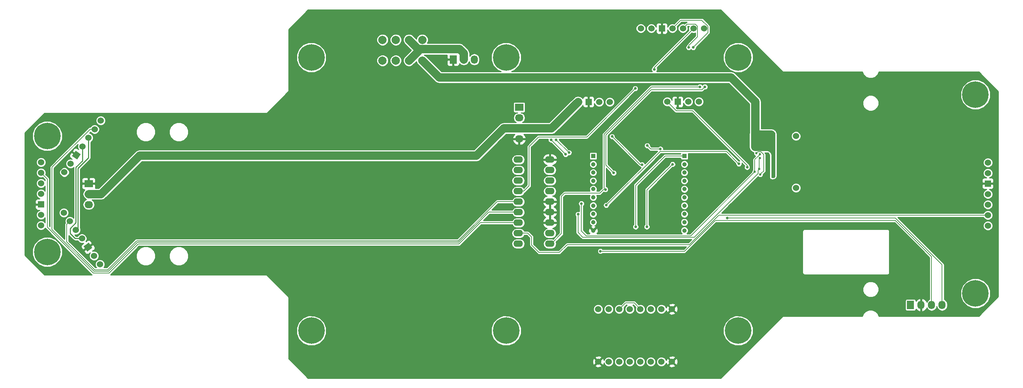
<source format=gbl>
G04 #@! TF.FileFunction,Copper,L2,Bot,Signal*
%FSLAX46Y46*%
G04 Gerber Fmt 4.6, Leading zero omitted, Abs format (unit mm)*
G04 Created by KiCad (PCBNEW 4.0.4+dfsg1-stable) date Thu Aug 10 19:21:35 2017*
%MOMM*%
%LPD*%
G01*
G04 APERTURE LIST*
%ADD10C,0.150000*%
%ADD11C,1.050000*%
%ADD12R,1.050000X1.050000*%
%ADD13C,1.524000*%
%ADD14R,1.524000X1.524000*%
%ADD15R,1.727200X2.032000*%
%ADD16O,1.727200X2.032000*%
%ADD17R,2.032000X1.727200*%
%ADD18O,2.032000X1.727200*%
%ADD19C,6.400000*%
%ADD20C,2.000000*%
%ADD21O,2.300000X1.600000*%
%ADD22C,0.600000*%
%ADD23C,0.635000*%
%ADD24C,0.160000*%
%ADD25C,0.250000*%
%ADD26C,2.000000*%
%ADD27C,0.203200*%
%ADD28C,0.200000*%
%ADD29C,0.254000*%
G04 APERTURE END LIST*
D10*
D11*
X197263347Y-105308227D03*
X197263347Y-89308227D03*
D12*
X197263347Y-87308227D03*
D11*
X197263347Y-101308227D03*
X197263347Y-103308227D03*
X197263347Y-91308227D03*
X197263347Y-93308227D03*
X197263347Y-99308227D03*
X197263347Y-97308227D03*
X197263347Y-95308227D03*
X175263347Y-105308227D03*
X175263347Y-89308227D03*
D12*
X175263347Y-87308227D03*
D11*
X175263347Y-101308227D03*
X175263347Y-103308227D03*
X175263347Y-91308227D03*
X175263347Y-93308227D03*
X175263347Y-99308227D03*
X175263347Y-97308227D03*
X175263347Y-95308227D03*
D13*
X193108000Y-74200000D03*
D14*
X195648000Y-74200000D03*
D13*
X198188000Y-74200000D03*
X200728000Y-74200000D03*
X171608000Y-74250000D03*
D14*
X174148000Y-74250000D03*
D13*
X176688000Y-74250000D03*
X179228000Y-74250000D03*
X42000000Y-104080000D03*
X42000000Y-101540000D03*
D14*
X42000000Y-99000000D03*
D13*
X42000000Y-96460000D03*
X42000000Y-93920000D03*
X42000000Y-91380000D03*
X42000000Y-88840000D03*
X56241305Y-113483877D03*
X54784421Y-111403231D03*
D10*
G36*
X53514666Y-108261326D02*
X54388796Y-109509714D01*
X53140408Y-110383844D01*
X52266278Y-109135456D01*
X53514666Y-108261326D01*
X53514666Y-108261326D01*
G37*
D13*
X51870653Y-107241938D03*
X50413768Y-105161292D03*
X48956884Y-103080646D03*
X47500000Y-101000000D03*
X47629348Y-91241939D03*
X49086232Y-89161293D03*
D10*
G36*
X51604375Y-86893518D02*
X50730245Y-88141906D01*
X49481857Y-87267776D01*
X50355987Y-86019388D01*
X51604375Y-86893518D01*
X51604375Y-86893518D01*
G37*
D13*
X52000000Y-85000000D03*
X53456885Y-82919354D03*
X54913769Y-80838708D03*
X56370653Y-78758062D03*
X186740000Y-56500000D03*
X189280000Y-56500000D03*
D14*
X191820000Y-56500000D03*
D13*
X194360000Y-56500000D03*
X196900000Y-56500000D03*
X199440000Y-56500000D03*
X201980000Y-56500000D03*
X270500000Y-88880000D03*
X270500000Y-91420000D03*
D14*
X270500000Y-93960000D03*
D13*
X270500000Y-96500000D03*
X270500000Y-99040000D03*
X270500000Y-101580000D03*
X270500000Y-104120000D03*
X224220000Y-95020000D03*
X224220000Y-82520000D03*
D15*
X141478000Y-64008000D03*
D16*
X144018000Y-64008000D03*
X146558000Y-64008000D03*
D17*
X53500000Y-93960000D03*
D18*
X53500000Y-96500000D03*
X53500000Y-99040000D03*
D15*
X251846979Y-123304249D03*
D16*
X254386979Y-123304249D03*
X256926979Y-123304249D03*
X259466979Y-123304249D03*
D19*
X43500000Y-110500000D03*
X43500000Y-82500000D03*
D20*
X124410000Y-59262000D03*
X127610000Y-59262000D03*
X130810000Y-59262000D03*
X134010000Y-59262000D03*
X124410000Y-64262000D03*
X127610000Y-64262000D03*
X130810000Y-64262000D03*
X134010000Y-64262000D03*
D19*
X267500000Y-120500000D03*
X267500000Y-72500000D03*
X107250000Y-129500000D03*
X107250000Y-63500000D03*
X210250000Y-129500000D03*
X210250000Y-63500000D03*
X154250000Y-129500000D03*
X154250000Y-63500000D03*
D17*
X157400000Y-75560000D03*
D18*
X157400000Y-78100000D03*
X157400000Y-80640000D03*
X157400000Y-83180000D03*
D13*
X176480000Y-137000000D03*
X179020000Y-137000000D03*
X181560000Y-137000000D03*
X184100000Y-137000000D03*
X186640000Y-137000000D03*
X189180000Y-137000000D03*
X191720000Y-137000000D03*
X194260000Y-137000000D03*
X176480000Y-124300000D03*
X179020000Y-124300000D03*
X181560000Y-124300000D03*
X184100000Y-124300000D03*
X186640000Y-124300000D03*
X189180000Y-124300000D03*
X191720000Y-124300000D03*
X194260000Y-124300000D03*
D21*
X164800000Y-108500000D03*
X164800000Y-105960000D03*
X164800000Y-103420000D03*
X164800000Y-100880000D03*
X164800000Y-98340000D03*
X164800000Y-95800000D03*
X164800000Y-93260000D03*
X164800000Y-90720000D03*
X164800000Y-88180000D03*
X157180000Y-88180000D03*
X157180000Y-90720000D03*
X157180000Y-93260000D03*
X157180000Y-95800000D03*
X157180000Y-98340000D03*
X157180000Y-100880000D03*
X157180000Y-103420000D03*
X157180000Y-105960000D03*
X157180000Y-108500000D03*
D22*
X227000000Y-91000000D03*
X226500000Y-90500000D03*
X226000000Y-91000000D03*
X225500000Y-90500000D03*
X225500000Y-87000000D03*
X226000000Y-84500000D03*
X225575002Y-85000000D03*
X226000000Y-85500000D03*
X225575002Y-86000000D03*
X226000000Y-86500000D03*
X222000000Y-90500000D03*
X222000000Y-89500000D03*
X222000000Y-88500000D03*
X222000000Y-87500000D03*
X222500000Y-91000000D03*
X222500000Y-90000000D03*
X222500000Y-89000000D03*
X222500000Y-88000000D03*
X222500000Y-87000000D03*
D23*
X212401000Y-90000920D03*
X172401000Y-98800910D03*
D22*
X215497390Y-86909573D03*
X214225000Y-91150000D03*
D23*
X171601000Y-101400920D03*
D22*
X215350000Y-90475000D03*
X215500000Y-87825000D03*
D23*
X185401000Y-71000920D03*
X190001000Y-66400920D03*
X191463053Y-85628490D03*
X188301000Y-84800920D03*
X199400000Y-61100000D03*
X202200000Y-70600000D03*
X180200000Y-91400000D03*
X198300000Y-61100000D03*
X201000000Y-70600000D03*
X178201000Y-95400920D03*
X177000000Y-110300000D03*
X207600000Y-102300000D03*
X210400994Y-89200920D03*
X178401000Y-99200920D03*
X187001000Y-89400920D03*
X179801000Y-82600920D03*
D22*
X218750000Y-87000000D03*
X218750000Y-88000000D03*
X218750000Y-89000000D03*
X218750000Y-90000000D03*
X218750000Y-91000000D03*
X218750000Y-92000000D03*
X218000000Y-84000000D03*
X217000000Y-84000000D03*
X214000000Y-83000000D03*
X215000000Y-83000000D03*
X216000000Y-84000000D03*
X215000000Y-84000000D03*
X214000000Y-84000000D03*
X214000000Y-85000000D03*
X215000000Y-85000000D03*
D23*
X166300000Y-83400000D03*
X169400000Y-86500000D03*
X165100000Y-83400000D03*
X168600000Y-86900000D03*
X194400000Y-89300000D03*
X188200000Y-104400000D03*
X185500000Y-104400000D03*
D22*
X214650000Y-86625000D03*
X215554278Y-91781337D03*
D24*
X224500000Y-91100000D02*
X225900000Y-91100000D01*
X225900000Y-91100000D02*
X226000000Y-91000000D01*
D25*
X226500000Y-90500000D02*
X227000000Y-91000000D01*
X225500000Y-90500000D02*
X226000000Y-91000000D01*
X226000000Y-85500000D02*
X226000000Y-85424998D01*
X226000000Y-85424998D02*
X225575002Y-85000000D01*
X226000000Y-86500000D02*
X226000000Y-86424998D01*
X226000000Y-86424998D02*
X225575002Y-86000000D01*
X222000000Y-89500000D02*
X222000000Y-90500000D01*
X222500000Y-87000000D02*
X222000000Y-87500000D01*
X222500000Y-89000000D02*
X222500000Y-90000000D01*
X222500000Y-87000000D02*
X222500000Y-88000000D01*
D26*
X130810000Y-64262000D02*
X133010001Y-62061999D01*
X133010001Y-62061999D02*
X133010001Y-61462001D01*
X144018000Y-64008000D02*
X144018000Y-62508398D01*
X131809999Y-60261999D02*
X130810000Y-59262000D01*
X144018000Y-62508398D02*
X142971603Y-61462001D01*
X142971603Y-61462001D02*
X133010001Y-61462001D01*
X133010001Y-61462001D02*
X131809999Y-60261999D01*
X157400000Y-80640000D02*
X153661920Y-80640000D01*
X65766000Y-87250000D02*
X56516000Y-96500000D01*
X153661920Y-80640000D02*
X147051920Y-87250000D01*
X147051920Y-87250000D02*
X65766000Y-87250000D01*
X56516000Y-96500000D02*
X53500000Y-96500000D01*
X171608000Y-74250000D02*
X165218000Y-80640000D01*
X165218000Y-80640000D02*
X157400000Y-80640000D01*
D27*
X212401000Y-90000920D02*
X212401000Y-89551908D01*
X212401000Y-89551908D02*
X199250012Y-76400920D01*
X199250012Y-76400920D02*
X195308920Y-76400920D01*
X195308920Y-76400920D02*
X193869999Y-74961999D01*
X193869999Y-74961999D02*
X193108000Y-74200000D01*
X172401000Y-105400920D02*
X172401000Y-99249922D01*
X198774080Y-106600920D02*
X173601000Y-106600920D01*
X172401000Y-99249922D02*
X172401000Y-98800910D01*
X214225000Y-91150000D02*
X198774080Y-106600920D01*
X173601000Y-106600920D02*
X172401000Y-105400920D01*
D24*
X214225000Y-91150000D02*
X214225000Y-88181963D01*
X215197391Y-87209572D02*
X215497390Y-86909573D01*
X214225000Y-88181963D02*
X215197391Y-87209572D01*
D28*
X186640000Y-124300000D02*
X185140000Y-122800000D01*
X185140000Y-122800000D02*
X183060000Y-122800000D01*
X183060000Y-122800000D02*
X182321999Y-123538001D01*
X182321999Y-123538001D02*
X181560000Y-124300000D01*
D27*
X172756611Y-106956531D02*
X171601000Y-105800920D01*
X215050001Y-91551919D02*
X199645389Y-106956531D01*
X171601000Y-101849932D02*
X171601000Y-101400920D01*
X215050001Y-90774999D02*
X215050001Y-91551919D01*
X199645389Y-106956531D02*
X172756611Y-106956531D01*
X215350000Y-90475000D02*
X215050001Y-90774999D01*
X171601000Y-105800920D02*
X171601000Y-101849932D01*
D24*
X215350000Y-90475000D02*
X215350000Y-87975000D01*
X215350000Y-87975000D02*
X215500000Y-87825000D01*
X270500000Y-101580000D02*
X205578186Y-101580000D01*
X205578186Y-101580000D02*
X198458186Y-108700000D01*
X167090000Y-110600000D02*
X162170000Y-110600000D01*
X198458186Y-108700000D02*
X168990000Y-108700000D01*
X160400000Y-108830000D02*
X160400000Y-106900000D01*
X168990000Y-108700000D02*
X167090000Y-110600000D01*
X162170000Y-110600000D02*
X160400000Y-108830000D01*
X160400000Y-106900000D02*
X159460000Y-105960000D01*
X159460000Y-105960000D02*
X157180000Y-105960000D01*
X147921920Y-103480000D02*
X147981920Y-103420000D01*
X147981920Y-103420000D02*
X157180000Y-103420000D01*
D28*
X43500000Y-104500000D02*
X54600000Y-115600000D01*
X54600000Y-115600000D02*
X58406400Y-115600000D01*
X43500000Y-92880000D02*
X43500000Y-104500000D01*
X42000000Y-91380000D02*
X43500000Y-92880000D01*
X58406400Y-115600000D02*
X65431400Y-108575000D01*
X65431400Y-108575000D02*
X142826920Y-108575000D01*
X142826920Y-108575000D02*
X147921920Y-103480000D01*
D24*
X152005152Y-98400000D02*
X152065152Y-98340000D01*
X152065152Y-98340000D02*
X157180000Y-98340000D01*
D28*
X54931378Y-114799978D02*
X58075022Y-114799978D01*
X65100022Y-107774978D02*
X142630174Y-107774978D01*
X142630174Y-107774978D02*
X152005152Y-98400000D01*
X58075022Y-114799978D02*
X65100022Y-107774978D01*
X48194885Y-108063485D02*
X54931378Y-114799978D01*
X48194885Y-103842645D02*
X48194885Y-108063485D01*
X48956884Y-103080646D02*
X48194885Y-103842645D01*
D24*
X149963536Y-100940000D02*
X150023536Y-100880000D01*
X150023536Y-100880000D02*
X157180000Y-100880000D01*
D28*
X142728547Y-108174989D02*
X149963536Y-100940000D01*
X58240711Y-115199989D02*
X65265711Y-108174989D01*
X54765689Y-115199989D02*
X58240711Y-115199989D01*
X44625000Y-105059300D02*
X54765689Y-115199989D01*
X65265711Y-108174989D02*
X142728547Y-108174989D01*
X44625000Y-90049847D02*
X44625000Y-105059300D01*
X54913769Y-80838708D02*
X53836139Y-80838708D01*
X53836139Y-80838708D02*
X44625000Y-90049847D01*
D24*
X157180000Y-95800000D02*
X158490000Y-95800000D01*
X158490000Y-95800000D02*
X159800000Y-94490000D01*
X159800000Y-94490000D02*
X159800000Y-85000000D01*
X159800000Y-85000000D02*
X162100000Y-82700000D01*
X162100000Y-82700000D02*
X173701920Y-82700000D01*
X173701920Y-82700000D02*
X185083501Y-71318419D01*
X185083501Y-71318419D02*
X185401000Y-71000920D01*
X190001000Y-65939000D02*
X190001000Y-66400920D01*
X199440000Y-56500000D02*
X190001000Y-65939000D01*
X191014041Y-85628490D02*
X191463053Y-85628490D01*
X188301000Y-84800920D02*
X189128570Y-85628490D01*
X189128570Y-85628490D02*
X191014041Y-85628490D01*
X201451714Y-54500000D02*
X196360000Y-54500000D01*
X196360000Y-54500000D02*
X194360000Y-56500000D01*
X199400000Y-61100000D02*
X202974401Y-57525599D01*
X202974401Y-57525599D02*
X202974401Y-56022687D01*
X202974401Y-56022687D02*
X201451714Y-54500000D01*
X189200000Y-71300000D02*
X201500000Y-71300000D01*
X201500000Y-71300000D02*
X202200000Y-70600000D01*
X178300000Y-82200000D02*
X189200000Y-71300000D01*
X178300000Y-89500000D02*
X178300000Y-82200000D01*
X180200000Y-91400000D02*
X178300000Y-89500000D01*
D25*
X51870653Y-107241938D02*
X50241938Y-107241938D01*
X50425000Y-90055049D02*
X52000000Y-88480049D01*
X52000000Y-88480049D02*
X52000000Y-86077630D01*
X50241938Y-107241938D02*
X49000000Y-106000000D01*
X49000000Y-104850000D02*
X50425000Y-103425000D01*
X49000000Y-106000000D02*
X49000000Y-104850000D01*
X50425000Y-103425000D02*
X50425000Y-90055049D01*
X52000000Y-86077630D02*
X52000000Y-85000000D01*
D24*
X178201000Y-95400920D02*
X177751988Y-95400920D01*
X177751988Y-95400920D02*
X176852908Y-96300000D01*
X176852908Y-96300000D02*
X168330000Y-96300000D01*
X168330000Y-96300000D02*
X167600000Y-97030000D01*
X167600000Y-97030000D02*
X167600000Y-106050000D01*
X165150000Y-108500000D02*
X164800000Y-108500000D01*
X167600000Y-106050000D02*
X165150000Y-108500000D01*
X189358186Y-70600000D02*
X200550988Y-70600000D01*
X177883501Y-82074685D02*
X189358186Y-70600000D01*
X177883501Y-95083421D02*
X177883501Y-82074685D01*
X178201000Y-95400920D02*
X177883501Y-95083421D01*
X200550988Y-70600000D02*
X201000000Y-70600000D01*
X198300000Y-61100000D02*
X198300000Y-60650988D01*
X198300000Y-60650988D02*
X200434401Y-58516587D01*
X200434401Y-58516587D02*
X200434401Y-56022687D01*
X200434401Y-56022687D02*
X199917313Y-55505599D01*
X199917313Y-55505599D02*
X197894401Y-55505599D01*
X197894401Y-55505599D02*
X197661999Y-55738001D01*
X197661999Y-55738001D02*
X196900000Y-56500000D01*
D25*
X50413768Y-105161292D02*
X50900000Y-104675060D01*
X50900000Y-104675060D02*
X50900000Y-90300000D01*
X50900000Y-90300000D02*
X53456885Y-87743115D01*
X53456885Y-87743115D02*
X53456885Y-83996984D01*
X53456885Y-83996984D02*
X53456885Y-82919354D01*
D24*
X197300000Y-110300000D02*
X177000000Y-110300000D01*
X255600000Y-110300000D02*
X248200000Y-102900000D01*
X248200000Y-102900000D02*
X204700000Y-102900000D01*
X204700000Y-102900000D02*
X197300000Y-110300000D01*
D28*
X256926979Y-123151849D02*
X256926979Y-111626979D01*
X256926979Y-111626979D02*
X255600000Y-110300000D01*
D24*
X256926979Y-123151849D02*
X256926979Y-123304249D01*
X256926979Y-123456649D02*
X256926979Y-123304249D01*
D28*
X259466979Y-123151849D02*
X259466979Y-113566979D01*
X259466979Y-113566979D02*
X248200000Y-102300000D01*
X248200000Y-102300000D02*
X208049012Y-102300000D01*
X208049012Y-102300000D02*
X207600000Y-102300000D01*
D24*
X259466979Y-123304249D02*
X259466979Y-123456649D01*
X259466979Y-123304249D02*
X259466979Y-123151849D01*
D27*
X210083495Y-88883421D02*
X210400994Y-89200920D01*
X178401000Y-99200920D02*
X191401920Y-86200000D01*
X207400074Y-86200000D02*
X210083495Y-88883421D01*
X191401920Y-86200000D02*
X207400074Y-86200000D01*
D24*
X179801000Y-82600920D02*
X186601000Y-89400920D01*
X186601000Y-89400920D02*
X187001000Y-89400920D01*
D26*
X214376000Y-74168000D02*
X214376000Y-82804000D01*
X138079019Y-68331019D02*
X208539019Y-68331019D01*
X134010000Y-64262000D02*
X138079019Y-68331019D01*
X208539019Y-68331019D02*
X214376000Y-74168000D01*
D25*
X218750000Y-89000000D02*
X218750000Y-88000000D01*
X218750000Y-90000000D02*
X218750000Y-89000000D01*
X218750000Y-92000000D02*
X218750000Y-91000000D01*
X216000000Y-84000000D02*
X217000000Y-84000000D01*
X216000000Y-84000000D02*
X215000000Y-83000000D01*
X214000000Y-84000000D02*
X215000000Y-84000000D01*
X215000000Y-85000000D02*
X214000000Y-85000000D01*
D24*
X169400000Y-86500000D02*
X166300000Y-83400000D01*
X168600000Y-86900000D02*
X165100000Y-83400000D01*
D28*
X188200000Y-104400000D02*
X188200000Y-95500000D01*
X188200000Y-95500000D02*
X194400000Y-89300000D01*
X185500000Y-104400000D02*
X185500000Y-94400000D01*
X185500000Y-94400000D02*
X192591773Y-87308227D01*
X192591773Y-87308227D02*
X197263347Y-87308227D01*
D24*
X214650000Y-86625000D02*
X214949999Y-86325001D01*
X214949999Y-86325001D02*
X215749265Y-86325001D01*
X215749265Y-86325001D02*
X216425000Y-87000736D01*
X216425000Y-87000736D02*
X216425000Y-90910615D01*
X215854277Y-91481338D02*
X215554278Y-91781337D01*
X216425000Y-90910615D02*
X215854277Y-91481338D01*
D29*
G36*
X218533130Y-81295752D02*
X218815545Y-81484455D01*
X219004248Y-81766870D01*
X219073000Y-82112509D01*
X219073000Y-92087491D01*
X219042308Y-92241790D01*
X218961991Y-92361991D01*
X218841790Y-92442308D01*
X218687491Y-92473000D01*
X218362509Y-92473000D01*
X218342149Y-92468950D01*
X218335496Y-92464504D01*
X218331050Y-92457851D01*
X218327000Y-92437491D01*
X218327000Y-87100000D01*
X218324560Y-87075224D01*
X218248440Y-86692541D01*
X218229477Y-86646760D01*
X218012704Y-86322336D01*
X217977664Y-86287296D01*
X217653240Y-86070523D01*
X217607459Y-86051560D01*
X217224776Y-85975440D01*
X217200000Y-85973000D01*
X215786462Y-85973000D01*
X215749265Y-85965601D01*
X214949999Y-85965601D01*
X214912802Y-85973000D01*
X214312509Y-85973000D01*
X213966870Y-85904248D01*
X213684455Y-85715545D01*
X213495752Y-85433130D01*
X213427000Y-85087491D01*
X213427000Y-82112509D01*
X213495752Y-81766870D01*
X213684455Y-81484455D01*
X213966870Y-81295752D01*
X214312509Y-81227000D01*
X218187491Y-81227000D01*
X218533130Y-81295752D01*
X218533130Y-81295752D01*
G37*
X218533130Y-81295752D02*
X218815545Y-81484455D01*
X219004248Y-81766870D01*
X219073000Y-82112509D01*
X219073000Y-92087491D01*
X219042308Y-92241790D01*
X218961991Y-92361991D01*
X218841790Y-92442308D01*
X218687491Y-92473000D01*
X218362509Y-92473000D01*
X218342149Y-92468950D01*
X218335496Y-92464504D01*
X218331050Y-92457851D01*
X218327000Y-92437491D01*
X218327000Y-87100000D01*
X218324560Y-87075224D01*
X218248440Y-86692541D01*
X218229477Y-86646760D01*
X218012704Y-86322336D01*
X217977664Y-86287296D01*
X217653240Y-86070523D01*
X217607459Y-86051560D01*
X217224776Y-85975440D01*
X217200000Y-85973000D01*
X215786462Y-85973000D01*
X215749265Y-85965601D01*
X214949999Y-85965601D01*
X214912802Y-85973000D01*
X214312509Y-85973000D01*
X213966870Y-85904248D01*
X213684455Y-85715545D01*
X213495752Y-85433130D01*
X213427000Y-85087491D01*
X213427000Y-82112509D01*
X213495752Y-81766870D01*
X213684455Y-81484455D01*
X213966870Y-81295752D01*
X214312509Y-81227000D01*
X218187491Y-81227000D01*
X218533130Y-81295752D01*
G36*
X220844441Y-66854375D02*
X220844794Y-66854612D01*
X220845032Y-66854968D01*
X220926180Y-66909189D01*
X221007119Y-66963467D01*
X221007539Y-66963551D01*
X221007893Y-66963788D01*
X221103243Y-66982754D01*
X221199162Y-67002000D01*
X221199583Y-67001917D01*
X221200000Y-67002000D01*
X240214205Y-67002000D01*
X240480591Y-67646703D01*
X241050298Y-68217405D01*
X241795036Y-68526647D01*
X242601426Y-68527351D01*
X243346703Y-68219409D01*
X243917405Y-67649702D01*
X244186354Y-67002000D01*
X268292064Y-67002000D01*
X272998000Y-71707935D01*
X272998000Y-121292065D01*
X268292064Y-125998000D01*
X244185795Y-125998000D01*
X243919409Y-125353297D01*
X243349702Y-124782595D01*
X242604964Y-124473353D01*
X241798574Y-124472649D01*
X241053297Y-124780591D01*
X240482595Y-125350298D01*
X240213646Y-125998000D01*
X221200000Y-125998000D01*
X221199583Y-125998083D01*
X221199162Y-125998000D01*
X221103243Y-126017246D01*
X221007893Y-126036212D01*
X221007539Y-126036449D01*
X221007119Y-126036533D01*
X220926180Y-126090811D01*
X220845032Y-126145032D01*
X220844794Y-126145388D01*
X220844441Y-126145625D01*
X206041573Y-140998000D01*
X106457935Y-140998000D01*
X103440149Y-137980213D01*
X175679392Y-137980213D01*
X175748857Y-138222397D01*
X176272302Y-138409144D01*
X176827368Y-138381362D01*
X177211143Y-138222397D01*
X177280608Y-137980213D01*
X176480000Y-137179605D01*
X175679392Y-137980213D01*
X103440149Y-137980213D01*
X102252238Y-136792302D01*
X175070856Y-136792302D01*
X175098638Y-137347368D01*
X175257603Y-137731143D01*
X175499787Y-137800608D01*
X176300395Y-137000000D01*
X176659605Y-137000000D01*
X177460213Y-137800608D01*
X177702397Y-137731143D01*
X177856790Y-137298385D01*
X178011427Y-137672635D01*
X178345606Y-138007397D01*
X178782456Y-138188793D01*
X179255469Y-138189206D01*
X179692635Y-138008573D01*
X180027397Y-137674394D01*
X180208793Y-137237544D01*
X180208794Y-137235469D01*
X180370794Y-137235469D01*
X180551427Y-137672635D01*
X180885606Y-138007397D01*
X181322456Y-138188793D01*
X181795469Y-138189206D01*
X182232635Y-138008573D01*
X182567397Y-137674394D01*
X182748793Y-137237544D01*
X182748794Y-137235469D01*
X182910794Y-137235469D01*
X183091427Y-137672635D01*
X183425606Y-138007397D01*
X183862456Y-138188793D01*
X184335469Y-138189206D01*
X184772635Y-138008573D01*
X185107397Y-137674394D01*
X185288793Y-137237544D01*
X185288794Y-137235469D01*
X185450794Y-137235469D01*
X185631427Y-137672635D01*
X185965606Y-138007397D01*
X186402456Y-138188793D01*
X186875469Y-138189206D01*
X187312635Y-138008573D01*
X187647397Y-137674394D01*
X187828793Y-137237544D01*
X187828794Y-137235469D01*
X187990794Y-137235469D01*
X188171427Y-137672635D01*
X188505606Y-138007397D01*
X188942456Y-138188793D01*
X189415469Y-138189206D01*
X189852635Y-138008573D01*
X190187397Y-137674394D01*
X190368793Y-137237544D01*
X190368794Y-137235469D01*
X190530794Y-137235469D01*
X190711427Y-137672635D01*
X191045606Y-138007397D01*
X191482456Y-138188793D01*
X191955469Y-138189206D01*
X192392635Y-138008573D01*
X192421044Y-137980213D01*
X193459392Y-137980213D01*
X193528857Y-138222397D01*
X194052302Y-138409144D01*
X194607368Y-138381362D01*
X194991143Y-138222397D01*
X195060608Y-137980213D01*
X194260000Y-137179605D01*
X193459392Y-137980213D01*
X192421044Y-137980213D01*
X192727397Y-137674394D01*
X192876976Y-137314167D01*
X192878638Y-137347368D01*
X193037603Y-137731143D01*
X193279787Y-137800608D01*
X194080395Y-137000000D01*
X194439605Y-137000000D01*
X195240213Y-137800608D01*
X195482397Y-137731143D01*
X195669144Y-137207698D01*
X195641362Y-136652632D01*
X195482397Y-136268857D01*
X195240213Y-136199392D01*
X194439605Y-137000000D01*
X194080395Y-137000000D01*
X193279787Y-136199392D01*
X193037603Y-136268857D01*
X192883210Y-136701615D01*
X192728573Y-136327365D01*
X192421531Y-136019787D01*
X193459392Y-136019787D01*
X194260000Y-136820395D01*
X195060608Y-136019787D01*
X194991143Y-135777603D01*
X194467698Y-135590856D01*
X193912632Y-135618638D01*
X193528857Y-135777603D01*
X193459392Y-136019787D01*
X192421531Y-136019787D01*
X192394394Y-135992603D01*
X191957544Y-135811207D01*
X191484531Y-135810794D01*
X191047365Y-135991427D01*
X190712603Y-136325606D01*
X190531207Y-136762456D01*
X190530794Y-137235469D01*
X190368794Y-137235469D01*
X190369206Y-136764531D01*
X190188573Y-136327365D01*
X189854394Y-135992603D01*
X189417544Y-135811207D01*
X188944531Y-135810794D01*
X188507365Y-135991427D01*
X188172603Y-136325606D01*
X187991207Y-136762456D01*
X187990794Y-137235469D01*
X187828794Y-137235469D01*
X187829206Y-136764531D01*
X187648573Y-136327365D01*
X187314394Y-135992603D01*
X186877544Y-135811207D01*
X186404531Y-135810794D01*
X185967365Y-135991427D01*
X185632603Y-136325606D01*
X185451207Y-136762456D01*
X185450794Y-137235469D01*
X185288794Y-137235469D01*
X185289206Y-136764531D01*
X185108573Y-136327365D01*
X184774394Y-135992603D01*
X184337544Y-135811207D01*
X183864531Y-135810794D01*
X183427365Y-135991427D01*
X183092603Y-136325606D01*
X182911207Y-136762456D01*
X182910794Y-137235469D01*
X182748794Y-137235469D01*
X182749206Y-136764531D01*
X182568573Y-136327365D01*
X182234394Y-135992603D01*
X181797544Y-135811207D01*
X181324531Y-135810794D01*
X180887365Y-135991427D01*
X180552603Y-136325606D01*
X180371207Y-136762456D01*
X180370794Y-137235469D01*
X180208794Y-137235469D01*
X180209206Y-136764531D01*
X180028573Y-136327365D01*
X179694394Y-135992603D01*
X179257544Y-135811207D01*
X178784531Y-135810794D01*
X178347365Y-135991427D01*
X178012603Y-136325606D01*
X177863024Y-136685833D01*
X177861362Y-136652632D01*
X177702397Y-136268857D01*
X177460213Y-136199392D01*
X176659605Y-137000000D01*
X176300395Y-137000000D01*
X175499787Y-136199392D01*
X175257603Y-136268857D01*
X175070856Y-136792302D01*
X102252238Y-136792302D01*
X101752000Y-136292064D01*
X101752000Y-136019787D01*
X175679392Y-136019787D01*
X176480000Y-136820395D01*
X177280608Y-136019787D01*
X177211143Y-135777603D01*
X176687698Y-135590856D01*
X176132632Y-135618638D01*
X175748857Y-135777603D01*
X175679392Y-136019787D01*
X101752000Y-136019787D01*
X101752000Y-130218290D01*
X103622372Y-130218290D01*
X104173386Y-131551846D01*
X105192787Y-132573028D01*
X106525380Y-133126369D01*
X107968290Y-133127628D01*
X109301846Y-132576614D01*
X110323028Y-131557213D01*
X110876369Y-130224620D01*
X110876374Y-130218290D01*
X150622372Y-130218290D01*
X151173386Y-131551846D01*
X152192787Y-132573028D01*
X153525380Y-133126369D01*
X154968290Y-133127628D01*
X156301846Y-132576614D01*
X157323028Y-131557213D01*
X157876369Y-130224620D01*
X157876374Y-130218290D01*
X206622372Y-130218290D01*
X207173386Y-131551846D01*
X208192787Y-132573028D01*
X209525380Y-133126369D01*
X210968290Y-133127628D01*
X212301846Y-132576614D01*
X213323028Y-131557213D01*
X213876369Y-130224620D01*
X213877628Y-128781710D01*
X213326614Y-127448154D01*
X212307213Y-126426972D01*
X210974620Y-125873631D01*
X209531710Y-125872372D01*
X208198154Y-126423386D01*
X207176972Y-127442787D01*
X206623631Y-128775380D01*
X206622372Y-130218290D01*
X157876374Y-130218290D01*
X157877628Y-128781710D01*
X157326614Y-127448154D01*
X156307213Y-126426972D01*
X154974620Y-125873631D01*
X153531710Y-125872372D01*
X152198154Y-126423386D01*
X151176972Y-127442787D01*
X150623631Y-128775380D01*
X150622372Y-130218290D01*
X110876374Y-130218290D01*
X110877628Y-128781710D01*
X110326614Y-127448154D01*
X109307213Y-126426972D01*
X107974620Y-125873631D01*
X106531710Y-125872372D01*
X105198154Y-126423386D01*
X104176972Y-127442787D01*
X103623631Y-128775380D01*
X103622372Y-130218290D01*
X101752000Y-130218290D01*
X101752000Y-124535469D01*
X175290794Y-124535469D01*
X175471427Y-124972635D01*
X175805606Y-125307397D01*
X176242456Y-125488793D01*
X176715469Y-125489206D01*
X177152635Y-125308573D01*
X177487397Y-124974394D01*
X177668793Y-124537544D01*
X177668794Y-124535469D01*
X177830794Y-124535469D01*
X178011427Y-124972635D01*
X178345606Y-125307397D01*
X178782456Y-125488793D01*
X179255469Y-125489206D01*
X179692635Y-125308573D01*
X180027397Y-124974394D01*
X180208793Y-124537544D01*
X180208794Y-124535469D01*
X180370794Y-124535469D01*
X180551427Y-124972635D01*
X180885606Y-125307397D01*
X181322456Y-125488793D01*
X181795469Y-125489206D01*
X182232635Y-125308573D01*
X182567397Y-124974394D01*
X182748793Y-124537544D01*
X182749206Y-124064531D01*
X182688260Y-123917031D01*
X182694644Y-123910647D01*
X182694646Y-123910644D01*
X183278290Y-123327000D01*
X183391730Y-123327000D01*
X183092603Y-123625606D01*
X182911207Y-124062456D01*
X182910794Y-124535469D01*
X183091427Y-124972635D01*
X183425606Y-125307397D01*
X183862456Y-125488793D01*
X184335469Y-125489206D01*
X184772635Y-125308573D01*
X185107397Y-124974394D01*
X185288793Y-124537544D01*
X185289206Y-124064531D01*
X185108573Y-123627365D01*
X184808731Y-123327000D01*
X184921710Y-123327000D01*
X185511636Y-123916927D01*
X185451207Y-124062456D01*
X185450794Y-124535469D01*
X185631427Y-124972635D01*
X185965606Y-125307397D01*
X186402456Y-125488793D01*
X186875469Y-125489206D01*
X187312635Y-125308573D01*
X187647397Y-124974394D01*
X187828793Y-124537544D01*
X187828794Y-124535469D01*
X187990794Y-124535469D01*
X188171427Y-124972635D01*
X188505606Y-125307397D01*
X188942456Y-125488793D01*
X189415469Y-125489206D01*
X189852635Y-125308573D01*
X190187397Y-124974394D01*
X190368793Y-124537544D01*
X190368794Y-124535469D01*
X190530794Y-124535469D01*
X190711427Y-124972635D01*
X191045606Y-125307397D01*
X191482456Y-125488793D01*
X191955469Y-125489206D01*
X192392635Y-125308573D01*
X192421044Y-125280213D01*
X193459392Y-125280213D01*
X193528857Y-125522397D01*
X194052302Y-125709144D01*
X194607368Y-125681362D01*
X194991143Y-125522397D01*
X195060608Y-125280213D01*
X194260000Y-124479605D01*
X193459392Y-125280213D01*
X192421044Y-125280213D01*
X192727397Y-124974394D01*
X192876976Y-124614167D01*
X192878638Y-124647368D01*
X193037603Y-125031143D01*
X193279787Y-125100608D01*
X194080395Y-124300000D01*
X194439605Y-124300000D01*
X195240213Y-125100608D01*
X195482397Y-125031143D01*
X195669144Y-124507698D01*
X195641362Y-123952632D01*
X195482397Y-123568857D01*
X195240213Y-123499392D01*
X194439605Y-124300000D01*
X194080395Y-124300000D01*
X193279787Y-123499392D01*
X193037603Y-123568857D01*
X192883210Y-124001615D01*
X192728573Y-123627365D01*
X192421531Y-123319787D01*
X193459392Y-123319787D01*
X194260000Y-124120395D01*
X195060608Y-123319787D01*
X194991143Y-123077603D01*
X194467698Y-122890856D01*
X193912632Y-122918638D01*
X193528857Y-123077603D01*
X193459392Y-123319787D01*
X192421531Y-123319787D01*
X192394394Y-123292603D01*
X191957544Y-123111207D01*
X191484531Y-123110794D01*
X191047365Y-123291427D01*
X190712603Y-123625606D01*
X190531207Y-124062456D01*
X190530794Y-124535469D01*
X190368794Y-124535469D01*
X190369206Y-124064531D01*
X190188573Y-123627365D01*
X189854394Y-123292603D01*
X189417544Y-123111207D01*
X188944531Y-123110794D01*
X188507365Y-123291427D01*
X188172603Y-123625606D01*
X187991207Y-124062456D01*
X187990794Y-124535469D01*
X187828794Y-124535469D01*
X187829206Y-124064531D01*
X187648573Y-123627365D01*
X187314394Y-123292603D01*
X186877544Y-123111207D01*
X186404531Y-123110794D01*
X186257030Y-123171740D01*
X185512645Y-122427355D01*
X185341675Y-122313115D01*
X185216664Y-122288249D01*
X250548014Y-122288249D01*
X250548014Y-124320249D01*
X250577788Y-124478486D01*
X250671306Y-124623816D01*
X250813998Y-124721313D01*
X250983379Y-124755614D01*
X252710579Y-124755614D01*
X252868816Y-124725840D01*
X253014146Y-124632322D01*
X253111643Y-124489630D01*
X253145944Y-124320249D01*
X253145944Y-124275560D01*
X253484943Y-124654981D01*
X254012188Y-124908958D01*
X254027953Y-124911607D01*
X254259979Y-124790466D01*
X254259979Y-123431249D01*
X254239979Y-123431249D01*
X254239979Y-123177249D01*
X254259979Y-123177249D01*
X254259979Y-121818032D01*
X254027953Y-121696891D01*
X254012188Y-121699540D01*
X253484943Y-121953517D01*
X253145944Y-122332938D01*
X253145944Y-122288249D01*
X253116170Y-122130012D01*
X253022652Y-121984682D01*
X252879960Y-121887185D01*
X252710579Y-121852884D01*
X250983379Y-121852884D01*
X250825142Y-121882658D01*
X250679812Y-121976176D01*
X250582315Y-122118868D01*
X250548014Y-122288249D01*
X185216664Y-122288249D01*
X185140000Y-122273000D01*
X183060000Y-122273000D01*
X182858325Y-122313115D01*
X182687355Y-122427355D01*
X181949356Y-123165354D01*
X181949353Y-123165356D01*
X181943073Y-123171636D01*
X181797544Y-123111207D01*
X181324531Y-123110794D01*
X180887365Y-123291427D01*
X180552603Y-123625606D01*
X180371207Y-124062456D01*
X180370794Y-124535469D01*
X180208794Y-124535469D01*
X180209206Y-124064531D01*
X180028573Y-123627365D01*
X179694394Y-123292603D01*
X179257544Y-123111207D01*
X178784531Y-123110794D01*
X178347365Y-123291427D01*
X178012603Y-123625606D01*
X177831207Y-124062456D01*
X177830794Y-124535469D01*
X177668794Y-124535469D01*
X177669206Y-124064531D01*
X177488573Y-123627365D01*
X177154394Y-123292603D01*
X176717544Y-123111207D01*
X176244531Y-123110794D01*
X175807365Y-123291427D01*
X175472603Y-123625606D01*
X175291207Y-124062456D01*
X175290794Y-124535469D01*
X101752000Y-124535469D01*
X101752000Y-121500005D01*
X101752001Y-121500000D01*
X101713788Y-121307893D01*
X101611350Y-121154584D01*
X101604968Y-121145032D01*
X101604965Y-121145030D01*
X100361558Y-119901622D01*
X240292666Y-119901622D01*
X240585416Y-120610132D01*
X241127017Y-121152678D01*
X241835014Y-121446665D01*
X242601622Y-121447334D01*
X243310132Y-121154584D01*
X243852678Y-120612983D01*
X244146665Y-119904986D01*
X244147334Y-119138378D01*
X243854584Y-118429868D01*
X243312983Y-117887322D01*
X242604986Y-117593335D01*
X241838378Y-117592666D01*
X241129868Y-117885416D01*
X240587322Y-118427017D01*
X240293335Y-119135014D01*
X240292666Y-119901622D01*
X100361558Y-119901622D01*
X96604968Y-116145032D01*
X96442107Y-116036212D01*
X96250000Y-115997999D01*
X96249995Y-115998000D01*
X58741099Y-115998000D01*
X58779045Y-115972645D01*
X62790852Y-111960838D01*
X64922597Y-111960838D01*
X65276115Y-112816418D01*
X65930139Y-113471585D01*
X66785100Y-113826596D01*
X67710838Y-113827403D01*
X68566418Y-113473885D01*
X69221585Y-112819861D01*
X69576596Y-111964900D01*
X69576599Y-111960838D01*
X72922597Y-111960838D01*
X73276115Y-112816418D01*
X73930139Y-113471585D01*
X74785100Y-113826596D01*
X75710838Y-113827403D01*
X76566418Y-113473885D01*
X77221585Y-112819861D01*
X77576596Y-111964900D01*
X77577403Y-111039162D01*
X77223885Y-110183582D01*
X76569861Y-109528415D01*
X75714900Y-109173404D01*
X74789162Y-109172597D01*
X73933582Y-109526115D01*
X73278415Y-110180139D01*
X72923404Y-111035100D01*
X72922597Y-111960838D01*
X69576599Y-111960838D01*
X69577403Y-111039162D01*
X69223885Y-110183582D01*
X68569861Y-109528415D01*
X67714900Y-109173404D01*
X66789162Y-109172597D01*
X65933582Y-109526115D01*
X65278415Y-110180139D01*
X64923404Y-111035100D01*
X64922597Y-111960838D01*
X62790852Y-111960838D01*
X65649690Y-109102000D01*
X142826920Y-109102000D01*
X143028595Y-109061885D01*
X143199565Y-108947645D01*
X143647210Y-108500000D01*
X155572105Y-108500000D01*
X155665505Y-108969553D01*
X155931485Y-109367620D01*
X156329552Y-109633600D01*
X156799105Y-109727000D01*
X157560895Y-109727000D01*
X158030448Y-109633600D01*
X158428515Y-109367620D01*
X158694495Y-108969553D01*
X158787895Y-108500000D01*
X158694495Y-108030447D01*
X158428515Y-107632380D01*
X158030448Y-107366400D01*
X157560895Y-107273000D01*
X156799105Y-107273000D01*
X156329552Y-107366400D01*
X155931485Y-107632380D01*
X155665505Y-108030447D01*
X155572105Y-108500000D01*
X143647210Y-108500000D01*
X148220210Y-103927000D01*
X155690526Y-103927000D01*
X155931485Y-104287620D01*
X156329552Y-104553600D01*
X156799105Y-104647000D01*
X157560895Y-104647000D01*
X158030448Y-104553600D01*
X158428515Y-104287620D01*
X158694495Y-103889553D01*
X158718466Y-103769039D01*
X163058096Y-103769039D01*
X163075633Y-103851819D01*
X163345500Y-104344896D01*
X163783517Y-104697166D01*
X164113665Y-104793756D01*
X163949552Y-104826400D01*
X163551485Y-105092380D01*
X163285505Y-105490447D01*
X163192105Y-105960000D01*
X163285505Y-106429553D01*
X163551485Y-106827620D01*
X163949552Y-107093600D01*
X164419105Y-107187000D01*
X165180895Y-107187000D01*
X165650448Y-107093600D01*
X166048515Y-106827620D01*
X166314495Y-106429553D01*
X166407895Y-105960000D01*
X166314495Y-105490447D01*
X166048515Y-105092380D01*
X165650448Y-104826400D01*
X165486335Y-104793756D01*
X165816483Y-104697166D01*
X166254500Y-104344896D01*
X166524367Y-103851819D01*
X166541904Y-103769039D01*
X166419915Y-103547000D01*
X164927000Y-103547000D01*
X164927000Y-103567000D01*
X164673000Y-103567000D01*
X164673000Y-103547000D01*
X163180085Y-103547000D01*
X163058096Y-103769039D01*
X158718466Y-103769039D01*
X158787895Y-103420000D01*
X158694495Y-102950447D01*
X158428515Y-102552380D01*
X158030448Y-102286400D01*
X157560895Y-102193000D01*
X156799105Y-102193000D01*
X156329552Y-102286400D01*
X155931485Y-102552380D01*
X155690526Y-102913000D01*
X148735827Y-102913000D01*
X150261827Y-101387000D01*
X155690526Y-101387000D01*
X155931485Y-101747620D01*
X156329552Y-102013600D01*
X156799105Y-102107000D01*
X157560895Y-102107000D01*
X158030448Y-102013600D01*
X158428515Y-101747620D01*
X158694495Y-101349553D01*
X158718466Y-101229039D01*
X163058096Y-101229039D01*
X163075633Y-101311819D01*
X163345500Y-101804896D01*
X163774607Y-102150000D01*
X163345500Y-102495104D01*
X163075633Y-102988181D01*
X163058096Y-103070961D01*
X163180085Y-103293000D01*
X164673000Y-103293000D01*
X164673000Y-101007000D01*
X164927000Y-101007000D01*
X164927000Y-103293000D01*
X166419915Y-103293000D01*
X166541904Y-103070961D01*
X166524367Y-102988181D01*
X166254500Y-102495104D01*
X165825393Y-102150000D01*
X166254500Y-101804896D01*
X166524367Y-101311819D01*
X166541904Y-101229039D01*
X166419915Y-101007000D01*
X164927000Y-101007000D01*
X164673000Y-101007000D01*
X163180085Y-101007000D01*
X163058096Y-101229039D01*
X158718466Y-101229039D01*
X158787895Y-100880000D01*
X158694495Y-100410447D01*
X158428515Y-100012380D01*
X158030448Y-99746400D01*
X157560895Y-99653000D01*
X156799105Y-99653000D01*
X156329552Y-99746400D01*
X155931485Y-100012380D01*
X155690526Y-100373000D01*
X150777442Y-100373000D01*
X152303442Y-98847000D01*
X155690526Y-98847000D01*
X155931485Y-99207620D01*
X156329552Y-99473600D01*
X156799105Y-99567000D01*
X157560895Y-99567000D01*
X158030448Y-99473600D01*
X158428515Y-99207620D01*
X158694495Y-98809553D01*
X158718466Y-98689039D01*
X163058096Y-98689039D01*
X163075633Y-98771819D01*
X163345500Y-99264896D01*
X163774607Y-99610000D01*
X163345500Y-99955104D01*
X163075633Y-100448181D01*
X163058096Y-100530961D01*
X163180085Y-100753000D01*
X164673000Y-100753000D01*
X164673000Y-98467000D01*
X164927000Y-98467000D01*
X164927000Y-100753000D01*
X166419915Y-100753000D01*
X166541904Y-100530961D01*
X166524367Y-100448181D01*
X166254500Y-99955104D01*
X165825393Y-99610000D01*
X166254500Y-99264896D01*
X166524367Y-98771819D01*
X166541904Y-98689039D01*
X166419915Y-98467000D01*
X164927000Y-98467000D01*
X164673000Y-98467000D01*
X163180085Y-98467000D01*
X163058096Y-98689039D01*
X158718466Y-98689039D01*
X158787895Y-98340000D01*
X158718467Y-97990961D01*
X163058096Y-97990961D01*
X163180085Y-98213000D01*
X164673000Y-98213000D01*
X164673000Y-98193000D01*
X164927000Y-98193000D01*
X164927000Y-98213000D01*
X166419915Y-98213000D01*
X166541904Y-97990961D01*
X166524367Y-97908181D01*
X166254500Y-97415104D01*
X165816483Y-97062834D01*
X165486335Y-96966244D01*
X165650448Y-96933600D01*
X166048515Y-96667620D01*
X166314495Y-96269553D01*
X166407895Y-95800000D01*
X166314495Y-95330447D01*
X166048515Y-94932380D01*
X165650448Y-94666400D01*
X165180895Y-94573000D01*
X164419105Y-94573000D01*
X163949552Y-94666400D01*
X163551485Y-94932380D01*
X163285505Y-95330447D01*
X163192105Y-95800000D01*
X163285505Y-96269553D01*
X163551485Y-96667620D01*
X163949552Y-96933600D01*
X164113665Y-96966244D01*
X163783517Y-97062834D01*
X163345500Y-97415104D01*
X163075633Y-97908181D01*
X163058096Y-97990961D01*
X158718467Y-97990961D01*
X158694495Y-97870447D01*
X158428515Y-97472380D01*
X158030448Y-97206400D01*
X157560895Y-97113000D01*
X156799105Y-97113000D01*
X156329552Y-97206400D01*
X155931485Y-97472380D01*
X155690526Y-97833000D01*
X152065152Y-97833000D01*
X151871131Y-97871593D01*
X151811326Y-97911554D01*
X151803477Y-97913115D01*
X151632507Y-98027355D01*
X142411884Y-107247978D01*
X65100022Y-107247978D01*
X64931807Y-107281438D01*
X64898347Y-107288093D01*
X64727377Y-107402333D01*
X57856732Y-114272978D01*
X57133795Y-114272978D01*
X57248702Y-114158271D01*
X57430098Y-113721421D01*
X57430511Y-113248408D01*
X57249878Y-112811242D01*
X56915699Y-112476480D01*
X56478849Y-112295084D01*
X56005836Y-112294671D01*
X55568670Y-112475304D01*
X55233908Y-112809483D01*
X55052512Y-113246333D01*
X55052099Y-113719346D01*
X55232732Y-114156512D01*
X55348995Y-114272978D01*
X55149668Y-114272978D01*
X51234634Y-110357944D01*
X52347081Y-110357944D01*
X52547799Y-110644599D01*
X52692695Y-110851532D01*
X52905752Y-110987264D01*
X53154533Y-111031130D01*
X53401163Y-110976454D01*
X53829242Y-110676710D01*
X53777024Y-110728837D01*
X53595628Y-111165687D01*
X53595215Y-111638700D01*
X53775848Y-112075866D01*
X54110027Y-112410628D01*
X54546877Y-112592024D01*
X55019890Y-112592437D01*
X55457056Y-112411804D01*
X55791818Y-112077625D01*
X55973214Y-111640775D01*
X55973627Y-111167762D01*
X55792994Y-110730596D01*
X55458815Y-110395834D01*
X55021965Y-110214438D01*
X54548952Y-110214025D01*
X54405191Y-110273426D01*
X54856483Y-109957427D01*
X54992215Y-109744371D01*
X55036083Y-109495590D01*
X54981406Y-109248960D01*
X54836510Y-109042026D01*
X54635792Y-108755371D01*
X54414696Y-108716386D01*
X53504414Y-109353773D01*
X53515886Y-109370156D01*
X53307820Y-109515845D01*
X53296349Y-109499462D01*
X52386066Y-110136848D01*
X52347081Y-110357944D01*
X51234634Y-110357944D01*
X48721885Y-107845195D01*
X48721885Y-106502531D01*
X49851615Y-107632261D01*
X50030697Y-107751920D01*
X50241938Y-107793938D01*
X50812235Y-107793938D01*
X50862080Y-107914573D01*
X51196259Y-108249335D01*
X51633109Y-108430731D01*
X52106122Y-108431144D01*
X52249887Y-108371742D01*
X51798591Y-108687743D01*
X51662859Y-108900799D01*
X51618991Y-109149580D01*
X51673668Y-109396210D01*
X51818564Y-109603144D01*
X52019282Y-109889799D01*
X52240378Y-109928784D01*
X53150660Y-109291397D01*
X53139188Y-109275014D01*
X53347254Y-109129325D01*
X53358725Y-109145708D01*
X54269008Y-108508322D01*
X54307993Y-108287226D01*
X54107275Y-108000571D01*
X53962379Y-107793638D01*
X53749322Y-107657906D01*
X53500541Y-107614040D01*
X53253911Y-107668716D01*
X52825828Y-107968463D01*
X52878050Y-107916332D01*
X53059446Y-107479482D01*
X53059859Y-107006469D01*
X52879226Y-106569303D01*
X52545047Y-106234541D01*
X52108197Y-106053145D01*
X51635184Y-106052732D01*
X51198018Y-106233365D01*
X50863256Y-106567544D01*
X50812434Y-106689938D01*
X50470584Y-106689938D01*
X50098427Y-106317781D01*
X50176224Y-106350085D01*
X50649237Y-106350498D01*
X51086403Y-106169865D01*
X51421165Y-105835686D01*
X51602561Y-105398836D01*
X51602974Y-104925823D01*
X51452000Y-104560437D01*
X51452000Y-94245750D01*
X51849000Y-94245750D01*
X51849000Y-94949910D01*
X51945673Y-95183299D01*
X52124302Y-95361927D01*
X52357691Y-95458600D01*
X52539388Y-95458600D01*
X52490959Y-95490959D01*
X52442464Y-95563537D01*
X52406738Y-95587408D01*
X52126971Y-96006109D01*
X52028730Y-96500000D01*
X52126971Y-96993891D01*
X52406738Y-97412592D01*
X52442464Y-97436463D01*
X52490959Y-97509041D01*
X52953911Y-97818376D01*
X52963238Y-97820231D01*
X52825439Y-97847641D01*
X52406738Y-98127408D01*
X52126971Y-98546109D01*
X52028730Y-99040000D01*
X52126971Y-99533891D01*
X52406738Y-99952592D01*
X52825439Y-100232359D01*
X53319330Y-100330600D01*
X53680670Y-100330600D01*
X54174561Y-100232359D01*
X54593262Y-99952592D01*
X54873029Y-99533891D01*
X54971270Y-99040000D01*
X54873029Y-98546109D01*
X54593262Y-98127408D01*
X54293330Y-97927000D01*
X56516000Y-97927000D01*
X57062089Y-97818376D01*
X57525041Y-97509041D01*
X59234082Y-95800000D01*
X155572105Y-95800000D01*
X155665505Y-96269553D01*
X155931485Y-96667620D01*
X156329552Y-96933600D01*
X156799105Y-97027000D01*
X157560895Y-97027000D01*
X158030448Y-96933600D01*
X158428515Y-96667620D01*
X158694495Y-96269553D01*
X158696363Y-96260160D01*
X158848503Y-96158503D01*
X160158503Y-94848503D01*
X160209190Y-94772645D01*
X160268407Y-94684021D01*
X160307000Y-94490000D01*
X160307000Y-93260000D01*
X163192105Y-93260000D01*
X163285505Y-93729553D01*
X163551485Y-94127620D01*
X163949552Y-94393600D01*
X164419105Y-94487000D01*
X165180895Y-94487000D01*
X165650448Y-94393600D01*
X166048515Y-94127620D01*
X166314495Y-93729553D01*
X166360800Y-93496761D01*
X174311182Y-93496761D01*
X174455810Y-93846787D01*
X174723378Y-94114823D01*
X175073152Y-94260062D01*
X175451881Y-94260392D01*
X175801907Y-94115764D01*
X176069943Y-93848196D01*
X176215182Y-93498422D01*
X176215512Y-93119693D01*
X176070884Y-92769667D01*
X175803316Y-92501631D01*
X175453542Y-92356392D01*
X175074813Y-92356062D01*
X174724787Y-92500690D01*
X174456751Y-92768258D01*
X174311512Y-93118032D01*
X174311182Y-93496761D01*
X166360800Y-93496761D01*
X166407895Y-93260000D01*
X166314495Y-92790447D01*
X166048515Y-92392380D01*
X165650448Y-92126400D01*
X165180895Y-92033000D01*
X164419105Y-92033000D01*
X163949552Y-92126400D01*
X163551485Y-92392380D01*
X163285505Y-92790447D01*
X163192105Y-93260000D01*
X160307000Y-93260000D01*
X160307000Y-88529039D01*
X163058096Y-88529039D01*
X163075633Y-88611819D01*
X163345500Y-89104896D01*
X163783517Y-89457166D01*
X164113665Y-89553756D01*
X163949552Y-89586400D01*
X163551485Y-89852380D01*
X163285505Y-90250447D01*
X163192105Y-90720000D01*
X163285505Y-91189553D01*
X163551485Y-91587620D01*
X163949552Y-91853600D01*
X164419105Y-91947000D01*
X165180895Y-91947000D01*
X165650448Y-91853600D01*
X166048515Y-91587620D01*
X166109225Y-91496761D01*
X174311182Y-91496761D01*
X174455810Y-91846787D01*
X174723378Y-92114823D01*
X175073152Y-92260062D01*
X175451881Y-92260392D01*
X175801907Y-92115764D01*
X176069943Y-91848196D01*
X176215182Y-91498422D01*
X176215512Y-91119693D01*
X176070884Y-90769667D01*
X175803316Y-90501631D01*
X175453542Y-90356392D01*
X175074813Y-90356062D01*
X174724787Y-90500690D01*
X174456751Y-90768258D01*
X174311512Y-91118032D01*
X174311182Y-91496761D01*
X166109225Y-91496761D01*
X166314495Y-91189553D01*
X166407895Y-90720000D01*
X166314495Y-90250447D01*
X166048515Y-89852380D01*
X165650448Y-89586400D01*
X165486335Y-89553756D01*
X165681145Y-89496761D01*
X174311182Y-89496761D01*
X174455810Y-89846787D01*
X174723378Y-90114823D01*
X175073152Y-90260062D01*
X175451881Y-90260392D01*
X175801907Y-90115764D01*
X176069943Y-89848196D01*
X176215182Y-89498422D01*
X176215512Y-89119693D01*
X176070884Y-88769667D01*
X175803316Y-88501631D01*
X175453542Y-88356392D01*
X175074813Y-88356062D01*
X174724787Y-88500690D01*
X174456751Y-88768258D01*
X174311512Y-89118032D01*
X174311182Y-89496761D01*
X165681145Y-89496761D01*
X165816483Y-89457166D01*
X166254500Y-89104896D01*
X166524367Y-88611819D01*
X166541904Y-88529039D01*
X166419915Y-88307000D01*
X164927000Y-88307000D01*
X164927000Y-88327000D01*
X164673000Y-88327000D01*
X164673000Y-88307000D01*
X163180085Y-88307000D01*
X163058096Y-88529039D01*
X160307000Y-88529039D01*
X160307000Y-87830961D01*
X163058096Y-87830961D01*
X163180085Y-88053000D01*
X164673000Y-88053000D01*
X164673000Y-86745000D01*
X164927000Y-86745000D01*
X164927000Y-88053000D01*
X166419915Y-88053000D01*
X166541904Y-87830961D01*
X166524367Y-87748181D01*
X166254500Y-87255104D01*
X165816483Y-86902834D01*
X165277000Y-86745000D01*
X164927000Y-86745000D01*
X164673000Y-86745000D01*
X164323000Y-86745000D01*
X163783517Y-86902834D01*
X163345500Y-87255104D01*
X163075633Y-87748181D01*
X163058096Y-87830961D01*
X160307000Y-87830961D01*
X160307000Y-85210006D01*
X162310006Y-83207000D01*
X164374007Y-83207000D01*
X164355629Y-83251260D01*
X164355371Y-83547441D01*
X164468475Y-83821175D01*
X164677724Y-84030789D01*
X164951260Y-84144371D01*
X165127519Y-84144525D01*
X167855523Y-86872529D01*
X167855371Y-87047441D01*
X167968475Y-87321175D01*
X168177724Y-87530789D01*
X168451260Y-87644371D01*
X168747441Y-87644629D01*
X169021175Y-87531525D01*
X169230789Y-87322276D01*
X169263134Y-87244381D01*
X169547441Y-87244629D01*
X169821175Y-87131525D01*
X170030789Y-86922276D01*
X170088527Y-86783227D01*
X174302982Y-86783227D01*
X174302982Y-87833227D01*
X174332756Y-87991464D01*
X174426274Y-88136794D01*
X174568966Y-88234291D01*
X174738347Y-88268592D01*
X175788347Y-88268592D01*
X175946584Y-88238818D01*
X176091914Y-88145300D01*
X176189411Y-88002608D01*
X176223712Y-87833227D01*
X176223712Y-86783227D01*
X176193938Y-86624990D01*
X176100420Y-86479660D01*
X175957728Y-86382163D01*
X175788347Y-86347862D01*
X174738347Y-86347862D01*
X174580110Y-86377636D01*
X174434780Y-86471154D01*
X174337283Y-86613846D01*
X174302982Y-86783227D01*
X170088527Y-86783227D01*
X170144371Y-86648740D01*
X170144629Y-86352559D01*
X170031525Y-86078825D01*
X169822276Y-85869211D01*
X169548740Y-85755629D01*
X169372481Y-85755475D01*
X167044477Y-83427471D01*
X167044629Y-83252559D01*
X167025805Y-83207000D01*
X173701920Y-83207000D01*
X173895941Y-83168407D01*
X174060423Y-83058503D01*
X185373529Y-71745397D01*
X185548441Y-71745549D01*
X185822175Y-71632445D01*
X186031789Y-71423196D01*
X186145371Y-71149660D01*
X186145629Y-70853479D01*
X186032525Y-70579745D01*
X185823276Y-70370131D01*
X185549740Y-70256549D01*
X185253559Y-70256291D01*
X184979825Y-70369395D01*
X184770211Y-70578644D01*
X184656629Y-70852180D01*
X184656475Y-71028439D01*
X173491914Y-82193000D01*
X162100000Y-82193000D01*
X161905979Y-82231593D01*
X161741497Y-82341497D01*
X159441497Y-84641497D01*
X159331593Y-84805979D01*
X159293000Y-85000000D01*
X159293000Y-94279994D01*
X158513470Y-95059524D01*
X158428515Y-94932380D01*
X158030448Y-94666400D01*
X157560895Y-94573000D01*
X156799105Y-94573000D01*
X156329552Y-94666400D01*
X155931485Y-94932380D01*
X155665505Y-95330447D01*
X155572105Y-95800000D01*
X59234082Y-95800000D01*
X61774082Y-93260000D01*
X155572105Y-93260000D01*
X155665505Y-93729553D01*
X155931485Y-94127620D01*
X156329552Y-94393600D01*
X156799105Y-94487000D01*
X157560895Y-94487000D01*
X158030448Y-94393600D01*
X158428515Y-94127620D01*
X158694495Y-93729553D01*
X158787895Y-93260000D01*
X158694495Y-92790447D01*
X158428515Y-92392380D01*
X158030448Y-92126400D01*
X157560895Y-92033000D01*
X156799105Y-92033000D01*
X156329552Y-92126400D01*
X155931485Y-92392380D01*
X155665505Y-92790447D01*
X155572105Y-93260000D01*
X61774082Y-93260000D01*
X64314082Y-90720000D01*
X155572105Y-90720000D01*
X155665505Y-91189553D01*
X155931485Y-91587620D01*
X156329552Y-91853600D01*
X156799105Y-91947000D01*
X157560895Y-91947000D01*
X158030448Y-91853600D01*
X158428515Y-91587620D01*
X158694495Y-91189553D01*
X158787895Y-90720000D01*
X158694495Y-90250447D01*
X158428515Y-89852380D01*
X158030448Y-89586400D01*
X157560895Y-89493000D01*
X156799105Y-89493000D01*
X156329552Y-89586400D01*
X155931485Y-89852380D01*
X155665505Y-90250447D01*
X155572105Y-90720000D01*
X64314082Y-90720000D01*
X66357083Y-88677000D01*
X147051920Y-88677000D01*
X147598009Y-88568376D01*
X148060961Y-88259041D01*
X148140002Y-88180000D01*
X155572105Y-88180000D01*
X155665505Y-88649553D01*
X155931485Y-89047620D01*
X156329552Y-89313600D01*
X156799105Y-89407000D01*
X157560895Y-89407000D01*
X158030448Y-89313600D01*
X158428515Y-89047620D01*
X158694495Y-88649553D01*
X158787895Y-88180000D01*
X158694495Y-87710447D01*
X158428515Y-87312380D01*
X158030448Y-87046400D01*
X157560895Y-86953000D01*
X156799105Y-86953000D01*
X156329552Y-87046400D01*
X155931485Y-87312380D01*
X155665505Y-87710447D01*
X155572105Y-88180000D01*
X148140002Y-88180000D01*
X152780976Y-83539026D01*
X155792642Y-83539026D01*
X155795291Y-83554791D01*
X156049268Y-84082036D01*
X156485680Y-84471954D01*
X157038087Y-84665184D01*
X157273000Y-84520924D01*
X157273000Y-83307000D01*
X157527000Y-83307000D01*
X157527000Y-84520924D01*
X157761913Y-84665184D01*
X158314320Y-84471954D01*
X158750732Y-84082036D01*
X159004709Y-83554791D01*
X159007358Y-83539026D01*
X158886217Y-83307000D01*
X157527000Y-83307000D01*
X157273000Y-83307000D01*
X155913783Y-83307000D01*
X155792642Y-83539026D01*
X152780976Y-83539026D01*
X154253003Y-82067000D01*
X156285387Y-82067000D01*
X156049268Y-82277964D01*
X155795291Y-82805209D01*
X155792642Y-82820974D01*
X155913783Y-83053000D01*
X157273000Y-83053000D01*
X157273000Y-83033000D01*
X157527000Y-83033000D01*
X157527000Y-83053000D01*
X158886217Y-83053000D01*
X159007358Y-82820974D01*
X159004709Y-82805209D01*
X158750732Y-82277964D01*
X158514613Y-82067000D01*
X165218000Y-82067000D01*
X165764089Y-81958376D01*
X166227041Y-81649041D01*
X172617042Y-75259041D01*
X172751000Y-75058558D01*
X172751000Y-75138309D01*
X172847673Y-75371698D01*
X173026301Y-75550327D01*
X173259690Y-75647000D01*
X173862250Y-75647000D01*
X174021000Y-75488250D01*
X174021000Y-74377000D01*
X174001000Y-74377000D01*
X174001000Y-74123000D01*
X174021000Y-74123000D01*
X174021000Y-73011750D01*
X174275000Y-73011750D01*
X174275000Y-74123000D01*
X174295000Y-74123000D01*
X174295000Y-74377000D01*
X174275000Y-74377000D01*
X174275000Y-75488250D01*
X174433750Y-75647000D01*
X175036310Y-75647000D01*
X175269699Y-75550327D01*
X175448327Y-75371698D01*
X175545000Y-75138309D01*
X175545000Y-74597296D01*
X175679427Y-74922635D01*
X176013606Y-75257397D01*
X176450456Y-75438793D01*
X176923469Y-75439206D01*
X177360635Y-75258573D01*
X177695397Y-74924394D01*
X177876793Y-74487544D01*
X177876794Y-74485469D01*
X178038794Y-74485469D01*
X178219427Y-74922635D01*
X178553606Y-75257397D01*
X178990456Y-75438793D01*
X179463469Y-75439206D01*
X179900635Y-75258573D01*
X180235397Y-74924394D01*
X180416793Y-74487544D01*
X180417206Y-74014531D01*
X180236573Y-73577365D01*
X179902394Y-73242603D01*
X179465544Y-73061207D01*
X178992531Y-73060794D01*
X178555365Y-73241427D01*
X178220603Y-73575606D01*
X178039207Y-74012456D01*
X178038794Y-74485469D01*
X177876794Y-74485469D01*
X177877206Y-74014531D01*
X177696573Y-73577365D01*
X177362394Y-73242603D01*
X176925544Y-73061207D01*
X176452531Y-73060794D01*
X176015365Y-73241427D01*
X175680603Y-73575606D01*
X175545000Y-73902174D01*
X175545000Y-73361691D01*
X175448327Y-73128302D01*
X175269699Y-72949673D01*
X175036310Y-72853000D01*
X174433750Y-72853000D01*
X174275000Y-73011750D01*
X174021000Y-73011750D01*
X173862250Y-72853000D01*
X173259690Y-72853000D01*
X173026301Y-72949673D01*
X172847673Y-73128302D01*
X172751000Y-73361691D01*
X172751000Y-73441441D01*
X172617042Y-73240958D01*
X172154090Y-72931624D01*
X171608000Y-72823000D01*
X171061911Y-72931624D01*
X170598959Y-73240958D01*
X164626918Y-79213000D01*
X158193330Y-79213000D01*
X158493262Y-79012592D01*
X158773029Y-78593891D01*
X158871270Y-78100000D01*
X158773029Y-77606109D01*
X158493262Y-77187408D01*
X158074561Y-76907641D01*
X157829850Y-76858965D01*
X158416000Y-76858965D01*
X158574237Y-76829191D01*
X158719567Y-76735673D01*
X158817064Y-76592981D01*
X158851365Y-76423600D01*
X158851365Y-74696400D01*
X158821591Y-74538163D01*
X158728073Y-74392833D01*
X158585381Y-74295336D01*
X158416000Y-74261035D01*
X156384000Y-74261035D01*
X156225763Y-74290809D01*
X156080433Y-74384327D01*
X155982936Y-74527019D01*
X155948635Y-74696400D01*
X155948635Y-76423600D01*
X155978409Y-76581837D01*
X156071927Y-76727167D01*
X156214619Y-76824664D01*
X156384000Y-76858965D01*
X156970150Y-76858965D01*
X156725439Y-76907641D01*
X156306738Y-77187408D01*
X156026971Y-77606109D01*
X155928730Y-78100000D01*
X156026971Y-78593891D01*
X156306738Y-79012592D01*
X156606670Y-79213000D01*
X153661920Y-79213000D01*
X153115831Y-79321624D01*
X152652879Y-79630958D01*
X146460838Y-85823000D01*
X65766000Y-85823000D01*
X65388317Y-85898126D01*
X65219910Y-85931624D01*
X64756958Y-86240959D01*
X55924918Y-95073000D01*
X55100014Y-95073000D01*
X55151000Y-94949910D01*
X55151000Y-94245750D01*
X54992250Y-94087000D01*
X53627000Y-94087000D01*
X53627000Y-94107000D01*
X53373000Y-94107000D01*
X53373000Y-94087000D01*
X52007750Y-94087000D01*
X51849000Y-94245750D01*
X51452000Y-94245750D01*
X51452000Y-92970090D01*
X51849000Y-92970090D01*
X51849000Y-93674250D01*
X52007750Y-93833000D01*
X53373000Y-93833000D01*
X53373000Y-92620150D01*
X53627000Y-92620150D01*
X53627000Y-93833000D01*
X54992250Y-93833000D01*
X55151000Y-93674250D01*
X55151000Y-92970090D01*
X55054327Y-92736701D01*
X54875698Y-92558073D01*
X54642309Y-92461400D01*
X53785750Y-92461400D01*
X53627000Y-92620150D01*
X53373000Y-92620150D01*
X53214250Y-92461400D01*
X52357691Y-92461400D01*
X52124302Y-92558073D01*
X51945673Y-92736701D01*
X51849000Y-92970090D01*
X51452000Y-92970090D01*
X51452000Y-90528646D01*
X53847208Y-88133438D01*
X53934626Y-88002608D01*
X53966867Y-87954356D01*
X54008885Y-87743115D01*
X54008885Y-83977772D01*
X54129520Y-83927927D01*
X54464282Y-83593748D01*
X54645678Y-83156898D01*
X54646091Y-82683885D01*
X54465458Y-82246719D01*
X54131279Y-81911957D01*
X53694429Y-81730561D01*
X53689580Y-81730557D01*
X53906993Y-81513144D01*
X54239375Y-81846105D01*
X54676225Y-82027501D01*
X55149238Y-82027914D01*
X55311574Y-81960838D01*
X64922597Y-81960838D01*
X65276115Y-82816418D01*
X65930139Y-83471585D01*
X66785100Y-83826596D01*
X67710838Y-83827403D01*
X68566418Y-83473885D01*
X69221585Y-82819861D01*
X69576596Y-81964900D01*
X69576599Y-81960838D01*
X72922597Y-81960838D01*
X73276115Y-82816418D01*
X73930139Y-83471585D01*
X74785100Y-83826596D01*
X75710838Y-83827403D01*
X76566418Y-83473885D01*
X77221585Y-82819861D01*
X77576596Y-81964900D01*
X77577403Y-81039162D01*
X77223885Y-80183582D01*
X76569861Y-79528415D01*
X75714900Y-79173404D01*
X74789162Y-79172597D01*
X73933582Y-79526115D01*
X73278415Y-80180139D01*
X72923404Y-81035100D01*
X72922597Y-81960838D01*
X69576599Y-81960838D01*
X69577403Y-81039162D01*
X69223885Y-80183582D01*
X68569861Y-79528415D01*
X67714900Y-79173404D01*
X66789162Y-79172597D01*
X65933582Y-79526115D01*
X65278415Y-80180139D01*
X64923404Y-81035100D01*
X64922597Y-81960838D01*
X55311574Y-81960838D01*
X55586404Y-81847281D01*
X55921166Y-81513102D01*
X56102562Y-81076252D01*
X56102975Y-80603239D01*
X55922342Y-80166073D01*
X55588163Y-79831311D01*
X55151313Y-79649915D01*
X54678300Y-79649502D01*
X54241134Y-79830135D01*
X53906372Y-80164314D01*
X53845169Y-80311708D01*
X53836139Y-80311708D01*
X53634465Y-80351823D01*
X53463494Y-80466063D01*
X44252355Y-89677202D01*
X44138115Y-89848172D01*
X44133907Y-89869327D01*
X44098000Y-90049847D01*
X44098000Y-104352710D01*
X44027000Y-104281710D01*
X44027000Y-92880000D01*
X43986885Y-92678326D01*
X43902476Y-92552000D01*
X43872645Y-92507354D01*
X43128364Y-91763073D01*
X43188793Y-91617544D01*
X43189206Y-91144531D01*
X43008573Y-90707365D01*
X42674394Y-90372603D01*
X42237544Y-90191207D01*
X41764531Y-90190794D01*
X41327365Y-90371427D01*
X40992603Y-90705606D01*
X40811207Y-91142456D01*
X40810794Y-91615469D01*
X40991427Y-92052635D01*
X41325606Y-92387397D01*
X41762456Y-92568793D01*
X42235469Y-92569206D01*
X42382970Y-92508260D01*
X42973000Y-93098291D01*
X42973000Y-93211730D01*
X42674394Y-92912603D01*
X42237544Y-92731207D01*
X41764531Y-92730794D01*
X41327365Y-92911427D01*
X40992603Y-93245606D01*
X40811207Y-93682456D01*
X40810794Y-94155469D01*
X40991427Y-94592635D01*
X41325606Y-94927397D01*
X41762456Y-95108793D01*
X42235469Y-95109206D01*
X42672635Y-94928573D01*
X42973000Y-94628731D01*
X42973000Y-95751730D01*
X42674394Y-95452603D01*
X42237544Y-95271207D01*
X41764531Y-95270794D01*
X41327365Y-95451427D01*
X40992603Y-95785606D01*
X40811207Y-96222456D01*
X40810794Y-96695469D01*
X40991427Y-97132635D01*
X41325606Y-97467397D01*
X41652174Y-97603000D01*
X41111691Y-97603000D01*
X40878302Y-97699673D01*
X40699673Y-97878301D01*
X40603000Y-98111690D01*
X40603000Y-98714250D01*
X40761750Y-98873000D01*
X41873000Y-98873000D01*
X41873000Y-98853000D01*
X42127000Y-98853000D01*
X42127000Y-98873000D01*
X42147000Y-98873000D01*
X42147000Y-99127000D01*
X42127000Y-99127000D01*
X42127000Y-99147000D01*
X41873000Y-99147000D01*
X41873000Y-99127000D01*
X40761750Y-99127000D01*
X40603000Y-99285750D01*
X40603000Y-99888310D01*
X40699673Y-100121699D01*
X40878302Y-100300327D01*
X41111691Y-100397000D01*
X41652704Y-100397000D01*
X41327365Y-100531427D01*
X40992603Y-100865606D01*
X40811207Y-101302456D01*
X40810794Y-101775469D01*
X40991427Y-102212635D01*
X41325606Y-102547397D01*
X41762456Y-102728793D01*
X42235469Y-102729206D01*
X42672635Y-102548573D01*
X42973000Y-102248731D01*
X42973000Y-103371730D01*
X42674394Y-103072603D01*
X42237544Y-102891207D01*
X41764531Y-102890794D01*
X41327365Y-103071427D01*
X40992603Y-103405606D01*
X40811207Y-103842456D01*
X40810794Y-104315469D01*
X40991427Y-104752635D01*
X41325606Y-105087397D01*
X41762456Y-105268793D01*
X42235469Y-105269206D01*
X42672635Y-105088573D01*
X43007397Y-104754394D01*
X43023089Y-104716603D01*
X43127355Y-104872645D01*
X54227355Y-115972646D01*
X54265300Y-115998000D01*
X42807935Y-115998000D01*
X38102000Y-111292064D01*
X38102000Y-111218290D01*
X39872372Y-111218290D01*
X40423386Y-112551846D01*
X41442787Y-113573028D01*
X42775380Y-114126369D01*
X44218290Y-114127628D01*
X45551846Y-113576614D01*
X46573028Y-112557213D01*
X47126369Y-111224620D01*
X47127628Y-109781710D01*
X46576614Y-108448154D01*
X45557213Y-107426972D01*
X44224620Y-106873631D01*
X42781710Y-106872372D01*
X41448154Y-107423386D01*
X40426972Y-108442787D01*
X39873631Y-109775380D01*
X39872372Y-111218290D01*
X38102000Y-111218290D01*
X38102000Y-89075469D01*
X40810794Y-89075469D01*
X40991427Y-89512635D01*
X41325606Y-89847397D01*
X41762456Y-90028793D01*
X42235469Y-90029206D01*
X42672635Y-89848573D01*
X43007397Y-89514394D01*
X43188793Y-89077544D01*
X43189206Y-88604531D01*
X43008573Y-88167365D01*
X42674394Y-87832603D01*
X42237544Y-87651207D01*
X41764531Y-87650794D01*
X41327365Y-87831427D01*
X40992603Y-88165606D01*
X40811207Y-88602456D01*
X40810794Y-89075469D01*
X38102000Y-89075469D01*
X38102000Y-83218290D01*
X39872372Y-83218290D01*
X40423386Y-84551846D01*
X41442787Y-85573028D01*
X42775380Y-86126369D01*
X44218290Y-86127628D01*
X45551846Y-85576614D01*
X46573028Y-84557213D01*
X47126369Y-83224620D01*
X47127628Y-81781710D01*
X46576614Y-80448154D01*
X45557213Y-79426972D01*
X44513372Y-78993531D01*
X55181447Y-78993531D01*
X55362080Y-79430697D01*
X55696259Y-79765459D01*
X56133109Y-79946855D01*
X56606122Y-79947268D01*
X57043288Y-79766635D01*
X57378050Y-79432456D01*
X57559446Y-78995606D01*
X57559859Y-78522593D01*
X57379226Y-78085427D01*
X57045047Y-77750665D01*
X56608197Y-77569269D01*
X56135184Y-77568856D01*
X55698018Y-77749489D01*
X55363256Y-78083668D01*
X55181860Y-78520518D01*
X55181447Y-78993531D01*
X44513372Y-78993531D01*
X44224620Y-78873631D01*
X42781710Y-78872372D01*
X41448154Y-79423386D01*
X40426972Y-80442787D01*
X39873631Y-81775380D01*
X39872372Y-83218290D01*
X38102000Y-83218290D01*
X38102000Y-81707936D01*
X42807935Y-77002000D01*
X96249995Y-77002000D01*
X96250000Y-77002001D01*
X96442107Y-76963788D01*
X96604968Y-76854968D01*
X101604965Y-71854970D01*
X101604968Y-71854968D01*
X101713788Y-71692107D01*
X101752001Y-71500000D01*
X101752000Y-71499995D01*
X101752000Y-64218290D01*
X103622372Y-64218290D01*
X104173386Y-65551846D01*
X105192787Y-66573028D01*
X106525380Y-67126369D01*
X107968290Y-67127628D01*
X109301846Y-66576614D01*
X110323028Y-65557213D01*
X110743500Y-64544603D01*
X122982752Y-64544603D01*
X123199543Y-65069275D01*
X123600614Y-65471047D01*
X124124907Y-65688752D01*
X124692603Y-65689248D01*
X125217275Y-65472457D01*
X125619047Y-65071386D01*
X125836752Y-64547093D01*
X125836754Y-64544603D01*
X126182752Y-64544603D01*
X126399543Y-65069275D01*
X126800614Y-65471047D01*
X127324907Y-65688752D01*
X127892603Y-65689248D01*
X128417275Y-65472457D01*
X128819047Y-65071386D01*
X129036752Y-64547093D01*
X129037248Y-63979397D01*
X128820457Y-63454725D01*
X128419386Y-63052953D01*
X127895093Y-62835248D01*
X127327397Y-62834752D01*
X126802725Y-63051543D01*
X126400953Y-63452614D01*
X126183248Y-63976907D01*
X126182752Y-64544603D01*
X125836754Y-64544603D01*
X125837248Y-63979397D01*
X125620457Y-63454725D01*
X125219386Y-63052953D01*
X124695093Y-62835248D01*
X124127397Y-62834752D01*
X123602725Y-63051543D01*
X123200953Y-63452614D01*
X122983248Y-63976907D01*
X122982752Y-64544603D01*
X110743500Y-64544603D01*
X110876369Y-64224620D01*
X110877628Y-62781710D01*
X110326614Y-61448154D01*
X109307213Y-60426972D01*
X107974620Y-59873631D01*
X106531710Y-59872372D01*
X105198154Y-60423386D01*
X104176972Y-61442787D01*
X103623631Y-62775380D01*
X103622372Y-64218290D01*
X101752000Y-64218290D01*
X101752000Y-59544603D01*
X122982752Y-59544603D01*
X123199543Y-60069275D01*
X123600614Y-60471047D01*
X124124907Y-60688752D01*
X124692603Y-60689248D01*
X125217275Y-60472457D01*
X125619047Y-60071386D01*
X125836752Y-59547093D01*
X125836754Y-59544603D01*
X126182752Y-59544603D01*
X126399543Y-60069275D01*
X126800614Y-60471047D01*
X127324907Y-60688752D01*
X127892603Y-60689248D01*
X128417275Y-60472457D01*
X128819047Y-60071386D01*
X129036752Y-59547093D01*
X129036754Y-59544603D01*
X129382752Y-59544603D01*
X129599543Y-60069275D01*
X130000614Y-60471047D01*
X130001214Y-60471296D01*
X131291918Y-61762000D01*
X129802125Y-63251793D01*
X129600953Y-63452614D01*
X129383248Y-63976907D01*
X129382752Y-64544603D01*
X129599543Y-65069275D01*
X130000614Y-65471047D01*
X130524907Y-65688752D01*
X131092603Y-65689248D01*
X131617275Y-65472457D01*
X132019047Y-65071386D01*
X132019296Y-65070786D01*
X132582785Y-64507298D01*
X132582752Y-64544603D01*
X132799543Y-65069275D01*
X133200614Y-65471047D01*
X133201214Y-65471296D01*
X137069978Y-69340060D01*
X137532930Y-69649395D01*
X138079019Y-69758019D01*
X207947937Y-69758019D01*
X212949000Y-74759083D01*
X212949000Y-81675867D01*
X212881205Y-82016697D01*
X212873000Y-82100000D01*
X212873000Y-85100000D01*
X212881205Y-85183303D01*
X212957325Y-85565986D01*
X213021082Y-85719911D01*
X213237855Y-86044335D01*
X213355665Y-86162145D01*
X213680089Y-86378918D01*
X213834014Y-86442675D01*
X213930550Y-86461877D01*
X213923126Y-86479756D01*
X213922874Y-86768975D01*
X214033320Y-87036275D01*
X214237650Y-87240961D01*
X214386986Y-87302971D01*
X213866497Y-87823460D01*
X213756593Y-87987942D01*
X213718000Y-88181963D01*
X213718000Y-90628879D01*
X213609039Y-90737650D01*
X213498126Y-91004756D01*
X213498017Y-91129430D01*
X198555126Y-106072320D01*
X197845427Y-106072320D01*
X198069943Y-105848196D01*
X198215182Y-105498422D01*
X198215512Y-105119693D01*
X198070884Y-104769667D01*
X197803316Y-104501631D01*
X197453542Y-104356392D01*
X197074813Y-104356062D01*
X196724787Y-104500690D01*
X196456751Y-104768258D01*
X196311512Y-105118032D01*
X196311182Y-105496761D01*
X196455810Y-105846787D01*
X196680949Y-106072320D01*
X176168362Y-106072320D01*
X176187705Y-106052977D01*
X176071622Y-105936894D01*
X176289309Y-105896652D01*
X176436393Y-105459242D01*
X176404890Y-104998841D01*
X176289309Y-104719802D01*
X176071620Y-104679560D01*
X175442952Y-105308227D01*
X175457095Y-105322369D01*
X175277489Y-105501975D01*
X175263347Y-105487832D01*
X175249205Y-105501975D01*
X175069599Y-105322369D01*
X175083742Y-105308227D01*
X174455074Y-104679560D01*
X174237385Y-104719802D01*
X174090301Y-105157212D01*
X174121804Y-105617613D01*
X174237385Y-105896652D01*
X174455072Y-105936894D01*
X174338989Y-106052977D01*
X174358332Y-106072320D01*
X173819953Y-106072320D01*
X172929600Y-105181966D01*
X172929600Y-103496761D01*
X174311182Y-103496761D01*
X174455810Y-103846787D01*
X174723378Y-104114823D01*
X174901052Y-104188600D01*
X174674922Y-104282265D01*
X174634680Y-104499954D01*
X175263347Y-105128622D01*
X175892014Y-104499954D01*
X175851772Y-104282265D01*
X175602117Y-104198316D01*
X175801907Y-104115764D01*
X176069943Y-103848196D01*
X176215182Y-103498422D01*
X176215512Y-103119693D01*
X176070884Y-102769667D01*
X175803316Y-102501631D01*
X175453542Y-102356392D01*
X175074813Y-102356062D01*
X174724787Y-102500690D01*
X174456751Y-102768258D01*
X174311512Y-103118032D01*
X174311182Y-103496761D01*
X172929600Y-103496761D01*
X172929600Y-101496761D01*
X174311182Y-101496761D01*
X174455810Y-101846787D01*
X174723378Y-102114823D01*
X175073152Y-102260062D01*
X175451881Y-102260392D01*
X175801907Y-102115764D01*
X176069943Y-101848196D01*
X176215182Y-101498422D01*
X176215512Y-101119693D01*
X176070884Y-100769667D01*
X175803316Y-100501631D01*
X175453542Y-100356392D01*
X175074813Y-100356062D01*
X174724787Y-100500690D01*
X174456751Y-100768258D01*
X174311512Y-101118032D01*
X174311182Y-101496761D01*
X172929600Y-101496761D01*
X172929600Y-99496761D01*
X174311182Y-99496761D01*
X174455810Y-99846787D01*
X174723378Y-100114823D01*
X175073152Y-100260062D01*
X175451881Y-100260392D01*
X175801907Y-100115764D01*
X176069943Y-99848196D01*
X176215182Y-99498422D01*
X176215312Y-99348361D01*
X177656371Y-99348361D01*
X177769475Y-99622095D01*
X177978724Y-99831709D01*
X178252260Y-99945291D01*
X178548441Y-99945549D01*
X178822175Y-99832445D01*
X179031789Y-99623196D01*
X179145371Y-99349660D01*
X179145498Y-99203976D01*
X191620873Y-86728600D01*
X196314044Y-86728600D01*
X196303387Y-86781227D01*
X192591773Y-86781227D01*
X192390099Y-86821342D01*
X192219128Y-86935581D01*
X185127355Y-94027355D01*
X185013115Y-94198325D01*
X184983470Y-94347365D01*
X184973000Y-94400000D01*
X184973000Y-103874116D01*
X184869211Y-103977724D01*
X184755629Y-104251260D01*
X184755371Y-104547441D01*
X184868475Y-104821175D01*
X185077724Y-105030789D01*
X185351260Y-105144371D01*
X185647441Y-105144629D01*
X185921175Y-105031525D01*
X186130789Y-104822276D01*
X186244371Y-104548740D01*
X186244372Y-104547441D01*
X187455371Y-104547441D01*
X187568475Y-104821175D01*
X187777724Y-105030789D01*
X188051260Y-105144371D01*
X188347441Y-105144629D01*
X188621175Y-105031525D01*
X188830789Y-104822276D01*
X188944371Y-104548740D01*
X188944629Y-104252559D01*
X188831525Y-103978825D01*
X188727000Y-103874118D01*
X188727000Y-103496761D01*
X196311182Y-103496761D01*
X196455810Y-103846787D01*
X196723378Y-104114823D01*
X197073152Y-104260062D01*
X197451881Y-104260392D01*
X197801907Y-104115764D01*
X198069943Y-103848196D01*
X198215182Y-103498422D01*
X198215512Y-103119693D01*
X198070884Y-102769667D01*
X197803316Y-102501631D01*
X197453542Y-102356392D01*
X197074813Y-102356062D01*
X196724787Y-102500690D01*
X196456751Y-102768258D01*
X196311512Y-103118032D01*
X196311182Y-103496761D01*
X188727000Y-103496761D01*
X188727000Y-101496761D01*
X196311182Y-101496761D01*
X196455810Y-101846787D01*
X196723378Y-102114823D01*
X197073152Y-102260062D01*
X197451881Y-102260392D01*
X197801907Y-102115764D01*
X198069943Y-101848196D01*
X198215182Y-101498422D01*
X198215512Y-101119693D01*
X198070884Y-100769667D01*
X197803316Y-100501631D01*
X197453542Y-100356392D01*
X197074813Y-100356062D01*
X196724787Y-100500690D01*
X196456751Y-100768258D01*
X196311512Y-101118032D01*
X196311182Y-101496761D01*
X188727000Y-101496761D01*
X188727000Y-99496761D01*
X196311182Y-99496761D01*
X196455810Y-99846787D01*
X196723378Y-100114823D01*
X197073152Y-100260062D01*
X197451881Y-100260392D01*
X197801907Y-100115764D01*
X198069943Y-99848196D01*
X198215182Y-99498422D01*
X198215512Y-99119693D01*
X198070884Y-98769667D01*
X197803316Y-98501631D01*
X197453542Y-98356392D01*
X197074813Y-98356062D01*
X196724787Y-98500690D01*
X196456751Y-98768258D01*
X196311512Y-99118032D01*
X196311182Y-99496761D01*
X188727000Y-99496761D01*
X188727000Y-97496761D01*
X196311182Y-97496761D01*
X196455810Y-97846787D01*
X196723378Y-98114823D01*
X197073152Y-98260062D01*
X197451881Y-98260392D01*
X197801907Y-98115764D01*
X198069943Y-97848196D01*
X198215182Y-97498422D01*
X198215512Y-97119693D01*
X198070884Y-96769667D01*
X197803316Y-96501631D01*
X197453542Y-96356392D01*
X197074813Y-96356062D01*
X196724787Y-96500690D01*
X196456751Y-96768258D01*
X196311512Y-97118032D01*
X196311182Y-97496761D01*
X188727000Y-97496761D01*
X188727000Y-95718290D01*
X188948529Y-95496761D01*
X196311182Y-95496761D01*
X196455810Y-95846787D01*
X196723378Y-96114823D01*
X197073152Y-96260062D01*
X197451881Y-96260392D01*
X197801907Y-96115764D01*
X198069943Y-95848196D01*
X198215182Y-95498422D01*
X198215512Y-95119693D01*
X198070884Y-94769667D01*
X197803316Y-94501631D01*
X197453542Y-94356392D01*
X197074813Y-94356062D01*
X196724787Y-94500690D01*
X196456751Y-94768258D01*
X196311512Y-95118032D01*
X196311182Y-95496761D01*
X188948529Y-95496761D01*
X190948529Y-93496761D01*
X196311182Y-93496761D01*
X196455810Y-93846787D01*
X196723378Y-94114823D01*
X197073152Y-94260062D01*
X197451881Y-94260392D01*
X197801907Y-94115764D01*
X198069943Y-93848196D01*
X198215182Y-93498422D01*
X198215512Y-93119693D01*
X198070884Y-92769667D01*
X197803316Y-92501631D01*
X197453542Y-92356392D01*
X197074813Y-92356062D01*
X196724787Y-92500690D01*
X196456751Y-92768258D01*
X196311512Y-93118032D01*
X196311182Y-93496761D01*
X190948529Y-93496761D01*
X192948529Y-91496761D01*
X196311182Y-91496761D01*
X196455810Y-91846787D01*
X196723378Y-92114823D01*
X197073152Y-92260062D01*
X197451881Y-92260392D01*
X197801907Y-92115764D01*
X198069943Y-91848196D01*
X198215182Y-91498422D01*
X198215512Y-91119693D01*
X198070884Y-90769667D01*
X197803316Y-90501631D01*
X197453542Y-90356392D01*
X197074813Y-90356062D01*
X196724787Y-90500690D01*
X196456751Y-90768258D01*
X196311512Y-91118032D01*
X196311182Y-91496761D01*
X192948529Y-91496761D01*
X194400789Y-90044501D01*
X194547441Y-90044629D01*
X194821175Y-89931525D01*
X195030789Y-89722276D01*
X195124430Y-89496761D01*
X196311182Y-89496761D01*
X196455810Y-89846787D01*
X196723378Y-90114823D01*
X197073152Y-90260062D01*
X197451881Y-90260392D01*
X197801907Y-90115764D01*
X198069943Y-89848196D01*
X198215182Y-89498422D01*
X198215512Y-89119693D01*
X198070884Y-88769667D01*
X197803316Y-88501631D01*
X197453542Y-88356392D01*
X197074813Y-88356062D01*
X196724787Y-88500690D01*
X196456751Y-88768258D01*
X196311512Y-89118032D01*
X196311182Y-89496761D01*
X195124430Y-89496761D01*
X195144371Y-89448740D01*
X195144629Y-89152559D01*
X195031525Y-88878825D01*
X194822276Y-88669211D01*
X194548740Y-88555629D01*
X194252559Y-88555371D01*
X193978825Y-88668475D01*
X193769211Y-88877724D01*
X193655629Y-89151260D01*
X193655500Y-89299210D01*
X187827355Y-95127355D01*
X187713115Y-95298325D01*
X187713115Y-95298326D01*
X187673000Y-95500000D01*
X187673000Y-103874116D01*
X187569211Y-103977724D01*
X187455629Y-104251260D01*
X187455371Y-104547441D01*
X186244372Y-104547441D01*
X186244629Y-104252559D01*
X186131525Y-103978825D01*
X186027000Y-103874118D01*
X186027000Y-94618290D01*
X192810064Y-87835227D01*
X196303358Y-87835227D01*
X196332756Y-87991464D01*
X196426274Y-88136794D01*
X196568966Y-88234291D01*
X196738347Y-88268592D01*
X197788347Y-88268592D01*
X197946584Y-88238818D01*
X198091914Y-88145300D01*
X198189411Y-88002608D01*
X198223712Y-87833227D01*
X198223712Y-86783227D01*
X198213433Y-86728600D01*
X207181120Y-86728600D01*
X209656491Y-89203970D01*
X209656365Y-89348361D01*
X209769469Y-89622095D01*
X209978718Y-89831709D01*
X210252254Y-89945291D01*
X210548435Y-89945549D01*
X210822169Y-89832445D01*
X211031783Y-89623196D01*
X211145365Y-89349660D01*
X211145623Y-89053479D01*
X211139008Y-89037469D01*
X211743796Y-89642257D01*
X211656629Y-89852180D01*
X211656371Y-90148361D01*
X211769475Y-90422095D01*
X211978724Y-90631709D01*
X212252260Y-90745291D01*
X212548441Y-90745549D01*
X212822175Y-90632445D01*
X213031789Y-90423196D01*
X213145371Y-90149660D01*
X213145629Y-89853479D01*
X213032525Y-89579745D01*
X212910904Y-89457912D01*
X212889363Y-89349621D01*
X212827174Y-89256549D01*
X212774777Y-89178131D01*
X212774774Y-89178129D01*
X199623789Y-76027143D01*
X199452299Y-75912557D01*
X199250012Y-75872319D01*
X199250007Y-75872320D01*
X195527873Y-75872320D01*
X195252553Y-75597000D01*
X195362250Y-75597000D01*
X195521000Y-75438250D01*
X195521000Y-74327000D01*
X195501000Y-74327000D01*
X195501000Y-74073000D01*
X195521000Y-74073000D01*
X195521000Y-72961750D01*
X195775000Y-72961750D01*
X195775000Y-74073000D01*
X195795000Y-74073000D01*
X195795000Y-74327000D01*
X195775000Y-74327000D01*
X195775000Y-75438250D01*
X195933750Y-75597000D01*
X196536310Y-75597000D01*
X196769699Y-75500327D01*
X196948327Y-75321698D01*
X197045000Y-75088309D01*
X197045000Y-74547296D01*
X197179427Y-74872635D01*
X197513606Y-75207397D01*
X197950456Y-75388793D01*
X198423469Y-75389206D01*
X198860635Y-75208573D01*
X199195397Y-74874394D01*
X199376793Y-74437544D01*
X199376794Y-74435469D01*
X199538794Y-74435469D01*
X199719427Y-74872635D01*
X200053606Y-75207397D01*
X200490456Y-75388793D01*
X200963469Y-75389206D01*
X201400635Y-75208573D01*
X201735397Y-74874394D01*
X201916793Y-74437544D01*
X201917206Y-73964531D01*
X201736573Y-73527365D01*
X201402394Y-73192603D01*
X200965544Y-73011207D01*
X200492531Y-73010794D01*
X200055365Y-73191427D01*
X199720603Y-73525606D01*
X199539207Y-73962456D01*
X199538794Y-74435469D01*
X199376794Y-74435469D01*
X199377206Y-73964531D01*
X199196573Y-73527365D01*
X198862394Y-73192603D01*
X198425544Y-73011207D01*
X197952531Y-73010794D01*
X197515365Y-73191427D01*
X197180603Y-73525606D01*
X197045000Y-73852174D01*
X197045000Y-73311691D01*
X196948327Y-73078302D01*
X196769699Y-72899673D01*
X196536310Y-72803000D01*
X195933750Y-72803000D01*
X195775000Y-72961750D01*
X195521000Y-72961750D01*
X195362250Y-72803000D01*
X194759690Y-72803000D01*
X194526301Y-72899673D01*
X194347673Y-73078302D01*
X194251000Y-73311691D01*
X194251000Y-73852704D01*
X194116573Y-73527365D01*
X193782394Y-73192603D01*
X193345544Y-73011207D01*
X192872531Y-73010794D01*
X192435365Y-73191427D01*
X192100603Y-73525606D01*
X191919207Y-73962456D01*
X191918794Y-74435469D01*
X192099427Y-74872635D01*
X192433606Y-75207397D01*
X192870456Y-75388793D01*
X193343469Y-75389206D01*
X193489369Y-75328922D01*
X193496220Y-75335773D01*
X193496222Y-75335776D01*
X194935141Y-76774694D01*
X194935143Y-76774697D01*
X195020889Y-76831990D01*
X195106633Y-76889283D01*
X195308920Y-76929521D01*
X195308925Y-76929520D01*
X199031058Y-76929520D01*
X210564020Y-88462481D01*
X210549734Y-88456549D01*
X210404049Y-88456422D01*
X207773851Y-85826223D01*
X207602361Y-85711637D01*
X207400074Y-85671399D01*
X207400069Y-85671400D01*
X192207516Y-85671400D01*
X192207682Y-85481049D01*
X192094578Y-85207315D01*
X191885329Y-84997701D01*
X191611793Y-84884119D01*
X191315612Y-84883861D01*
X191041878Y-84996965D01*
X190917136Y-85121490D01*
X189338576Y-85121490D01*
X189045477Y-84828391D01*
X189045629Y-84653479D01*
X188932525Y-84379745D01*
X188723276Y-84170131D01*
X188449740Y-84056549D01*
X188153559Y-84056291D01*
X187879825Y-84169395D01*
X187670211Y-84378644D01*
X187556629Y-84652180D01*
X187556371Y-84948361D01*
X187669475Y-85222095D01*
X187878724Y-85431709D01*
X188152260Y-85545291D01*
X188328519Y-85545445D01*
X188770067Y-85986993D01*
X188934550Y-86096898D01*
X189128570Y-86135490D01*
X190718877Y-86135490D01*
X187703309Y-89151057D01*
X187632525Y-88979745D01*
X187423276Y-88770131D01*
X187149740Y-88656549D01*
X186853559Y-88656291D01*
X186655297Y-88738211D01*
X180545477Y-82628391D01*
X180545629Y-82453479D01*
X180432525Y-82179745D01*
X180223276Y-81970131D01*
X179949740Y-81856549D01*
X179653559Y-81856291D01*
X179379825Y-81969395D01*
X179170211Y-82178644D01*
X179056629Y-82452180D01*
X179056371Y-82748361D01*
X179169475Y-83022095D01*
X179378724Y-83231709D01*
X179652260Y-83345291D01*
X179828519Y-83345445D01*
X186242497Y-89759423D01*
X186406979Y-89869327D01*
X186419015Y-89871721D01*
X186578724Y-90031709D01*
X186751087Y-90103280D01*
X178397949Y-98456417D01*
X178253559Y-98456291D01*
X177979825Y-98569395D01*
X177770211Y-98778644D01*
X177656629Y-99052180D01*
X177656371Y-99348361D01*
X176215312Y-99348361D01*
X176215512Y-99119693D01*
X176070884Y-98769667D01*
X175803316Y-98501631D01*
X175453542Y-98356392D01*
X175074813Y-98356062D01*
X174724787Y-98500690D01*
X174456751Y-98768258D01*
X174311512Y-99118032D01*
X174311182Y-99496761D01*
X172929600Y-99496761D01*
X172929600Y-99325197D01*
X173031789Y-99223186D01*
X173145371Y-98949650D01*
X173145629Y-98653469D01*
X173032525Y-98379735D01*
X172823276Y-98170121D01*
X172549740Y-98056539D01*
X172253559Y-98056281D01*
X171979825Y-98169385D01*
X171770211Y-98378634D01*
X171656629Y-98652170D01*
X171656371Y-98948351D01*
X171769475Y-99222085D01*
X171872400Y-99325190D01*
X171872400Y-100707482D01*
X171749740Y-100656549D01*
X171453559Y-100656291D01*
X171179825Y-100769395D01*
X170970211Y-100978644D01*
X170856629Y-101252180D01*
X170856371Y-101548361D01*
X170969475Y-101822095D01*
X171072400Y-101925200D01*
X171072400Y-105800915D01*
X171072399Y-105800920D01*
X171112637Y-106003207D01*
X171227223Y-106174697D01*
X172382832Y-107330305D01*
X172382834Y-107330308D01*
X172436850Y-107366400D01*
X172554324Y-107444894D01*
X172756611Y-107485132D01*
X172756616Y-107485131D01*
X198956049Y-107485131D01*
X198248180Y-108193000D01*
X168990000Y-108193000D01*
X168795979Y-108231593D01*
X168745743Y-108265160D01*
X168631497Y-108341497D01*
X166879994Y-110093000D01*
X162380006Y-110093000D01*
X160907000Y-108619994D01*
X160907000Y-108500000D01*
X163192105Y-108500000D01*
X163285505Y-108969553D01*
X163551485Y-109367620D01*
X163949552Y-109633600D01*
X164419105Y-109727000D01*
X165180895Y-109727000D01*
X165650448Y-109633600D01*
X166048515Y-109367620D01*
X166314495Y-108969553D01*
X166407895Y-108500000D01*
X166318156Y-108048850D01*
X167958503Y-106408503D01*
X167968862Y-106393000D01*
X168068407Y-106244021D01*
X168107000Y-106050000D01*
X168107000Y-97240006D01*
X168540006Y-96807000D01*
X174440664Y-96807000D01*
X174311512Y-97118032D01*
X174311182Y-97496761D01*
X174455810Y-97846787D01*
X174723378Y-98114823D01*
X175073152Y-98260062D01*
X175451881Y-98260392D01*
X175801907Y-98115764D01*
X176069943Y-97848196D01*
X176215182Y-97498422D01*
X176215512Y-97119693D01*
X176086310Y-96807000D01*
X176852908Y-96807000D01*
X177046929Y-96768407D01*
X177211411Y-96658503D01*
X177820753Y-96049161D01*
X178052260Y-96145291D01*
X178348441Y-96145549D01*
X178622175Y-96032445D01*
X178831789Y-95823196D01*
X178945371Y-95549660D01*
X178945629Y-95253479D01*
X178832525Y-94979745D01*
X178623276Y-94770131D01*
X178390501Y-94673474D01*
X178390501Y-90307507D01*
X179455523Y-91372529D01*
X179455371Y-91547441D01*
X179568475Y-91821175D01*
X179777724Y-92030789D01*
X180051260Y-92144371D01*
X180347441Y-92144629D01*
X180621175Y-92031525D01*
X180830789Y-91822276D01*
X180944371Y-91548740D01*
X180944629Y-91252559D01*
X180831525Y-90978825D01*
X180622276Y-90769211D01*
X180348740Y-90655629D01*
X180172481Y-90655475D01*
X178807000Y-89289994D01*
X178807000Y-82410006D01*
X189410006Y-71807000D01*
X201500000Y-71807000D01*
X201694021Y-71768407D01*
X201858503Y-71658503D01*
X202172529Y-71344477D01*
X202347441Y-71344629D01*
X202621175Y-71231525D01*
X202830789Y-71022276D01*
X202944371Y-70748740D01*
X202944629Y-70452559D01*
X202831525Y-70178825D01*
X202622276Y-69969211D01*
X202348740Y-69855629D01*
X202052559Y-69855371D01*
X201778825Y-69968475D01*
X201599872Y-70147117D01*
X201422276Y-69969211D01*
X201148740Y-69855629D01*
X200852559Y-69855371D01*
X200578825Y-69968475D01*
X200454083Y-70093000D01*
X189358186Y-70093000D01*
X189164165Y-70131593D01*
X189093478Y-70178825D01*
X188999683Y-70241497D01*
X177524998Y-81716182D01*
X177415094Y-81880664D01*
X177376501Y-82074685D01*
X177376501Y-95059401D01*
X176642902Y-95793000D01*
X176092862Y-95793000D01*
X176215182Y-95498422D01*
X176215512Y-95119693D01*
X176070884Y-94769667D01*
X175803316Y-94501631D01*
X175453542Y-94356392D01*
X175074813Y-94356062D01*
X174724787Y-94500690D01*
X174456751Y-94768258D01*
X174311512Y-95118032D01*
X174311182Y-95496761D01*
X174433586Y-95793000D01*
X168330000Y-95793000D01*
X168135979Y-95831593D01*
X167971497Y-95941497D01*
X167241497Y-96671497D01*
X167131593Y-96835979D01*
X167093000Y-97030000D01*
X167093000Y-105839994D01*
X165580506Y-107352488D01*
X165180895Y-107273000D01*
X164419105Y-107273000D01*
X163949552Y-107366400D01*
X163551485Y-107632380D01*
X163285505Y-108030447D01*
X163192105Y-108500000D01*
X160907000Y-108500000D01*
X160907000Y-106900000D01*
X160901755Y-106873631D01*
X160868408Y-106705980D01*
X160758503Y-106541497D01*
X159818503Y-105601497D01*
X159788715Y-105581593D01*
X159654021Y-105491593D01*
X159460000Y-105453000D01*
X158669474Y-105453000D01*
X158428515Y-105092380D01*
X158030448Y-104826400D01*
X157560895Y-104733000D01*
X156799105Y-104733000D01*
X156329552Y-104826400D01*
X155931485Y-105092380D01*
X155665505Y-105490447D01*
X155572105Y-105960000D01*
X155665505Y-106429553D01*
X155931485Y-106827620D01*
X156329552Y-107093600D01*
X156799105Y-107187000D01*
X157560895Y-107187000D01*
X158030448Y-107093600D01*
X158428515Y-106827620D01*
X158669474Y-106467000D01*
X159249994Y-106467000D01*
X159893000Y-107110006D01*
X159893000Y-108830000D01*
X159931593Y-109024021D01*
X160012902Y-109145708D01*
X160041497Y-109188503D01*
X161811497Y-110958503D01*
X161975979Y-111068407D01*
X162170000Y-111107000D01*
X167090000Y-111107000D01*
X167284021Y-111068407D01*
X167448503Y-110958503D01*
X169200006Y-109207000D01*
X197675994Y-109207000D01*
X197089994Y-109793000D01*
X177545849Y-109793000D01*
X177422276Y-109669211D01*
X177148740Y-109555629D01*
X176852559Y-109555371D01*
X176578825Y-109668475D01*
X176369211Y-109877724D01*
X176255629Y-110151260D01*
X176255371Y-110447441D01*
X176368475Y-110721175D01*
X176577724Y-110930789D01*
X176851260Y-111044371D01*
X177147441Y-111044629D01*
X177421175Y-110931525D01*
X177545917Y-110807000D01*
X197300000Y-110807000D01*
X197494021Y-110768407D01*
X197658503Y-110658503D01*
X202817006Y-105500000D01*
X225748000Y-105500000D01*
X225748000Y-115500000D01*
X225786212Y-115692107D01*
X225895032Y-115854968D01*
X226057893Y-115963788D01*
X226250000Y-116002000D01*
X246250000Y-116002000D01*
X246442107Y-115963788D01*
X246604968Y-115854968D01*
X246713788Y-115692107D01*
X246752000Y-115500000D01*
X246752000Y-105500000D01*
X246713788Y-105307893D01*
X246604968Y-105145032D01*
X246442107Y-105036212D01*
X246250000Y-104998000D01*
X226250000Y-104998000D01*
X226057893Y-105036212D01*
X225895032Y-105145032D01*
X225786212Y-105307893D01*
X225748000Y-105500000D01*
X202817006Y-105500000D01*
X204910006Y-103407000D01*
X247989994Y-103407000D01*
X255170398Y-110587404D01*
X255227355Y-110672645D01*
X256399979Y-111845269D01*
X256399979Y-121953343D01*
X256014387Y-122210987D01*
X255753117Y-122602006D01*
X255678933Y-122389929D01*
X255289015Y-121953517D01*
X254761770Y-121699540D01*
X254746005Y-121696891D01*
X254513979Y-121818032D01*
X254513979Y-123177249D01*
X254533979Y-123177249D01*
X254533979Y-123431249D01*
X254513979Y-123431249D01*
X254513979Y-124790466D01*
X254746005Y-124911607D01*
X254761770Y-124908958D01*
X255289015Y-124654981D01*
X255678933Y-124218569D01*
X255753117Y-124006492D01*
X256014387Y-124397511D01*
X256433088Y-124677278D01*
X256926979Y-124775519D01*
X257420870Y-124677278D01*
X257839571Y-124397511D01*
X258119338Y-123978810D01*
X258196979Y-123588482D01*
X258274620Y-123978810D01*
X258554387Y-124397511D01*
X258973088Y-124677278D01*
X259466979Y-124775519D01*
X259960870Y-124677278D01*
X260379571Y-124397511D01*
X260659338Y-123978810D01*
X260757579Y-123484919D01*
X260757579Y-123123579D01*
X260659338Y-122629688D01*
X260379571Y-122210987D01*
X259993979Y-121953343D01*
X259993979Y-121218290D01*
X263872372Y-121218290D01*
X264423386Y-122551846D01*
X265442787Y-123573028D01*
X266775380Y-124126369D01*
X268218290Y-124127628D01*
X269551846Y-123576614D01*
X270573028Y-122557213D01*
X271126369Y-121224620D01*
X271127628Y-119781710D01*
X270576614Y-118448154D01*
X269557213Y-117426972D01*
X268224620Y-116873631D01*
X266781710Y-116872372D01*
X265448154Y-117423386D01*
X264426972Y-118442787D01*
X263873631Y-119775380D01*
X263872372Y-121218290D01*
X259993979Y-121218290D01*
X259993979Y-113566979D01*
X259953864Y-113365305D01*
X259839625Y-113194334D01*
X251000760Y-104355469D01*
X269310794Y-104355469D01*
X269491427Y-104792635D01*
X269825606Y-105127397D01*
X270262456Y-105308793D01*
X270735469Y-105309206D01*
X271172635Y-105128573D01*
X271507397Y-104794394D01*
X271688793Y-104357544D01*
X271689206Y-103884531D01*
X271508573Y-103447365D01*
X271174394Y-103112603D01*
X270737544Y-102931207D01*
X270264531Y-102930794D01*
X269827365Y-103111427D01*
X269492603Y-103445606D01*
X269311207Y-103882456D01*
X269310794Y-104355469D01*
X251000760Y-104355469D01*
X248732290Y-102087000D01*
X269422988Y-102087000D01*
X269491427Y-102252635D01*
X269825606Y-102587397D01*
X270262456Y-102768793D01*
X270735469Y-102769206D01*
X271172635Y-102588573D01*
X271507397Y-102254394D01*
X271688793Y-101817544D01*
X271689206Y-101344531D01*
X271508573Y-100907365D01*
X271174394Y-100572603D01*
X270737544Y-100391207D01*
X270264531Y-100390794D01*
X269827365Y-100571427D01*
X269492603Y-100905606D01*
X269423095Y-101073000D01*
X206276474Y-101073000D01*
X208074004Y-99275469D01*
X269310794Y-99275469D01*
X269491427Y-99712635D01*
X269825606Y-100047397D01*
X270262456Y-100228793D01*
X270735469Y-100229206D01*
X271172635Y-100048573D01*
X271507397Y-99714394D01*
X271688793Y-99277544D01*
X271689206Y-98804531D01*
X271508573Y-98367365D01*
X271174394Y-98032603D01*
X270737544Y-97851207D01*
X270264531Y-97850794D01*
X269827365Y-98031427D01*
X269492603Y-98365606D01*
X269311207Y-98802456D01*
X269310794Y-99275469D01*
X208074004Y-99275469D01*
X212094004Y-95255469D01*
X223030794Y-95255469D01*
X223211427Y-95692635D01*
X223545606Y-96027397D01*
X223982456Y-96208793D01*
X224455469Y-96209206D01*
X224892635Y-96028573D01*
X225227397Y-95694394D01*
X225408793Y-95257544D01*
X225409206Y-94784531D01*
X225228573Y-94347365D01*
X225127135Y-94245750D01*
X269103000Y-94245750D01*
X269103000Y-94848310D01*
X269199673Y-95081699D01*
X269378302Y-95260327D01*
X269611691Y-95357000D01*
X270152704Y-95357000D01*
X269827365Y-95491427D01*
X269492603Y-95825606D01*
X269311207Y-96262456D01*
X269310794Y-96735469D01*
X269491427Y-97172635D01*
X269825606Y-97507397D01*
X270262456Y-97688793D01*
X270735469Y-97689206D01*
X271172635Y-97508573D01*
X271507397Y-97174394D01*
X271688793Y-96737544D01*
X271689206Y-96264531D01*
X271508573Y-95827365D01*
X271174394Y-95492603D01*
X270847826Y-95357000D01*
X271388309Y-95357000D01*
X271621698Y-95260327D01*
X271800327Y-95081699D01*
X271897000Y-94848310D01*
X271897000Y-94245750D01*
X271738250Y-94087000D01*
X270627000Y-94087000D01*
X270627000Y-94107000D01*
X270373000Y-94107000D01*
X270373000Y-94087000D01*
X269261750Y-94087000D01*
X269103000Y-94245750D01*
X225127135Y-94245750D01*
X224894394Y-94012603D01*
X224457544Y-93831207D01*
X223984531Y-93830794D01*
X223547365Y-94011427D01*
X223212603Y-94345606D01*
X223031207Y-94782456D01*
X223030794Y-95255469D01*
X212094004Y-95255469D01*
X214277783Y-93071690D01*
X269103000Y-93071690D01*
X269103000Y-93674250D01*
X269261750Y-93833000D01*
X270373000Y-93833000D01*
X270373000Y-93813000D01*
X270627000Y-93813000D01*
X270627000Y-93833000D01*
X271738250Y-93833000D01*
X271897000Y-93674250D01*
X271897000Y-93071690D01*
X271800327Y-92838301D01*
X271621698Y-92659673D01*
X271388309Y-92563000D01*
X270847296Y-92563000D01*
X271172635Y-92428573D01*
X271507397Y-92094394D01*
X271688793Y-91657544D01*
X271689206Y-91184531D01*
X271508573Y-90747365D01*
X271174394Y-90412603D01*
X270737544Y-90231207D01*
X270264531Y-90230794D01*
X269827365Y-90411427D01*
X269492603Y-90745606D01*
X269311207Y-91182456D01*
X269310794Y-91655469D01*
X269491427Y-92092635D01*
X269825606Y-92427397D01*
X270152174Y-92563000D01*
X269611691Y-92563000D01*
X269378302Y-92659673D01*
X269199673Y-92838301D01*
X269103000Y-93071690D01*
X214277783Y-93071690D01*
X215047134Y-92302339D01*
X215141928Y-92397298D01*
X215409034Y-92508211D01*
X215698253Y-92508463D01*
X215965553Y-92398017D01*
X216170239Y-92193687D01*
X216281152Y-91926581D01*
X216281287Y-91771334D01*
X216783503Y-91269118D01*
X216795435Y-91251260D01*
X216893407Y-91104636D01*
X216932000Y-90910615D01*
X216932000Y-87000736D01*
X216928572Y-86983503D01*
X216893408Y-86806716D01*
X216783503Y-86642233D01*
X216668270Y-86527000D01*
X217157947Y-86527000D01*
X217416075Y-86578345D01*
X217599257Y-86700743D01*
X217721655Y-86883925D01*
X217773000Y-87142053D01*
X217773000Y-92450000D01*
X217781204Y-92533302D01*
X217792622Y-92590705D01*
X217856382Y-92744634D01*
X217888898Y-92793297D01*
X218006703Y-92911102D01*
X218055366Y-92943618D01*
X218209295Y-93007378D01*
X218266698Y-93018796D01*
X218350000Y-93027000D01*
X218700000Y-93027000D01*
X218783303Y-93018795D01*
X218974645Y-92980735D01*
X219128572Y-92916976D01*
X219290783Y-92808589D01*
X219408589Y-92690783D01*
X219516976Y-92528572D01*
X219580735Y-92374645D01*
X219618795Y-92183303D01*
X219627000Y-92100000D01*
X219627000Y-89115469D01*
X269310794Y-89115469D01*
X269491427Y-89552635D01*
X269825606Y-89887397D01*
X270262456Y-90068793D01*
X270735469Y-90069206D01*
X271172635Y-89888573D01*
X271507397Y-89554394D01*
X271688793Y-89117544D01*
X271689206Y-88644531D01*
X271508573Y-88207365D01*
X271174394Y-87872603D01*
X270737544Y-87691207D01*
X270264531Y-87690794D01*
X269827365Y-87871427D01*
X269492603Y-88205606D01*
X269311207Y-88642456D01*
X269310794Y-89115469D01*
X219627000Y-89115469D01*
X219627000Y-82755469D01*
X223030794Y-82755469D01*
X223211427Y-83192635D01*
X223545606Y-83527397D01*
X223982456Y-83708793D01*
X224455469Y-83709206D01*
X224892635Y-83528573D01*
X225227397Y-83194394D01*
X225408793Y-82757544D01*
X225409206Y-82284531D01*
X225228573Y-81847365D01*
X224894394Y-81512603D01*
X224457544Y-81331207D01*
X223984531Y-81330794D01*
X223547365Y-81511427D01*
X223212603Y-81845606D01*
X223031207Y-82282456D01*
X223030794Y-82755469D01*
X219627000Y-82755469D01*
X219627000Y-82100000D01*
X219618795Y-82016697D01*
X219542675Y-81634014D01*
X219478918Y-81480089D01*
X219262145Y-81155665D01*
X219144335Y-81037855D01*
X218819911Y-80821082D01*
X218665986Y-80757325D01*
X218283303Y-80681205D01*
X218200000Y-80673000D01*
X215803000Y-80673000D01*
X215803000Y-74901622D01*
X240292666Y-74901622D01*
X240585416Y-75610132D01*
X241127017Y-76152678D01*
X241835014Y-76446665D01*
X242601622Y-76447334D01*
X243310132Y-76154584D01*
X243852678Y-75612983D01*
X244146665Y-74904986D01*
X244147334Y-74138378D01*
X243854584Y-73429868D01*
X243643375Y-73218290D01*
X263872372Y-73218290D01*
X264423386Y-74551846D01*
X265442787Y-75573028D01*
X266775380Y-76126369D01*
X268218290Y-76127628D01*
X269551846Y-75576614D01*
X270573028Y-74557213D01*
X271126369Y-73224620D01*
X271127628Y-71781710D01*
X270576614Y-70448154D01*
X269557213Y-69426972D01*
X268224620Y-68873631D01*
X266781710Y-68872372D01*
X265448154Y-69423386D01*
X264426972Y-70442787D01*
X263873631Y-71775380D01*
X263872372Y-73218290D01*
X243643375Y-73218290D01*
X243312983Y-72887322D01*
X242604986Y-72593335D01*
X241838378Y-72592666D01*
X241129868Y-72885416D01*
X240587322Y-73427017D01*
X240293335Y-74135014D01*
X240292666Y-74901622D01*
X215803000Y-74901622D01*
X215803000Y-74168000D01*
X215694376Y-73621911D01*
X215663436Y-73575606D01*
X215385042Y-73158959D01*
X209548060Y-67321978D01*
X209085108Y-67012643D01*
X209031602Y-67002000D01*
X208539019Y-66904019D01*
X190550825Y-66904019D01*
X190631789Y-66823196D01*
X190745371Y-66549660D01*
X190745629Y-66253479D01*
X190645605Y-66011401D01*
X192438716Y-64218290D01*
X206622372Y-64218290D01*
X207173386Y-65551846D01*
X208192787Y-66573028D01*
X209525380Y-67126369D01*
X210968290Y-67127628D01*
X212301846Y-66576614D01*
X213323028Y-65557213D01*
X213876369Y-64224620D01*
X213877628Y-62781710D01*
X213326614Y-61448154D01*
X212307213Y-60426972D01*
X210974620Y-59873631D01*
X209531710Y-59872372D01*
X208198154Y-60423386D01*
X207176972Y-61442787D01*
X206623631Y-62775380D01*
X206622372Y-64218290D01*
X192438716Y-64218290D01*
X199036941Y-57620065D01*
X199202456Y-57688793D01*
X199675469Y-57689206D01*
X199927401Y-57585110D01*
X199927401Y-58306581D01*
X197941497Y-60292485D01*
X197831593Y-60456967D01*
X197817034Y-60530158D01*
X197669211Y-60677724D01*
X197555629Y-60951260D01*
X197555371Y-61247441D01*
X197668475Y-61521175D01*
X197877724Y-61730789D01*
X198151260Y-61844371D01*
X198447441Y-61844629D01*
X198721175Y-61731525D01*
X198850041Y-61602883D01*
X198977724Y-61730789D01*
X199251260Y-61844371D01*
X199547441Y-61844629D01*
X199821175Y-61731525D01*
X200030789Y-61522276D01*
X200144371Y-61248740D01*
X200144525Y-61072481D01*
X203332904Y-57884102D01*
X203388881Y-57800327D01*
X203442808Y-57719620D01*
X203481401Y-57525599D01*
X203481401Y-56022687D01*
X203479394Y-56012599D01*
X203442809Y-55828667D01*
X203332904Y-55664184D01*
X201810217Y-54141497D01*
X201645735Y-54031593D01*
X201451714Y-53993000D01*
X196360000Y-53993000D01*
X196165979Y-54031593D01*
X196001497Y-54141497D01*
X194763059Y-55379935D01*
X194597544Y-55311207D01*
X194124531Y-55310794D01*
X193687365Y-55491427D01*
X193352603Y-55825606D01*
X193217000Y-56152174D01*
X193217000Y-55611691D01*
X193120327Y-55378302D01*
X192941699Y-55199673D01*
X192708310Y-55103000D01*
X192105750Y-55103000D01*
X191947000Y-55261750D01*
X191947000Y-56373000D01*
X191967000Y-56373000D01*
X191967000Y-56627000D01*
X191947000Y-56627000D01*
X191947000Y-57738250D01*
X192105750Y-57897000D01*
X192708310Y-57897000D01*
X192941699Y-57800327D01*
X193120327Y-57621698D01*
X193217000Y-57388309D01*
X193217000Y-56847296D01*
X193351427Y-57172635D01*
X193685606Y-57507397D01*
X194122456Y-57688793D01*
X194595469Y-57689206D01*
X195032635Y-57508573D01*
X195367397Y-57174394D01*
X195548793Y-56737544D01*
X195549206Y-56264531D01*
X195479990Y-56097016D01*
X196570006Y-55007000D01*
X197852166Y-55007000D01*
X197700380Y-55037192D01*
X197601892Y-55103000D01*
X197535898Y-55147096D01*
X197303059Y-55379935D01*
X197137544Y-55311207D01*
X196664531Y-55310794D01*
X196227365Y-55491427D01*
X195892603Y-55825606D01*
X195711207Y-56262456D01*
X195710794Y-56735469D01*
X195891427Y-57172635D01*
X196225606Y-57507397D01*
X196662456Y-57688793D01*
X197135469Y-57689206D01*
X197572635Y-57508573D01*
X197907397Y-57174394D01*
X198088793Y-56737544D01*
X198089206Y-56264531D01*
X198019990Y-56097016D01*
X198104407Y-56012599D01*
X198354957Y-56012599D01*
X198251207Y-56262456D01*
X198250794Y-56735469D01*
X198320010Y-56902984D01*
X189642497Y-65580497D01*
X189532593Y-65744979D01*
X189514831Y-65834276D01*
X189370211Y-65978644D01*
X189256629Y-66252180D01*
X189256371Y-66548361D01*
X189369475Y-66822095D01*
X189451256Y-66904019D01*
X155509465Y-66904019D01*
X156301846Y-66576614D01*
X157323028Y-65557213D01*
X157876369Y-64224620D01*
X157877628Y-62781710D01*
X157326614Y-61448154D01*
X156307213Y-60426972D01*
X154974620Y-59873631D01*
X153531710Y-59872372D01*
X152198154Y-60423386D01*
X151176972Y-61442787D01*
X150623631Y-62775380D01*
X150622372Y-64218290D01*
X151173386Y-65551846D01*
X152192787Y-66573028D01*
X152989902Y-66904019D01*
X138670101Y-66904019D01*
X136059832Y-64293750D01*
X139979400Y-64293750D01*
X139979400Y-65150309D01*
X140076073Y-65383698D01*
X140254701Y-65562327D01*
X140488090Y-65659000D01*
X141192250Y-65659000D01*
X141351000Y-65500250D01*
X141351000Y-64135000D01*
X140138150Y-64135000D01*
X139979400Y-64293750D01*
X136059832Y-64293750D01*
X135020208Y-63254126D01*
X134819386Y-63052953D01*
X134424545Y-62889001D01*
X139979400Y-62889001D01*
X139979400Y-63722250D01*
X140138150Y-63881000D01*
X141351000Y-63881000D01*
X141351000Y-63861000D01*
X141605000Y-63861000D01*
X141605000Y-63881000D01*
X141625000Y-63881000D01*
X141625000Y-64135000D01*
X141605000Y-64135000D01*
X141605000Y-65500250D01*
X141763750Y-65659000D01*
X142467910Y-65659000D01*
X142701299Y-65562327D01*
X142879927Y-65383698D01*
X142976600Y-65150309D01*
X142976600Y-64968612D01*
X143008959Y-65017041D01*
X143081537Y-65065536D01*
X143105408Y-65101262D01*
X143524109Y-65381029D01*
X144018000Y-65479270D01*
X144511891Y-65381029D01*
X144930592Y-65101262D01*
X144954463Y-65065536D01*
X145027041Y-65017041D01*
X145336376Y-64554089D01*
X145338231Y-64544762D01*
X145365641Y-64682561D01*
X145645408Y-65101262D01*
X146064109Y-65381029D01*
X146558000Y-65479270D01*
X147051891Y-65381029D01*
X147470592Y-65101262D01*
X147750359Y-64682561D01*
X147848600Y-64188670D01*
X147848600Y-63827330D01*
X147750359Y-63333439D01*
X147470592Y-62914738D01*
X147051891Y-62634971D01*
X146558000Y-62536730D01*
X146064109Y-62634971D01*
X145645408Y-62914738D01*
X145445000Y-63214670D01*
X145445000Y-62508398D01*
X145336376Y-61962309D01*
X145027041Y-61499357D01*
X143980644Y-60452960D01*
X143517692Y-60143625D01*
X142971603Y-60035001D01*
X135234155Y-60035001D01*
X135436752Y-59547093D01*
X135437248Y-58979397D01*
X135220457Y-58454725D01*
X134819386Y-58052953D01*
X134295093Y-57835248D01*
X133727397Y-57834752D01*
X133202725Y-58051543D01*
X132800953Y-58452614D01*
X132583248Y-58976907D01*
X132583213Y-59017131D01*
X131820208Y-58254126D01*
X131619386Y-58052953D01*
X131095093Y-57835248D01*
X130527397Y-57834752D01*
X130002725Y-58051543D01*
X129600953Y-58452614D01*
X129383248Y-58976907D01*
X129382752Y-59544603D01*
X129036754Y-59544603D01*
X129037248Y-58979397D01*
X128820457Y-58454725D01*
X128419386Y-58052953D01*
X127895093Y-57835248D01*
X127327397Y-57834752D01*
X126802725Y-58051543D01*
X126400953Y-58452614D01*
X126183248Y-58976907D01*
X126182752Y-59544603D01*
X125836754Y-59544603D01*
X125837248Y-58979397D01*
X125620457Y-58454725D01*
X125219386Y-58052953D01*
X124695093Y-57835248D01*
X124127397Y-57834752D01*
X123602725Y-58051543D01*
X123200953Y-58452614D01*
X122983248Y-58976907D01*
X122982752Y-59544603D01*
X101752000Y-59544603D01*
X101752000Y-56735469D01*
X185550794Y-56735469D01*
X185731427Y-57172635D01*
X186065606Y-57507397D01*
X186502456Y-57688793D01*
X186975469Y-57689206D01*
X187412635Y-57508573D01*
X187747397Y-57174394D01*
X187928793Y-56737544D01*
X187928794Y-56735469D01*
X188090794Y-56735469D01*
X188271427Y-57172635D01*
X188605606Y-57507397D01*
X189042456Y-57688793D01*
X189515469Y-57689206D01*
X189952635Y-57508573D01*
X190287397Y-57174394D01*
X190423000Y-56847826D01*
X190423000Y-57388309D01*
X190519673Y-57621698D01*
X190698301Y-57800327D01*
X190931690Y-57897000D01*
X191534250Y-57897000D01*
X191693000Y-57738250D01*
X191693000Y-56627000D01*
X191673000Y-56627000D01*
X191673000Y-56373000D01*
X191693000Y-56373000D01*
X191693000Y-55261750D01*
X191534250Y-55103000D01*
X190931690Y-55103000D01*
X190698301Y-55199673D01*
X190519673Y-55378302D01*
X190423000Y-55611691D01*
X190423000Y-56152704D01*
X190288573Y-55827365D01*
X189954394Y-55492603D01*
X189517544Y-55311207D01*
X189044531Y-55310794D01*
X188607365Y-55491427D01*
X188272603Y-55825606D01*
X188091207Y-56262456D01*
X188090794Y-56735469D01*
X187928794Y-56735469D01*
X187929206Y-56264531D01*
X187748573Y-55827365D01*
X187414394Y-55492603D01*
X186977544Y-55311207D01*
X186504531Y-55310794D01*
X186067365Y-55491427D01*
X185732603Y-55825606D01*
X185551207Y-56262456D01*
X185550794Y-56735469D01*
X101752000Y-56735469D01*
X101752000Y-56707936D01*
X106457935Y-52002000D01*
X206041573Y-52002000D01*
X220844441Y-66854375D01*
X220844441Y-66854375D01*
G37*
X220844441Y-66854375D02*
X220844794Y-66854612D01*
X220845032Y-66854968D01*
X220926180Y-66909189D01*
X221007119Y-66963467D01*
X221007539Y-66963551D01*
X221007893Y-66963788D01*
X221103243Y-66982754D01*
X221199162Y-67002000D01*
X221199583Y-67001917D01*
X221200000Y-67002000D01*
X240214205Y-67002000D01*
X240480591Y-67646703D01*
X241050298Y-68217405D01*
X241795036Y-68526647D01*
X242601426Y-68527351D01*
X243346703Y-68219409D01*
X243917405Y-67649702D01*
X244186354Y-67002000D01*
X268292064Y-67002000D01*
X272998000Y-71707935D01*
X272998000Y-121292065D01*
X268292064Y-125998000D01*
X244185795Y-125998000D01*
X243919409Y-125353297D01*
X243349702Y-124782595D01*
X242604964Y-124473353D01*
X241798574Y-124472649D01*
X241053297Y-124780591D01*
X240482595Y-125350298D01*
X240213646Y-125998000D01*
X221200000Y-125998000D01*
X221199583Y-125998083D01*
X221199162Y-125998000D01*
X221103243Y-126017246D01*
X221007893Y-126036212D01*
X221007539Y-126036449D01*
X221007119Y-126036533D01*
X220926180Y-126090811D01*
X220845032Y-126145032D01*
X220844794Y-126145388D01*
X220844441Y-126145625D01*
X206041573Y-140998000D01*
X106457935Y-140998000D01*
X103440149Y-137980213D01*
X175679392Y-137980213D01*
X175748857Y-138222397D01*
X176272302Y-138409144D01*
X176827368Y-138381362D01*
X177211143Y-138222397D01*
X177280608Y-137980213D01*
X176480000Y-137179605D01*
X175679392Y-137980213D01*
X103440149Y-137980213D01*
X102252238Y-136792302D01*
X175070856Y-136792302D01*
X175098638Y-137347368D01*
X175257603Y-137731143D01*
X175499787Y-137800608D01*
X176300395Y-137000000D01*
X176659605Y-137000000D01*
X177460213Y-137800608D01*
X177702397Y-137731143D01*
X177856790Y-137298385D01*
X178011427Y-137672635D01*
X178345606Y-138007397D01*
X178782456Y-138188793D01*
X179255469Y-138189206D01*
X179692635Y-138008573D01*
X180027397Y-137674394D01*
X180208793Y-137237544D01*
X180208794Y-137235469D01*
X180370794Y-137235469D01*
X180551427Y-137672635D01*
X180885606Y-138007397D01*
X181322456Y-138188793D01*
X181795469Y-138189206D01*
X182232635Y-138008573D01*
X182567397Y-137674394D01*
X182748793Y-137237544D01*
X182748794Y-137235469D01*
X182910794Y-137235469D01*
X183091427Y-137672635D01*
X183425606Y-138007397D01*
X183862456Y-138188793D01*
X184335469Y-138189206D01*
X184772635Y-138008573D01*
X185107397Y-137674394D01*
X185288793Y-137237544D01*
X185288794Y-137235469D01*
X185450794Y-137235469D01*
X185631427Y-137672635D01*
X185965606Y-138007397D01*
X186402456Y-138188793D01*
X186875469Y-138189206D01*
X187312635Y-138008573D01*
X187647397Y-137674394D01*
X187828793Y-137237544D01*
X187828794Y-137235469D01*
X187990794Y-137235469D01*
X188171427Y-137672635D01*
X188505606Y-138007397D01*
X188942456Y-138188793D01*
X189415469Y-138189206D01*
X189852635Y-138008573D01*
X190187397Y-137674394D01*
X190368793Y-137237544D01*
X190368794Y-137235469D01*
X190530794Y-137235469D01*
X190711427Y-137672635D01*
X191045606Y-138007397D01*
X191482456Y-138188793D01*
X191955469Y-138189206D01*
X192392635Y-138008573D01*
X192421044Y-137980213D01*
X193459392Y-137980213D01*
X193528857Y-138222397D01*
X194052302Y-138409144D01*
X194607368Y-138381362D01*
X194991143Y-138222397D01*
X195060608Y-137980213D01*
X194260000Y-137179605D01*
X193459392Y-137980213D01*
X192421044Y-137980213D01*
X192727397Y-137674394D01*
X192876976Y-137314167D01*
X192878638Y-137347368D01*
X193037603Y-137731143D01*
X193279787Y-137800608D01*
X194080395Y-137000000D01*
X194439605Y-137000000D01*
X195240213Y-137800608D01*
X195482397Y-137731143D01*
X195669144Y-137207698D01*
X195641362Y-136652632D01*
X195482397Y-136268857D01*
X195240213Y-136199392D01*
X194439605Y-137000000D01*
X194080395Y-137000000D01*
X193279787Y-136199392D01*
X193037603Y-136268857D01*
X192883210Y-136701615D01*
X192728573Y-136327365D01*
X192421531Y-136019787D01*
X193459392Y-136019787D01*
X194260000Y-136820395D01*
X195060608Y-136019787D01*
X194991143Y-135777603D01*
X194467698Y-135590856D01*
X193912632Y-135618638D01*
X193528857Y-135777603D01*
X193459392Y-136019787D01*
X192421531Y-136019787D01*
X192394394Y-135992603D01*
X191957544Y-135811207D01*
X191484531Y-135810794D01*
X191047365Y-135991427D01*
X190712603Y-136325606D01*
X190531207Y-136762456D01*
X190530794Y-137235469D01*
X190368794Y-137235469D01*
X190369206Y-136764531D01*
X190188573Y-136327365D01*
X189854394Y-135992603D01*
X189417544Y-135811207D01*
X188944531Y-135810794D01*
X188507365Y-135991427D01*
X188172603Y-136325606D01*
X187991207Y-136762456D01*
X187990794Y-137235469D01*
X187828794Y-137235469D01*
X187829206Y-136764531D01*
X187648573Y-136327365D01*
X187314394Y-135992603D01*
X186877544Y-135811207D01*
X186404531Y-135810794D01*
X185967365Y-135991427D01*
X185632603Y-136325606D01*
X185451207Y-136762456D01*
X185450794Y-137235469D01*
X185288794Y-137235469D01*
X185289206Y-136764531D01*
X185108573Y-136327365D01*
X184774394Y-135992603D01*
X184337544Y-135811207D01*
X183864531Y-135810794D01*
X183427365Y-135991427D01*
X183092603Y-136325606D01*
X182911207Y-136762456D01*
X182910794Y-137235469D01*
X182748794Y-137235469D01*
X182749206Y-136764531D01*
X182568573Y-136327365D01*
X182234394Y-135992603D01*
X181797544Y-135811207D01*
X181324531Y-135810794D01*
X180887365Y-135991427D01*
X180552603Y-136325606D01*
X180371207Y-136762456D01*
X180370794Y-137235469D01*
X180208794Y-137235469D01*
X180209206Y-136764531D01*
X180028573Y-136327365D01*
X179694394Y-135992603D01*
X179257544Y-135811207D01*
X178784531Y-135810794D01*
X178347365Y-135991427D01*
X178012603Y-136325606D01*
X177863024Y-136685833D01*
X177861362Y-136652632D01*
X177702397Y-136268857D01*
X177460213Y-136199392D01*
X176659605Y-137000000D01*
X176300395Y-137000000D01*
X175499787Y-136199392D01*
X175257603Y-136268857D01*
X175070856Y-136792302D01*
X102252238Y-136792302D01*
X101752000Y-136292064D01*
X101752000Y-136019787D01*
X175679392Y-136019787D01*
X176480000Y-136820395D01*
X177280608Y-136019787D01*
X177211143Y-135777603D01*
X176687698Y-135590856D01*
X176132632Y-135618638D01*
X175748857Y-135777603D01*
X175679392Y-136019787D01*
X101752000Y-136019787D01*
X101752000Y-130218290D01*
X103622372Y-130218290D01*
X104173386Y-131551846D01*
X105192787Y-132573028D01*
X106525380Y-133126369D01*
X107968290Y-133127628D01*
X109301846Y-132576614D01*
X110323028Y-131557213D01*
X110876369Y-130224620D01*
X110876374Y-130218290D01*
X150622372Y-130218290D01*
X151173386Y-131551846D01*
X152192787Y-132573028D01*
X153525380Y-133126369D01*
X154968290Y-133127628D01*
X156301846Y-132576614D01*
X157323028Y-131557213D01*
X157876369Y-130224620D01*
X157876374Y-130218290D01*
X206622372Y-130218290D01*
X207173386Y-131551846D01*
X208192787Y-132573028D01*
X209525380Y-133126369D01*
X210968290Y-133127628D01*
X212301846Y-132576614D01*
X213323028Y-131557213D01*
X213876369Y-130224620D01*
X213877628Y-128781710D01*
X213326614Y-127448154D01*
X212307213Y-126426972D01*
X210974620Y-125873631D01*
X209531710Y-125872372D01*
X208198154Y-126423386D01*
X207176972Y-127442787D01*
X206623631Y-128775380D01*
X206622372Y-130218290D01*
X157876374Y-130218290D01*
X157877628Y-128781710D01*
X157326614Y-127448154D01*
X156307213Y-126426972D01*
X154974620Y-125873631D01*
X153531710Y-125872372D01*
X152198154Y-126423386D01*
X151176972Y-127442787D01*
X150623631Y-128775380D01*
X150622372Y-130218290D01*
X110876374Y-130218290D01*
X110877628Y-128781710D01*
X110326614Y-127448154D01*
X109307213Y-126426972D01*
X107974620Y-125873631D01*
X106531710Y-125872372D01*
X105198154Y-126423386D01*
X104176972Y-127442787D01*
X103623631Y-128775380D01*
X103622372Y-130218290D01*
X101752000Y-130218290D01*
X101752000Y-124535469D01*
X175290794Y-124535469D01*
X175471427Y-124972635D01*
X175805606Y-125307397D01*
X176242456Y-125488793D01*
X176715469Y-125489206D01*
X177152635Y-125308573D01*
X177487397Y-124974394D01*
X177668793Y-124537544D01*
X177668794Y-124535469D01*
X177830794Y-124535469D01*
X178011427Y-124972635D01*
X178345606Y-125307397D01*
X178782456Y-125488793D01*
X179255469Y-125489206D01*
X179692635Y-125308573D01*
X180027397Y-124974394D01*
X180208793Y-124537544D01*
X180208794Y-124535469D01*
X180370794Y-124535469D01*
X180551427Y-124972635D01*
X180885606Y-125307397D01*
X181322456Y-125488793D01*
X181795469Y-125489206D01*
X182232635Y-125308573D01*
X182567397Y-124974394D01*
X182748793Y-124537544D01*
X182749206Y-124064531D01*
X182688260Y-123917031D01*
X182694644Y-123910647D01*
X182694646Y-123910644D01*
X183278290Y-123327000D01*
X183391730Y-123327000D01*
X183092603Y-123625606D01*
X182911207Y-124062456D01*
X182910794Y-124535469D01*
X183091427Y-124972635D01*
X183425606Y-125307397D01*
X183862456Y-125488793D01*
X184335469Y-125489206D01*
X184772635Y-125308573D01*
X185107397Y-124974394D01*
X185288793Y-124537544D01*
X185289206Y-124064531D01*
X185108573Y-123627365D01*
X184808731Y-123327000D01*
X184921710Y-123327000D01*
X185511636Y-123916927D01*
X185451207Y-124062456D01*
X185450794Y-124535469D01*
X185631427Y-124972635D01*
X185965606Y-125307397D01*
X186402456Y-125488793D01*
X186875469Y-125489206D01*
X187312635Y-125308573D01*
X187647397Y-124974394D01*
X187828793Y-124537544D01*
X187828794Y-124535469D01*
X187990794Y-124535469D01*
X188171427Y-124972635D01*
X188505606Y-125307397D01*
X188942456Y-125488793D01*
X189415469Y-125489206D01*
X189852635Y-125308573D01*
X190187397Y-124974394D01*
X190368793Y-124537544D01*
X190368794Y-124535469D01*
X190530794Y-124535469D01*
X190711427Y-124972635D01*
X191045606Y-125307397D01*
X191482456Y-125488793D01*
X191955469Y-125489206D01*
X192392635Y-125308573D01*
X192421044Y-125280213D01*
X193459392Y-125280213D01*
X193528857Y-125522397D01*
X194052302Y-125709144D01*
X194607368Y-125681362D01*
X194991143Y-125522397D01*
X195060608Y-125280213D01*
X194260000Y-124479605D01*
X193459392Y-125280213D01*
X192421044Y-125280213D01*
X192727397Y-124974394D01*
X192876976Y-124614167D01*
X192878638Y-124647368D01*
X193037603Y-125031143D01*
X193279787Y-125100608D01*
X194080395Y-124300000D01*
X194439605Y-124300000D01*
X195240213Y-125100608D01*
X195482397Y-125031143D01*
X195669144Y-124507698D01*
X195641362Y-123952632D01*
X195482397Y-123568857D01*
X195240213Y-123499392D01*
X194439605Y-124300000D01*
X194080395Y-124300000D01*
X193279787Y-123499392D01*
X193037603Y-123568857D01*
X192883210Y-124001615D01*
X192728573Y-123627365D01*
X192421531Y-123319787D01*
X193459392Y-123319787D01*
X194260000Y-124120395D01*
X195060608Y-123319787D01*
X194991143Y-123077603D01*
X194467698Y-122890856D01*
X193912632Y-122918638D01*
X193528857Y-123077603D01*
X193459392Y-123319787D01*
X192421531Y-123319787D01*
X192394394Y-123292603D01*
X191957544Y-123111207D01*
X191484531Y-123110794D01*
X191047365Y-123291427D01*
X190712603Y-123625606D01*
X190531207Y-124062456D01*
X190530794Y-124535469D01*
X190368794Y-124535469D01*
X190369206Y-124064531D01*
X190188573Y-123627365D01*
X189854394Y-123292603D01*
X189417544Y-123111207D01*
X188944531Y-123110794D01*
X188507365Y-123291427D01*
X188172603Y-123625606D01*
X187991207Y-124062456D01*
X187990794Y-124535469D01*
X187828794Y-124535469D01*
X187829206Y-124064531D01*
X187648573Y-123627365D01*
X187314394Y-123292603D01*
X186877544Y-123111207D01*
X186404531Y-123110794D01*
X186257030Y-123171740D01*
X185512645Y-122427355D01*
X185341675Y-122313115D01*
X185216664Y-122288249D01*
X250548014Y-122288249D01*
X250548014Y-124320249D01*
X250577788Y-124478486D01*
X250671306Y-124623816D01*
X250813998Y-124721313D01*
X250983379Y-124755614D01*
X252710579Y-124755614D01*
X252868816Y-124725840D01*
X253014146Y-124632322D01*
X253111643Y-124489630D01*
X253145944Y-124320249D01*
X253145944Y-124275560D01*
X253484943Y-124654981D01*
X254012188Y-124908958D01*
X254027953Y-124911607D01*
X254259979Y-124790466D01*
X254259979Y-123431249D01*
X254239979Y-123431249D01*
X254239979Y-123177249D01*
X254259979Y-123177249D01*
X254259979Y-121818032D01*
X254027953Y-121696891D01*
X254012188Y-121699540D01*
X253484943Y-121953517D01*
X253145944Y-122332938D01*
X253145944Y-122288249D01*
X253116170Y-122130012D01*
X253022652Y-121984682D01*
X252879960Y-121887185D01*
X252710579Y-121852884D01*
X250983379Y-121852884D01*
X250825142Y-121882658D01*
X250679812Y-121976176D01*
X250582315Y-122118868D01*
X250548014Y-122288249D01*
X185216664Y-122288249D01*
X185140000Y-122273000D01*
X183060000Y-122273000D01*
X182858325Y-122313115D01*
X182687355Y-122427355D01*
X181949356Y-123165354D01*
X181949353Y-123165356D01*
X181943073Y-123171636D01*
X181797544Y-123111207D01*
X181324531Y-123110794D01*
X180887365Y-123291427D01*
X180552603Y-123625606D01*
X180371207Y-124062456D01*
X180370794Y-124535469D01*
X180208794Y-124535469D01*
X180209206Y-124064531D01*
X180028573Y-123627365D01*
X179694394Y-123292603D01*
X179257544Y-123111207D01*
X178784531Y-123110794D01*
X178347365Y-123291427D01*
X178012603Y-123625606D01*
X177831207Y-124062456D01*
X177830794Y-124535469D01*
X177668794Y-124535469D01*
X177669206Y-124064531D01*
X177488573Y-123627365D01*
X177154394Y-123292603D01*
X176717544Y-123111207D01*
X176244531Y-123110794D01*
X175807365Y-123291427D01*
X175472603Y-123625606D01*
X175291207Y-124062456D01*
X175290794Y-124535469D01*
X101752000Y-124535469D01*
X101752000Y-121500005D01*
X101752001Y-121500000D01*
X101713788Y-121307893D01*
X101611350Y-121154584D01*
X101604968Y-121145032D01*
X101604965Y-121145030D01*
X100361558Y-119901622D01*
X240292666Y-119901622D01*
X240585416Y-120610132D01*
X241127017Y-121152678D01*
X241835014Y-121446665D01*
X242601622Y-121447334D01*
X243310132Y-121154584D01*
X243852678Y-120612983D01*
X244146665Y-119904986D01*
X244147334Y-119138378D01*
X243854584Y-118429868D01*
X243312983Y-117887322D01*
X242604986Y-117593335D01*
X241838378Y-117592666D01*
X241129868Y-117885416D01*
X240587322Y-118427017D01*
X240293335Y-119135014D01*
X240292666Y-119901622D01*
X100361558Y-119901622D01*
X96604968Y-116145032D01*
X96442107Y-116036212D01*
X96250000Y-115997999D01*
X96249995Y-115998000D01*
X58741099Y-115998000D01*
X58779045Y-115972645D01*
X62790852Y-111960838D01*
X64922597Y-111960838D01*
X65276115Y-112816418D01*
X65930139Y-113471585D01*
X66785100Y-113826596D01*
X67710838Y-113827403D01*
X68566418Y-113473885D01*
X69221585Y-112819861D01*
X69576596Y-111964900D01*
X69576599Y-111960838D01*
X72922597Y-111960838D01*
X73276115Y-112816418D01*
X73930139Y-113471585D01*
X74785100Y-113826596D01*
X75710838Y-113827403D01*
X76566418Y-113473885D01*
X77221585Y-112819861D01*
X77576596Y-111964900D01*
X77577403Y-111039162D01*
X77223885Y-110183582D01*
X76569861Y-109528415D01*
X75714900Y-109173404D01*
X74789162Y-109172597D01*
X73933582Y-109526115D01*
X73278415Y-110180139D01*
X72923404Y-111035100D01*
X72922597Y-111960838D01*
X69576599Y-111960838D01*
X69577403Y-111039162D01*
X69223885Y-110183582D01*
X68569861Y-109528415D01*
X67714900Y-109173404D01*
X66789162Y-109172597D01*
X65933582Y-109526115D01*
X65278415Y-110180139D01*
X64923404Y-111035100D01*
X64922597Y-111960838D01*
X62790852Y-111960838D01*
X65649690Y-109102000D01*
X142826920Y-109102000D01*
X143028595Y-109061885D01*
X143199565Y-108947645D01*
X143647210Y-108500000D01*
X155572105Y-108500000D01*
X155665505Y-108969553D01*
X155931485Y-109367620D01*
X156329552Y-109633600D01*
X156799105Y-109727000D01*
X157560895Y-109727000D01*
X158030448Y-109633600D01*
X158428515Y-109367620D01*
X158694495Y-108969553D01*
X158787895Y-108500000D01*
X158694495Y-108030447D01*
X158428515Y-107632380D01*
X158030448Y-107366400D01*
X157560895Y-107273000D01*
X156799105Y-107273000D01*
X156329552Y-107366400D01*
X155931485Y-107632380D01*
X155665505Y-108030447D01*
X155572105Y-108500000D01*
X143647210Y-108500000D01*
X148220210Y-103927000D01*
X155690526Y-103927000D01*
X155931485Y-104287620D01*
X156329552Y-104553600D01*
X156799105Y-104647000D01*
X157560895Y-104647000D01*
X158030448Y-104553600D01*
X158428515Y-104287620D01*
X158694495Y-103889553D01*
X158718466Y-103769039D01*
X163058096Y-103769039D01*
X163075633Y-103851819D01*
X163345500Y-104344896D01*
X163783517Y-104697166D01*
X164113665Y-104793756D01*
X163949552Y-104826400D01*
X163551485Y-105092380D01*
X163285505Y-105490447D01*
X163192105Y-105960000D01*
X163285505Y-106429553D01*
X163551485Y-106827620D01*
X163949552Y-107093600D01*
X164419105Y-107187000D01*
X165180895Y-107187000D01*
X165650448Y-107093600D01*
X166048515Y-106827620D01*
X166314495Y-106429553D01*
X166407895Y-105960000D01*
X166314495Y-105490447D01*
X166048515Y-105092380D01*
X165650448Y-104826400D01*
X165486335Y-104793756D01*
X165816483Y-104697166D01*
X166254500Y-104344896D01*
X166524367Y-103851819D01*
X166541904Y-103769039D01*
X166419915Y-103547000D01*
X164927000Y-103547000D01*
X164927000Y-103567000D01*
X164673000Y-103567000D01*
X164673000Y-103547000D01*
X163180085Y-103547000D01*
X163058096Y-103769039D01*
X158718466Y-103769039D01*
X158787895Y-103420000D01*
X158694495Y-102950447D01*
X158428515Y-102552380D01*
X158030448Y-102286400D01*
X157560895Y-102193000D01*
X156799105Y-102193000D01*
X156329552Y-102286400D01*
X155931485Y-102552380D01*
X155690526Y-102913000D01*
X148735827Y-102913000D01*
X150261827Y-101387000D01*
X155690526Y-101387000D01*
X155931485Y-101747620D01*
X156329552Y-102013600D01*
X156799105Y-102107000D01*
X157560895Y-102107000D01*
X158030448Y-102013600D01*
X158428515Y-101747620D01*
X158694495Y-101349553D01*
X158718466Y-101229039D01*
X163058096Y-101229039D01*
X163075633Y-101311819D01*
X163345500Y-101804896D01*
X163774607Y-102150000D01*
X163345500Y-102495104D01*
X163075633Y-102988181D01*
X163058096Y-103070961D01*
X163180085Y-103293000D01*
X164673000Y-103293000D01*
X164673000Y-101007000D01*
X164927000Y-101007000D01*
X164927000Y-103293000D01*
X166419915Y-103293000D01*
X166541904Y-103070961D01*
X166524367Y-102988181D01*
X166254500Y-102495104D01*
X165825393Y-102150000D01*
X166254500Y-101804896D01*
X166524367Y-101311819D01*
X166541904Y-101229039D01*
X166419915Y-101007000D01*
X164927000Y-101007000D01*
X164673000Y-101007000D01*
X163180085Y-101007000D01*
X163058096Y-101229039D01*
X158718466Y-101229039D01*
X158787895Y-100880000D01*
X158694495Y-100410447D01*
X158428515Y-100012380D01*
X158030448Y-99746400D01*
X157560895Y-99653000D01*
X156799105Y-99653000D01*
X156329552Y-99746400D01*
X155931485Y-100012380D01*
X155690526Y-100373000D01*
X150777442Y-100373000D01*
X152303442Y-98847000D01*
X155690526Y-98847000D01*
X155931485Y-99207620D01*
X156329552Y-99473600D01*
X156799105Y-99567000D01*
X157560895Y-99567000D01*
X158030448Y-99473600D01*
X158428515Y-99207620D01*
X158694495Y-98809553D01*
X158718466Y-98689039D01*
X163058096Y-98689039D01*
X163075633Y-98771819D01*
X163345500Y-99264896D01*
X163774607Y-99610000D01*
X163345500Y-99955104D01*
X163075633Y-100448181D01*
X163058096Y-100530961D01*
X163180085Y-100753000D01*
X164673000Y-100753000D01*
X164673000Y-98467000D01*
X164927000Y-98467000D01*
X164927000Y-100753000D01*
X166419915Y-100753000D01*
X166541904Y-100530961D01*
X166524367Y-100448181D01*
X166254500Y-99955104D01*
X165825393Y-99610000D01*
X166254500Y-99264896D01*
X166524367Y-98771819D01*
X166541904Y-98689039D01*
X166419915Y-98467000D01*
X164927000Y-98467000D01*
X164673000Y-98467000D01*
X163180085Y-98467000D01*
X163058096Y-98689039D01*
X158718466Y-98689039D01*
X158787895Y-98340000D01*
X158718467Y-97990961D01*
X163058096Y-97990961D01*
X163180085Y-98213000D01*
X164673000Y-98213000D01*
X164673000Y-98193000D01*
X164927000Y-98193000D01*
X164927000Y-98213000D01*
X166419915Y-98213000D01*
X166541904Y-97990961D01*
X166524367Y-97908181D01*
X166254500Y-97415104D01*
X165816483Y-97062834D01*
X165486335Y-96966244D01*
X165650448Y-96933600D01*
X166048515Y-96667620D01*
X166314495Y-96269553D01*
X166407895Y-95800000D01*
X166314495Y-95330447D01*
X166048515Y-94932380D01*
X165650448Y-94666400D01*
X165180895Y-94573000D01*
X164419105Y-94573000D01*
X163949552Y-94666400D01*
X163551485Y-94932380D01*
X163285505Y-95330447D01*
X163192105Y-95800000D01*
X163285505Y-96269553D01*
X163551485Y-96667620D01*
X163949552Y-96933600D01*
X164113665Y-96966244D01*
X163783517Y-97062834D01*
X163345500Y-97415104D01*
X163075633Y-97908181D01*
X163058096Y-97990961D01*
X158718467Y-97990961D01*
X158694495Y-97870447D01*
X158428515Y-97472380D01*
X158030448Y-97206400D01*
X157560895Y-97113000D01*
X156799105Y-97113000D01*
X156329552Y-97206400D01*
X155931485Y-97472380D01*
X155690526Y-97833000D01*
X152065152Y-97833000D01*
X151871131Y-97871593D01*
X151811326Y-97911554D01*
X151803477Y-97913115D01*
X151632507Y-98027355D01*
X142411884Y-107247978D01*
X65100022Y-107247978D01*
X64931807Y-107281438D01*
X64898347Y-107288093D01*
X64727377Y-107402333D01*
X57856732Y-114272978D01*
X57133795Y-114272978D01*
X57248702Y-114158271D01*
X57430098Y-113721421D01*
X57430511Y-113248408D01*
X57249878Y-112811242D01*
X56915699Y-112476480D01*
X56478849Y-112295084D01*
X56005836Y-112294671D01*
X55568670Y-112475304D01*
X55233908Y-112809483D01*
X55052512Y-113246333D01*
X55052099Y-113719346D01*
X55232732Y-114156512D01*
X55348995Y-114272978D01*
X55149668Y-114272978D01*
X51234634Y-110357944D01*
X52347081Y-110357944D01*
X52547799Y-110644599D01*
X52692695Y-110851532D01*
X52905752Y-110987264D01*
X53154533Y-111031130D01*
X53401163Y-110976454D01*
X53829242Y-110676710D01*
X53777024Y-110728837D01*
X53595628Y-111165687D01*
X53595215Y-111638700D01*
X53775848Y-112075866D01*
X54110027Y-112410628D01*
X54546877Y-112592024D01*
X55019890Y-112592437D01*
X55457056Y-112411804D01*
X55791818Y-112077625D01*
X55973214Y-111640775D01*
X55973627Y-111167762D01*
X55792994Y-110730596D01*
X55458815Y-110395834D01*
X55021965Y-110214438D01*
X54548952Y-110214025D01*
X54405191Y-110273426D01*
X54856483Y-109957427D01*
X54992215Y-109744371D01*
X55036083Y-109495590D01*
X54981406Y-109248960D01*
X54836510Y-109042026D01*
X54635792Y-108755371D01*
X54414696Y-108716386D01*
X53504414Y-109353773D01*
X53515886Y-109370156D01*
X53307820Y-109515845D01*
X53296349Y-109499462D01*
X52386066Y-110136848D01*
X52347081Y-110357944D01*
X51234634Y-110357944D01*
X48721885Y-107845195D01*
X48721885Y-106502531D01*
X49851615Y-107632261D01*
X50030697Y-107751920D01*
X50241938Y-107793938D01*
X50812235Y-107793938D01*
X50862080Y-107914573D01*
X51196259Y-108249335D01*
X51633109Y-108430731D01*
X52106122Y-108431144D01*
X52249887Y-108371742D01*
X51798591Y-108687743D01*
X51662859Y-108900799D01*
X51618991Y-109149580D01*
X51673668Y-109396210D01*
X51818564Y-109603144D01*
X52019282Y-109889799D01*
X52240378Y-109928784D01*
X53150660Y-109291397D01*
X53139188Y-109275014D01*
X53347254Y-109129325D01*
X53358725Y-109145708D01*
X54269008Y-108508322D01*
X54307993Y-108287226D01*
X54107275Y-108000571D01*
X53962379Y-107793638D01*
X53749322Y-107657906D01*
X53500541Y-107614040D01*
X53253911Y-107668716D01*
X52825828Y-107968463D01*
X52878050Y-107916332D01*
X53059446Y-107479482D01*
X53059859Y-107006469D01*
X52879226Y-106569303D01*
X52545047Y-106234541D01*
X52108197Y-106053145D01*
X51635184Y-106052732D01*
X51198018Y-106233365D01*
X50863256Y-106567544D01*
X50812434Y-106689938D01*
X50470584Y-106689938D01*
X50098427Y-106317781D01*
X50176224Y-106350085D01*
X50649237Y-106350498D01*
X51086403Y-106169865D01*
X51421165Y-105835686D01*
X51602561Y-105398836D01*
X51602974Y-104925823D01*
X51452000Y-104560437D01*
X51452000Y-94245750D01*
X51849000Y-94245750D01*
X51849000Y-94949910D01*
X51945673Y-95183299D01*
X52124302Y-95361927D01*
X52357691Y-95458600D01*
X52539388Y-95458600D01*
X52490959Y-95490959D01*
X52442464Y-95563537D01*
X52406738Y-95587408D01*
X52126971Y-96006109D01*
X52028730Y-96500000D01*
X52126971Y-96993891D01*
X52406738Y-97412592D01*
X52442464Y-97436463D01*
X52490959Y-97509041D01*
X52953911Y-97818376D01*
X52963238Y-97820231D01*
X52825439Y-97847641D01*
X52406738Y-98127408D01*
X52126971Y-98546109D01*
X52028730Y-99040000D01*
X52126971Y-99533891D01*
X52406738Y-99952592D01*
X52825439Y-100232359D01*
X53319330Y-100330600D01*
X53680670Y-100330600D01*
X54174561Y-100232359D01*
X54593262Y-99952592D01*
X54873029Y-99533891D01*
X54971270Y-99040000D01*
X54873029Y-98546109D01*
X54593262Y-98127408D01*
X54293330Y-97927000D01*
X56516000Y-97927000D01*
X57062089Y-97818376D01*
X57525041Y-97509041D01*
X59234082Y-95800000D01*
X155572105Y-95800000D01*
X155665505Y-96269553D01*
X155931485Y-96667620D01*
X156329552Y-96933600D01*
X156799105Y-97027000D01*
X157560895Y-97027000D01*
X158030448Y-96933600D01*
X158428515Y-96667620D01*
X158694495Y-96269553D01*
X158696363Y-96260160D01*
X158848503Y-96158503D01*
X160158503Y-94848503D01*
X160209190Y-94772645D01*
X160268407Y-94684021D01*
X160307000Y-94490000D01*
X160307000Y-93260000D01*
X163192105Y-93260000D01*
X163285505Y-93729553D01*
X163551485Y-94127620D01*
X163949552Y-94393600D01*
X164419105Y-94487000D01*
X165180895Y-94487000D01*
X165650448Y-94393600D01*
X166048515Y-94127620D01*
X166314495Y-93729553D01*
X166360800Y-93496761D01*
X174311182Y-93496761D01*
X174455810Y-93846787D01*
X174723378Y-94114823D01*
X175073152Y-94260062D01*
X175451881Y-94260392D01*
X175801907Y-94115764D01*
X176069943Y-93848196D01*
X176215182Y-93498422D01*
X176215512Y-93119693D01*
X176070884Y-92769667D01*
X175803316Y-92501631D01*
X175453542Y-92356392D01*
X175074813Y-92356062D01*
X174724787Y-92500690D01*
X174456751Y-92768258D01*
X174311512Y-93118032D01*
X174311182Y-93496761D01*
X166360800Y-93496761D01*
X166407895Y-93260000D01*
X166314495Y-92790447D01*
X166048515Y-92392380D01*
X165650448Y-92126400D01*
X165180895Y-92033000D01*
X164419105Y-92033000D01*
X163949552Y-92126400D01*
X163551485Y-92392380D01*
X163285505Y-92790447D01*
X163192105Y-93260000D01*
X160307000Y-93260000D01*
X160307000Y-88529039D01*
X163058096Y-88529039D01*
X163075633Y-88611819D01*
X163345500Y-89104896D01*
X163783517Y-89457166D01*
X164113665Y-89553756D01*
X163949552Y-89586400D01*
X163551485Y-89852380D01*
X163285505Y-90250447D01*
X163192105Y-90720000D01*
X163285505Y-91189553D01*
X163551485Y-91587620D01*
X163949552Y-91853600D01*
X164419105Y-91947000D01*
X165180895Y-91947000D01*
X165650448Y-91853600D01*
X166048515Y-91587620D01*
X166109225Y-91496761D01*
X174311182Y-91496761D01*
X174455810Y-91846787D01*
X174723378Y-92114823D01*
X175073152Y-92260062D01*
X175451881Y-92260392D01*
X175801907Y-92115764D01*
X176069943Y-91848196D01*
X176215182Y-91498422D01*
X176215512Y-91119693D01*
X176070884Y-90769667D01*
X175803316Y-90501631D01*
X175453542Y-90356392D01*
X175074813Y-90356062D01*
X174724787Y-90500690D01*
X174456751Y-90768258D01*
X174311512Y-91118032D01*
X174311182Y-91496761D01*
X166109225Y-91496761D01*
X166314495Y-91189553D01*
X166407895Y-90720000D01*
X166314495Y-90250447D01*
X166048515Y-89852380D01*
X165650448Y-89586400D01*
X165486335Y-89553756D01*
X165681145Y-89496761D01*
X174311182Y-89496761D01*
X174455810Y-89846787D01*
X174723378Y-90114823D01*
X175073152Y-90260062D01*
X175451881Y-90260392D01*
X175801907Y-90115764D01*
X176069943Y-89848196D01*
X176215182Y-89498422D01*
X176215512Y-89119693D01*
X176070884Y-88769667D01*
X175803316Y-88501631D01*
X175453542Y-88356392D01*
X175074813Y-88356062D01*
X174724787Y-88500690D01*
X174456751Y-88768258D01*
X174311512Y-89118032D01*
X174311182Y-89496761D01*
X165681145Y-89496761D01*
X165816483Y-89457166D01*
X166254500Y-89104896D01*
X166524367Y-88611819D01*
X166541904Y-88529039D01*
X166419915Y-88307000D01*
X164927000Y-88307000D01*
X164927000Y-88327000D01*
X164673000Y-88327000D01*
X164673000Y-88307000D01*
X163180085Y-88307000D01*
X163058096Y-88529039D01*
X160307000Y-88529039D01*
X160307000Y-87830961D01*
X163058096Y-87830961D01*
X163180085Y-88053000D01*
X164673000Y-88053000D01*
X164673000Y-86745000D01*
X164927000Y-86745000D01*
X164927000Y-88053000D01*
X166419915Y-88053000D01*
X166541904Y-87830961D01*
X166524367Y-87748181D01*
X166254500Y-87255104D01*
X165816483Y-86902834D01*
X165277000Y-86745000D01*
X164927000Y-86745000D01*
X164673000Y-86745000D01*
X164323000Y-86745000D01*
X163783517Y-86902834D01*
X163345500Y-87255104D01*
X163075633Y-87748181D01*
X163058096Y-87830961D01*
X160307000Y-87830961D01*
X160307000Y-85210006D01*
X162310006Y-83207000D01*
X164374007Y-83207000D01*
X164355629Y-83251260D01*
X164355371Y-83547441D01*
X164468475Y-83821175D01*
X164677724Y-84030789D01*
X164951260Y-84144371D01*
X165127519Y-84144525D01*
X167855523Y-86872529D01*
X167855371Y-87047441D01*
X167968475Y-87321175D01*
X168177724Y-87530789D01*
X168451260Y-87644371D01*
X168747441Y-87644629D01*
X169021175Y-87531525D01*
X169230789Y-87322276D01*
X169263134Y-87244381D01*
X169547441Y-87244629D01*
X169821175Y-87131525D01*
X170030789Y-86922276D01*
X170088527Y-86783227D01*
X174302982Y-86783227D01*
X174302982Y-87833227D01*
X174332756Y-87991464D01*
X174426274Y-88136794D01*
X174568966Y-88234291D01*
X174738347Y-88268592D01*
X175788347Y-88268592D01*
X175946584Y-88238818D01*
X176091914Y-88145300D01*
X176189411Y-88002608D01*
X176223712Y-87833227D01*
X176223712Y-86783227D01*
X176193938Y-86624990D01*
X176100420Y-86479660D01*
X175957728Y-86382163D01*
X175788347Y-86347862D01*
X174738347Y-86347862D01*
X174580110Y-86377636D01*
X174434780Y-86471154D01*
X174337283Y-86613846D01*
X174302982Y-86783227D01*
X170088527Y-86783227D01*
X170144371Y-86648740D01*
X170144629Y-86352559D01*
X170031525Y-86078825D01*
X169822276Y-85869211D01*
X169548740Y-85755629D01*
X169372481Y-85755475D01*
X167044477Y-83427471D01*
X167044629Y-83252559D01*
X167025805Y-83207000D01*
X173701920Y-83207000D01*
X173895941Y-83168407D01*
X174060423Y-83058503D01*
X185373529Y-71745397D01*
X185548441Y-71745549D01*
X185822175Y-71632445D01*
X186031789Y-71423196D01*
X186145371Y-71149660D01*
X186145629Y-70853479D01*
X186032525Y-70579745D01*
X185823276Y-70370131D01*
X185549740Y-70256549D01*
X185253559Y-70256291D01*
X184979825Y-70369395D01*
X184770211Y-70578644D01*
X184656629Y-70852180D01*
X184656475Y-71028439D01*
X173491914Y-82193000D01*
X162100000Y-82193000D01*
X161905979Y-82231593D01*
X161741497Y-82341497D01*
X159441497Y-84641497D01*
X159331593Y-84805979D01*
X159293000Y-85000000D01*
X159293000Y-94279994D01*
X158513470Y-95059524D01*
X158428515Y-94932380D01*
X158030448Y-94666400D01*
X157560895Y-94573000D01*
X156799105Y-94573000D01*
X156329552Y-94666400D01*
X155931485Y-94932380D01*
X155665505Y-95330447D01*
X155572105Y-95800000D01*
X59234082Y-95800000D01*
X61774082Y-93260000D01*
X155572105Y-93260000D01*
X155665505Y-93729553D01*
X155931485Y-94127620D01*
X156329552Y-94393600D01*
X156799105Y-94487000D01*
X157560895Y-94487000D01*
X158030448Y-94393600D01*
X158428515Y-94127620D01*
X158694495Y-93729553D01*
X158787895Y-93260000D01*
X158694495Y-92790447D01*
X158428515Y-92392380D01*
X158030448Y-92126400D01*
X157560895Y-92033000D01*
X156799105Y-92033000D01*
X156329552Y-92126400D01*
X155931485Y-92392380D01*
X155665505Y-92790447D01*
X155572105Y-93260000D01*
X61774082Y-93260000D01*
X64314082Y-90720000D01*
X155572105Y-90720000D01*
X155665505Y-91189553D01*
X155931485Y-91587620D01*
X156329552Y-91853600D01*
X156799105Y-91947000D01*
X157560895Y-91947000D01*
X158030448Y-91853600D01*
X158428515Y-91587620D01*
X158694495Y-91189553D01*
X158787895Y-90720000D01*
X158694495Y-90250447D01*
X158428515Y-89852380D01*
X158030448Y-89586400D01*
X157560895Y-89493000D01*
X156799105Y-89493000D01*
X156329552Y-89586400D01*
X155931485Y-89852380D01*
X155665505Y-90250447D01*
X155572105Y-90720000D01*
X64314082Y-90720000D01*
X66357083Y-88677000D01*
X147051920Y-88677000D01*
X147598009Y-88568376D01*
X148060961Y-88259041D01*
X148140002Y-88180000D01*
X155572105Y-88180000D01*
X155665505Y-88649553D01*
X155931485Y-89047620D01*
X156329552Y-89313600D01*
X156799105Y-89407000D01*
X157560895Y-89407000D01*
X158030448Y-89313600D01*
X158428515Y-89047620D01*
X158694495Y-88649553D01*
X158787895Y-88180000D01*
X158694495Y-87710447D01*
X158428515Y-87312380D01*
X158030448Y-87046400D01*
X157560895Y-86953000D01*
X156799105Y-86953000D01*
X156329552Y-87046400D01*
X155931485Y-87312380D01*
X155665505Y-87710447D01*
X155572105Y-88180000D01*
X148140002Y-88180000D01*
X152780976Y-83539026D01*
X155792642Y-83539026D01*
X155795291Y-83554791D01*
X156049268Y-84082036D01*
X156485680Y-84471954D01*
X157038087Y-84665184D01*
X157273000Y-84520924D01*
X157273000Y-83307000D01*
X157527000Y-83307000D01*
X157527000Y-84520924D01*
X157761913Y-84665184D01*
X158314320Y-84471954D01*
X158750732Y-84082036D01*
X159004709Y-83554791D01*
X159007358Y-83539026D01*
X158886217Y-83307000D01*
X157527000Y-83307000D01*
X157273000Y-83307000D01*
X155913783Y-83307000D01*
X155792642Y-83539026D01*
X152780976Y-83539026D01*
X154253003Y-82067000D01*
X156285387Y-82067000D01*
X156049268Y-82277964D01*
X155795291Y-82805209D01*
X155792642Y-82820974D01*
X155913783Y-83053000D01*
X157273000Y-83053000D01*
X157273000Y-83033000D01*
X157527000Y-83033000D01*
X157527000Y-83053000D01*
X158886217Y-83053000D01*
X159007358Y-82820974D01*
X159004709Y-82805209D01*
X158750732Y-82277964D01*
X158514613Y-82067000D01*
X165218000Y-82067000D01*
X165764089Y-81958376D01*
X166227041Y-81649041D01*
X172617042Y-75259041D01*
X172751000Y-75058558D01*
X172751000Y-75138309D01*
X172847673Y-75371698D01*
X173026301Y-75550327D01*
X173259690Y-75647000D01*
X173862250Y-75647000D01*
X174021000Y-75488250D01*
X174021000Y-74377000D01*
X174001000Y-74377000D01*
X174001000Y-74123000D01*
X174021000Y-74123000D01*
X174021000Y-73011750D01*
X174275000Y-73011750D01*
X174275000Y-74123000D01*
X174295000Y-74123000D01*
X174295000Y-74377000D01*
X174275000Y-74377000D01*
X174275000Y-75488250D01*
X174433750Y-75647000D01*
X175036310Y-75647000D01*
X175269699Y-75550327D01*
X175448327Y-75371698D01*
X175545000Y-75138309D01*
X175545000Y-74597296D01*
X175679427Y-74922635D01*
X176013606Y-75257397D01*
X176450456Y-75438793D01*
X176923469Y-75439206D01*
X177360635Y-75258573D01*
X177695397Y-74924394D01*
X177876793Y-74487544D01*
X177876794Y-74485469D01*
X178038794Y-74485469D01*
X178219427Y-74922635D01*
X178553606Y-75257397D01*
X178990456Y-75438793D01*
X179463469Y-75439206D01*
X179900635Y-75258573D01*
X180235397Y-74924394D01*
X180416793Y-74487544D01*
X180417206Y-74014531D01*
X180236573Y-73577365D01*
X179902394Y-73242603D01*
X179465544Y-73061207D01*
X178992531Y-73060794D01*
X178555365Y-73241427D01*
X178220603Y-73575606D01*
X178039207Y-74012456D01*
X178038794Y-74485469D01*
X177876794Y-74485469D01*
X177877206Y-74014531D01*
X177696573Y-73577365D01*
X177362394Y-73242603D01*
X176925544Y-73061207D01*
X176452531Y-73060794D01*
X176015365Y-73241427D01*
X175680603Y-73575606D01*
X175545000Y-73902174D01*
X175545000Y-73361691D01*
X175448327Y-73128302D01*
X175269699Y-72949673D01*
X175036310Y-72853000D01*
X174433750Y-72853000D01*
X174275000Y-73011750D01*
X174021000Y-73011750D01*
X173862250Y-72853000D01*
X173259690Y-72853000D01*
X173026301Y-72949673D01*
X172847673Y-73128302D01*
X172751000Y-73361691D01*
X172751000Y-73441441D01*
X172617042Y-73240958D01*
X172154090Y-72931624D01*
X171608000Y-72823000D01*
X171061911Y-72931624D01*
X170598959Y-73240958D01*
X164626918Y-79213000D01*
X158193330Y-79213000D01*
X158493262Y-79012592D01*
X158773029Y-78593891D01*
X158871270Y-78100000D01*
X158773029Y-77606109D01*
X158493262Y-77187408D01*
X158074561Y-76907641D01*
X157829850Y-76858965D01*
X158416000Y-76858965D01*
X158574237Y-76829191D01*
X158719567Y-76735673D01*
X158817064Y-76592981D01*
X158851365Y-76423600D01*
X158851365Y-74696400D01*
X158821591Y-74538163D01*
X158728073Y-74392833D01*
X158585381Y-74295336D01*
X158416000Y-74261035D01*
X156384000Y-74261035D01*
X156225763Y-74290809D01*
X156080433Y-74384327D01*
X155982936Y-74527019D01*
X155948635Y-74696400D01*
X155948635Y-76423600D01*
X155978409Y-76581837D01*
X156071927Y-76727167D01*
X156214619Y-76824664D01*
X156384000Y-76858965D01*
X156970150Y-76858965D01*
X156725439Y-76907641D01*
X156306738Y-77187408D01*
X156026971Y-77606109D01*
X155928730Y-78100000D01*
X156026971Y-78593891D01*
X156306738Y-79012592D01*
X156606670Y-79213000D01*
X153661920Y-79213000D01*
X153115831Y-79321624D01*
X152652879Y-79630958D01*
X146460838Y-85823000D01*
X65766000Y-85823000D01*
X65388317Y-85898126D01*
X65219910Y-85931624D01*
X64756958Y-86240959D01*
X55924918Y-95073000D01*
X55100014Y-95073000D01*
X55151000Y-94949910D01*
X55151000Y-94245750D01*
X54992250Y-94087000D01*
X53627000Y-94087000D01*
X53627000Y-94107000D01*
X53373000Y-94107000D01*
X53373000Y-94087000D01*
X52007750Y-94087000D01*
X51849000Y-94245750D01*
X51452000Y-94245750D01*
X51452000Y-92970090D01*
X51849000Y-92970090D01*
X51849000Y-93674250D01*
X52007750Y-93833000D01*
X53373000Y-93833000D01*
X53373000Y-92620150D01*
X53627000Y-92620150D01*
X53627000Y-93833000D01*
X54992250Y-93833000D01*
X55151000Y-93674250D01*
X55151000Y-92970090D01*
X55054327Y-92736701D01*
X54875698Y-92558073D01*
X54642309Y-92461400D01*
X53785750Y-92461400D01*
X53627000Y-92620150D01*
X53373000Y-92620150D01*
X53214250Y-92461400D01*
X52357691Y-92461400D01*
X52124302Y-92558073D01*
X51945673Y-92736701D01*
X51849000Y-92970090D01*
X51452000Y-92970090D01*
X51452000Y-90528646D01*
X53847208Y-88133438D01*
X53934626Y-88002608D01*
X53966867Y-87954356D01*
X54008885Y-87743115D01*
X54008885Y-83977772D01*
X54129520Y-83927927D01*
X54464282Y-83593748D01*
X54645678Y-83156898D01*
X54646091Y-82683885D01*
X54465458Y-82246719D01*
X54131279Y-81911957D01*
X53694429Y-81730561D01*
X53689580Y-81730557D01*
X53906993Y-81513144D01*
X54239375Y-81846105D01*
X54676225Y-82027501D01*
X55149238Y-82027914D01*
X55311574Y-81960838D01*
X64922597Y-81960838D01*
X65276115Y-82816418D01*
X65930139Y-83471585D01*
X66785100Y-83826596D01*
X67710838Y-83827403D01*
X68566418Y-83473885D01*
X69221585Y-82819861D01*
X69576596Y-81964900D01*
X69576599Y-81960838D01*
X72922597Y-81960838D01*
X73276115Y-82816418D01*
X73930139Y-83471585D01*
X74785100Y-83826596D01*
X75710838Y-83827403D01*
X76566418Y-83473885D01*
X77221585Y-82819861D01*
X77576596Y-81964900D01*
X77577403Y-81039162D01*
X77223885Y-80183582D01*
X76569861Y-79528415D01*
X75714900Y-79173404D01*
X74789162Y-79172597D01*
X73933582Y-79526115D01*
X73278415Y-80180139D01*
X72923404Y-81035100D01*
X72922597Y-81960838D01*
X69576599Y-81960838D01*
X69577403Y-81039162D01*
X69223885Y-80183582D01*
X68569861Y-79528415D01*
X67714900Y-79173404D01*
X66789162Y-79172597D01*
X65933582Y-79526115D01*
X65278415Y-80180139D01*
X64923404Y-81035100D01*
X64922597Y-81960838D01*
X55311574Y-81960838D01*
X55586404Y-81847281D01*
X55921166Y-81513102D01*
X56102562Y-81076252D01*
X56102975Y-80603239D01*
X55922342Y-80166073D01*
X55588163Y-79831311D01*
X55151313Y-79649915D01*
X54678300Y-79649502D01*
X54241134Y-79830135D01*
X53906372Y-80164314D01*
X53845169Y-80311708D01*
X53836139Y-80311708D01*
X53634465Y-80351823D01*
X53463494Y-80466063D01*
X44252355Y-89677202D01*
X44138115Y-89848172D01*
X44133907Y-89869327D01*
X44098000Y-90049847D01*
X44098000Y-104352710D01*
X44027000Y-104281710D01*
X44027000Y-92880000D01*
X43986885Y-92678326D01*
X43902476Y-92552000D01*
X43872645Y-92507354D01*
X43128364Y-91763073D01*
X43188793Y-91617544D01*
X43189206Y-91144531D01*
X43008573Y-90707365D01*
X42674394Y-90372603D01*
X42237544Y-90191207D01*
X41764531Y-90190794D01*
X41327365Y-90371427D01*
X40992603Y-90705606D01*
X40811207Y-91142456D01*
X40810794Y-91615469D01*
X40991427Y-92052635D01*
X41325606Y-92387397D01*
X41762456Y-92568793D01*
X42235469Y-92569206D01*
X42382970Y-92508260D01*
X42973000Y-93098291D01*
X42973000Y-93211730D01*
X42674394Y-92912603D01*
X42237544Y-92731207D01*
X41764531Y-92730794D01*
X41327365Y-92911427D01*
X40992603Y-93245606D01*
X40811207Y-93682456D01*
X40810794Y-94155469D01*
X40991427Y-94592635D01*
X41325606Y-94927397D01*
X41762456Y-95108793D01*
X42235469Y-95109206D01*
X42672635Y-94928573D01*
X42973000Y-94628731D01*
X42973000Y-95751730D01*
X42674394Y-95452603D01*
X42237544Y-95271207D01*
X41764531Y-95270794D01*
X41327365Y-95451427D01*
X40992603Y-95785606D01*
X40811207Y-96222456D01*
X40810794Y-96695469D01*
X40991427Y-97132635D01*
X41325606Y-97467397D01*
X41652174Y-97603000D01*
X41111691Y-97603000D01*
X40878302Y-97699673D01*
X40699673Y-97878301D01*
X40603000Y-98111690D01*
X40603000Y-98714250D01*
X40761750Y-98873000D01*
X41873000Y-98873000D01*
X41873000Y-98853000D01*
X42127000Y-98853000D01*
X42127000Y-98873000D01*
X42147000Y-98873000D01*
X42147000Y-99127000D01*
X42127000Y-99127000D01*
X42127000Y-99147000D01*
X41873000Y-99147000D01*
X41873000Y-99127000D01*
X40761750Y-99127000D01*
X40603000Y-99285750D01*
X40603000Y-99888310D01*
X40699673Y-100121699D01*
X40878302Y-100300327D01*
X41111691Y-100397000D01*
X41652704Y-100397000D01*
X41327365Y-100531427D01*
X40992603Y-100865606D01*
X40811207Y-101302456D01*
X40810794Y-101775469D01*
X40991427Y-102212635D01*
X41325606Y-102547397D01*
X41762456Y-102728793D01*
X42235469Y-102729206D01*
X42672635Y-102548573D01*
X42973000Y-102248731D01*
X42973000Y-103371730D01*
X42674394Y-103072603D01*
X42237544Y-102891207D01*
X41764531Y-102890794D01*
X41327365Y-103071427D01*
X40992603Y-103405606D01*
X40811207Y-103842456D01*
X40810794Y-104315469D01*
X40991427Y-104752635D01*
X41325606Y-105087397D01*
X41762456Y-105268793D01*
X42235469Y-105269206D01*
X42672635Y-105088573D01*
X43007397Y-104754394D01*
X43023089Y-104716603D01*
X43127355Y-104872645D01*
X54227355Y-115972646D01*
X54265300Y-115998000D01*
X42807935Y-115998000D01*
X38102000Y-111292064D01*
X38102000Y-111218290D01*
X39872372Y-111218290D01*
X40423386Y-112551846D01*
X41442787Y-113573028D01*
X42775380Y-114126369D01*
X44218290Y-114127628D01*
X45551846Y-113576614D01*
X46573028Y-112557213D01*
X47126369Y-111224620D01*
X47127628Y-109781710D01*
X46576614Y-108448154D01*
X45557213Y-107426972D01*
X44224620Y-106873631D01*
X42781710Y-106872372D01*
X41448154Y-107423386D01*
X40426972Y-108442787D01*
X39873631Y-109775380D01*
X39872372Y-111218290D01*
X38102000Y-111218290D01*
X38102000Y-89075469D01*
X40810794Y-89075469D01*
X40991427Y-89512635D01*
X41325606Y-89847397D01*
X41762456Y-90028793D01*
X42235469Y-90029206D01*
X42672635Y-89848573D01*
X43007397Y-89514394D01*
X43188793Y-89077544D01*
X43189206Y-88604531D01*
X43008573Y-88167365D01*
X42674394Y-87832603D01*
X42237544Y-87651207D01*
X41764531Y-87650794D01*
X41327365Y-87831427D01*
X40992603Y-88165606D01*
X40811207Y-88602456D01*
X40810794Y-89075469D01*
X38102000Y-89075469D01*
X38102000Y-83218290D01*
X39872372Y-83218290D01*
X40423386Y-84551846D01*
X41442787Y-85573028D01*
X42775380Y-86126369D01*
X44218290Y-86127628D01*
X45551846Y-85576614D01*
X46573028Y-84557213D01*
X47126369Y-83224620D01*
X47127628Y-81781710D01*
X46576614Y-80448154D01*
X45557213Y-79426972D01*
X44513372Y-78993531D01*
X55181447Y-78993531D01*
X55362080Y-79430697D01*
X55696259Y-79765459D01*
X56133109Y-79946855D01*
X56606122Y-79947268D01*
X57043288Y-79766635D01*
X57378050Y-79432456D01*
X57559446Y-78995606D01*
X57559859Y-78522593D01*
X57379226Y-78085427D01*
X57045047Y-77750665D01*
X56608197Y-77569269D01*
X56135184Y-77568856D01*
X55698018Y-77749489D01*
X55363256Y-78083668D01*
X55181860Y-78520518D01*
X55181447Y-78993531D01*
X44513372Y-78993531D01*
X44224620Y-78873631D01*
X42781710Y-78872372D01*
X41448154Y-79423386D01*
X40426972Y-80442787D01*
X39873631Y-81775380D01*
X39872372Y-83218290D01*
X38102000Y-83218290D01*
X38102000Y-81707936D01*
X42807935Y-77002000D01*
X96249995Y-77002000D01*
X96250000Y-77002001D01*
X96442107Y-76963788D01*
X96604968Y-76854968D01*
X101604965Y-71854970D01*
X101604968Y-71854968D01*
X101713788Y-71692107D01*
X101752001Y-71500000D01*
X101752000Y-71499995D01*
X101752000Y-64218290D01*
X103622372Y-64218290D01*
X104173386Y-65551846D01*
X105192787Y-66573028D01*
X106525380Y-67126369D01*
X107968290Y-67127628D01*
X109301846Y-66576614D01*
X110323028Y-65557213D01*
X110743500Y-64544603D01*
X122982752Y-64544603D01*
X123199543Y-65069275D01*
X123600614Y-65471047D01*
X124124907Y-65688752D01*
X124692603Y-65689248D01*
X125217275Y-65472457D01*
X125619047Y-65071386D01*
X125836752Y-64547093D01*
X125836754Y-64544603D01*
X126182752Y-64544603D01*
X126399543Y-65069275D01*
X126800614Y-65471047D01*
X127324907Y-65688752D01*
X127892603Y-65689248D01*
X128417275Y-65472457D01*
X128819047Y-65071386D01*
X129036752Y-64547093D01*
X129037248Y-63979397D01*
X128820457Y-63454725D01*
X128419386Y-63052953D01*
X127895093Y-62835248D01*
X127327397Y-62834752D01*
X126802725Y-63051543D01*
X126400953Y-63452614D01*
X126183248Y-63976907D01*
X126182752Y-64544603D01*
X125836754Y-64544603D01*
X125837248Y-63979397D01*
X125620457Y-63454725D01*
X125219386Y-63052953D01*
X124695093Y-62835248D01*
X124127397Y-62834752D01*
X123602725Y-63051543D01*
X123200953Y-63452614D01*
X122983248Y-63976907D01*
X122982752Y-64544603D01*
X110743500Y-64544603D01*
X110876369Y-64224620D01*
X110877628Y-62781710D01*
X110326614Y-61448154D01*
X109307213Y-60426972D01*
X107974620Y-59873631D01*
X106531710Y-59872372D01*
X105198154Y-60423386D01*
X104176972Y-61442787D01*
X103623631Y-62775380D01*
X103622372Y-64218290D01*
X101752000Y-64218290D01*
X101752000Y-59544603D01*
X122982752Y-59544603D01*
X123199543Y-60069275D01*
X123600614Y-60471047D01*
X124124907Y-60688752D01*
X124692603Y-60689248D01*
X125217275Y-60472457D01*
X125619047Y-60071386D01*
X125836752Y-59547093D01*
X125836754Y-59544603D01*
X126182752Y-59544603D01*
X126399543Y-60069275D01*
X126800614Y-60471047D01*
X127324907Y-60688752D01*
X127892603Y-60689248D01*
X128417275Y-60472457D01*
X128819047Y-60071386D01*
X129036752Y-59547093D01*
X129036754Y-59544603D01*
X129382752Y-59544603D01*
X129599543Y-60069275D01*
X130000614Y-60471047D01*
X130001214Y-60471296D01*
X131291918Y-61762000D01*
X129802125Y-63251793D01*
X129600953Y-63452614D01*
X129383248Y-63976907D01*
X129382752Y-64544603D01*
X129599543Y-65069275D01*
X130000614Y-65471047D01*
X130524907Y-65688752D01*
X131092603Y-65689248D01*
X131617275Y-65472457D01*
X132019047Y-65071386D01*
X132019296Y-65070786D01*
X132582785Y-64507298D01*
X132582752Y-64544603D01*
X132799543Y-65069275D01*
X133200614Y-65471047D01*
X133201214Y-65471296D01*
X137069978Y-69340060D01*
X137532930Y-69649395D01*
X138079019Y-69758019D01*
X207947937Y-69758019D01*
X212949000Y-74759083D01*
X212949000Y-81675867D01*
X212881205Y-82016697D01*
X212873000Y-82100000D01*
X212873000Y-85100000D01*
X212881205Y-85183303D01*
X212957325Y-85565986D01*
X213021082Y-85719911D01*
X213237855Y-86044335D01*
X213355665Y-86162145D01*
X213680089Y-86378918D01*
X213834014Y-86442675D01*
X213930550Y-86461877D01*
X213923126Y-86479756D01*
X213922874Y-86768975D01*
X214033320Y-87036275D01*
X214237650Y-87240961D01*
X214386986Y-87302971D01*
X213866497Y-87823460D01*
X213756593Y-87987942D01*
X213718000Y-88181963D01*
X213718000Y-90628879D01*
X213609039Y-90737650D01*
X213498126Y-91004756D01*
X213498017Y-91129430D01*
X198555126Y-106072320D01*
X197845427Y-106072320D01*
X198069943Y-105848196D01*
X198215182Y-105498422D01*
X198215512Y-105119693D01*
X198070884Y-104769667D01*
X197803316Y-104501631D01*
X197453542Y-104356392D01*
X197074813Y-104356062D01*
X196724787Y-104500690D01*
X196456751Y-104768258D01*
X196311512Y-105118032D01*
X196311182Y-105496761D01*
X196455810Y-105846787D01*
X196680949Y-106072320D01*
X176168362Y-106072320D01*
X176187705Y-106052977D01*
X176071622Y-105936894D01*
X176289309Y-105896652D01*
X176436393Y-105459242D01*
X176404890Y-104998841D01*
X176289309Y-104719802D01*
X176071620Y-104679560D01*
X175442952Y-105308227D01*
X175457095Y-105322369D01*
X175277489Y-105501975D01*
X175263347Y-105487832D01*
X175249205Y-105501975D01*
X175069599Y-105322369D01*
X175083742Y-105308227D01*
X174455074Y-104679560D01*
X174237385Y-104719802D01*
X174090301Y-105157212D01*
X174121804Y-105617613D01*
X174237385Y-105896652D01*
X174455072Y-105936894D01*
X174338989Y-106052977D01*
X174358332Y-106072320D01*
X173819953Y-106072320D01*
X172929600Y-105181966D01*
X172929600Y-103496761D01*
X174311182Y-103496761D01*
X174455810Y-103846787D01*
X174723378Y-104114823D01*
X174901052Y-104188600D01*
X174674922Y-104282265D01*
X174634680Y-104499954D01*
X175263347Y-105128622D01*
X175892014Y-104499954D01*
X175851772Y-104282265D01*
X175602117Y-104198316D01*
X175801907Y-104115764D01*
X176069943Y-103848196D01*
X176215182Y-103498422D01*
X176215512Y-103119693D01*
X176070884Y-102769667D01*
X175803316Y-102501631D01*
X175453542Y-102356392D01*
X175074813Y-102356062D01*
X174724787Y-102500690D01*
X174456751Y-102768258D01*
X174311512Y-103118032D01*
X174311182Y-103496761D01*
X172929600Y-103496761D01*
X172929600Y-101496761D01*
X174311182Y-101496761D01*
X174455810Y-101846787D01*
X174723378Y-102114823D01*
X175073152Y-102260062D01*
X175451881Y-102260392D01*
X175801907Y-102115764D01*
X176069943Y-101848196D01*
X176215182Y-101498422D01*
X176215512Y-101119693D01*
X176070884Y-100769667D01*
X175803316Y-100501631D01*
X175453542Y-100356392D01*
X175074813Y-100356062D01*
X174724787Y-100500690D01*
X174456751Y-100768258D01*
X174311512Y-101118032D01*
X174311182Y-101496761D01*
X172929600Y-101496761D01*
X172929600Y-99496761D01*
X174311182Y-99496761D01*
X174455810Y-99846787D01*
X174723378Y-100114823D01*
X175073152Y-100260062D01*
X175451881Y-100260392D01*
X175801907Y-100115764D01*
X176069943Y-99848196D01*
X176215182Y-99498422D01*
X176215312Y-99348361D01*
X177656371Y-99348361D01*
X177769475Y-99622095D01*
X177978724Y-99831709D01*
X178252260Y-99945291D01*
X178548441Y-99945549D01*
X178822175Y-99832445D01*
X179031789Y-99623196D01*
X179145371Y-99349660D01*
X179145498Y-99203976D01*
X191620873Y-86728600D01*
X196314044Y-86728600D01*
X196303387Y-86781227D01*
X192591773Y-86781227D01*
X192390099Y-86821342D01*
X192219128Y-86935581D01*
X185127355Y-94027355D01*
X185013115Y-94198325D01*
X184983470Y-94347365D01*
X184973000Y-94400000D01*
X184973000Y-103874116D01*
X184869211Y-103977724D01*
X184755629Y-104251260D01*
X184755371Y-104547441D01*
X184868475Y-104821175D01*
X185077724Y-105030789D01*
X185351260Y-105144371D01*
X185647441Y-105144629D01*
X185921175Y-105031525D01*
X186130789Y-104822276D01*
X186244371Y-104548740D01*
X186244372Y-104547441D01*
X187455371Y-104547441D01*
X187568475Y-104821175D01*
X187777724Y-105030789D01*
X188051260Y-105144371D01*
X188347441Y-105144629D01*
X188621175Y-105031525D01*
X188830789Y-104822276D01*
X188944371Y-104548740D01*
X188944629Y-104252559D01*
X188831525Y-103978825D01*
X188727000Y-103874118D01*
X188727000Y-103496761D01*
X196311182Y-103496761D01*
X196455810Y-103846787D01*
X196723378Y-104114823D01*
X197073152Y-104260062D01*
X197451881Y-104260392D01*
X197801907Y-104115764D01*
X198069943Y-103848196D01*
X198215182Y-103498422D01*
X198215512Y-103119693D01*
X198070884Y-102769667D01*
X197803316Y-102501631D01*
X197453542Y-102356392D01*
X197074813Y-102356062D01*
X196724787Y-102500690D01*
X196456751Y-102768258D01*
X196311512Y-103118032D01*
X196311182Y-103496761D01*
X188727000Y-103496761D01*
X188727000Y-101496761D01*
X196311182Y-101496761D01*
X196455810Y-101846787D01*
X196723378Y-102114823D01*
X197073152Y-102260062D01*
X197451881Y-102260392D01*
X197801907Y-102115764D01*
X198069943Y-101848196D01*
X198215182Y-101498422D01*
X198215512Y-101119693D01*
X198070884Y-100769667D01*
X197803316Y-100501631D01*
X197453542Y-100356392D01*
X197074813Y-100356062D01*
X196724787Y-100500690D01*
X196456751Y-100768258D01*
X196311512Y-101118032D01*
X196311182Y-101496761D01*
X188727000Y-101496761D01*
X188727000Y-99496761D01*
X196311182Y-99496761D01*
X196455810Y-99846787D01*
X196723378Y-100114823D01*
X197073152Y-100260062D01*
X197451881Y-100260392D01*
X197801907Y-100115764D01*
X198069943Y-99848196D01*
X198215182Y-99498422D01*
X198215512Y-99119693D01*
X198070884Y-98769667D01*
X197803316Y-98501631D01*
X197453542Y-98356392D01*
X197074813Y-98356062D01*
X196724787Y-98500690D01*
X196456751Y-98768258D01*
X196311512Y-99118032D01*
X196311182Y-99496761D01*
X188727000Y-99496761D01*
X188727000Y-97496761D01*
X196311182Y-97496761D01*
X196455810Y-97846787D01*
X196723378Y-98114823D01*
X197073152Y-98260062D01*
X197451881Y-98260392D01*
X197801907Y-98115764D01*
X198069943Y-97848196D01*
X198215182Y-97498422D01*
X198215512Y-97119693D01*
X198070884Y-96769667D01*
X197803316Y-96501631D01*
X197453542Y-96356392D01*
X197074813Y-96356062D01*
X196724787Y-96500690D01*
X196456751Y-96768258D01*
X196311512Y-97118032D01*
X196311182Y-97496761D01*
X188727000Y-97496761D01*
X188727000Y-95718290D01*
X188948529Y-95496761D01*
X196311182Y-95496761D01*
X196455810Y-95846787D01*
X196723378Y-96114823D01*
X197073152Y-96260062D01*
X197451881Y-96260392D01*
X197801907Y-96115764D01*
X198069943Y-95848196D01*
X198215182Y-95498422D01*
X198215512Y-95119693D01*
X198070884Y-94769667D01*
X197803316Y-94501631D01*
X197453542Y-94356392D01*
X197074813Y-94356062D01*
X196724787Y-94500690D01*
X196456751Y-94768258D01*
X196311512Y-95118032D01*
X196311182Y-95496761D01*
X188948529Y-95496761D01*
X190948529Y-93496761D01*
X196311182Y-93496761D01*
X196455810Y-93846787D01*
X196723378Y-94114823D01*
X197073152Y-94260062D01*
X197451881Y-94260392D01*
X197801907Y-94115764D01*
X198069943Y-93848196D01*
X198215182Y-93498422D01*
X198215512Y-93119693D01*
X198070884Y-92769667D01*
X197803316Y-92501631D01*
X197453542Y-92356392D01*
X197074813Y-92356062D01*
X196724787Y-92500690D01*
X196456751Y-92768258D01*
X196311512Y-93118032D01*
X196311182Y-93496761D01*
X190948529Y-93496761D01*
X192948529Y-91496761D01*
X196311182Y-91496761D01*
X196455810Y-91846787D01*
X196723378Y-92114823D01*
X197073152Y-92260062D01*
X197451881Y-92260392D01*
X197801907Y-92115764D01*
X198069943Y-91848196D01*
X198215182Y-91498422D01*
X198215512Y-91119693D01*
X198070884Y-90769667D01*
X197803316Y-90501631D01*
X197453542Y-90356392D01*
X197074813Y-90356062D01*
X196724787Y-90500690D01*
X196456751Y-90768258D01*
X196311512Y-91118032D01*
X196311182Y-91496761D01*
X192948529Y-91496761D01*
X194400789Y-90044501D01*
X194547441Y-90044629D01*
X194821175Y-89931525D01*
X195030789Y-89722276D01*
X195124430Y-89496761D01*
X196311182Y-89496761D01*
X196455810Y-89846787D01*
X196723378Y-90114823D01*
X197073152Y-90260062D01*
X197451881Y-90260392D01*
X197801907Y-90115764D01*
X198069943Y-89848196D01*
X198215182Y-89498422D01*
X198215512Y-89119693D01*
X198070884Y-88769667D01*
X197803316Y-88501631D01*
X197453542Y-88356392D01*
X197074813Y-88356062D01*
X196724787Y-88500690D01*
X196456751Y-88768258D01*
X196311512Y-89118032D01*
X196311182Y-89496761D01*
X195124430Y-89496761D01*
X195144371Y-89448740D01*
X195144629Y-89152559D01*
X195031525Y-88878825D01*
X194822276Y-88669211D01*
X194548740Y-88555629D01*
X194252559Y-88555371D01*
X193978825Y-88668475D01*
X193769211Y-88877724D01*
X193655629Y-89151260D01*
X193655500Y-89299210D01*
X187827355Y-95127355D01*
X187713115Y-95298325D01*
X187713115Y-95298326D01*
X187673000Y-95500000D01*
X187673000Y-103874116D01*
X187569211Y-103977724D01*
X187455629Y-104251260D01*
X187455371Y-104547441D01*
X186244372Y-104547441D01*
X186244629Y-104252559D01*
X186131525Y-103978825D01*
X186027000Y-103874118D01*
X186027000Y-94618290D01*
X192810064Y-87835227D01*
X196303358Y-87835227D01*
X196332756Y-87991464D01*
X196426274Y-88136794D01*
X196568966Y-88234291D01*
X196738347Y-88268592D01*
X197788347Y-88268592D01*
X197946584Y-88238818D01*
X198091914Y-88145300D01*
X198189411Y-88002608D01*
X198223712Y-87833227D01*
X198223712Y-86783227D01*
X198213433Y-86728600D01*
X207181120Y-86728600D01*
X209656491Y-89203970D01*
X209656365Y-89348361D01*
X209769469Y-89622095D01*
X209978718Y-89831709D01*
X210252254Y-89945291D01*
X210548435Y-89945549D01*
X210822169Y-89832445D01*
X211031783Y-89623196D01*
X211145365Y-89349660D01*
X211145623Y-89053479D01*
X211139008Y-89037469D01*
X211743796Y-89642257D01*
X211656629Y-89852180D01*
X211656371Y-90148361D01*
X211769475Y-90422095D01*
X211978724Y-90631709D01*
X212252260Y-90745291D01*
X212548441Y-90745549D01*
X212822175Y-90632445D01*
X213031789Y-90423196D01*
X213145371Y-90149660D01*
X213145629Y-89853479D01*
X213032525Y-89579745D01*
X212910904Y-89457912D01*
X212889363Y-89349621D01*
X212827174Y-89256549D01*
X212774777Y-89178131D01*
X212774774Y-89178129D01*
X199623789Y-76027143D01*
X199452299Y-75912557D01*
X199250012Y-75872319D01*
X199250007Y-75872320D01*
X195527873Y-75872320D01*
X195252553Y-75597000D01*
X195362250Y-75597000D01*
X195521000Y-75438250D01*
X195521000Y-74327000D01*
X195501000Y-74327000D01*
X195501000Y-74073000D01*
X195521000Y-74073000D01*
X195521000Y-72961750D01*
X195775000Y-72961750D01*
X195775000Y-74073000D01*
X195795000Y-74073000D01*
X195795000Y-74327000D01*
X195775000Y-74327000D01*
X195775000Y-75438250D01*
X195933750Y-75597000D01*
X196536310Y-75597000D01*
X196769699Y-75500327D01*
X196948327Y-75321698D01*
X197045000Y-75088309D01*
X197045000Y-74547296D01*
X197179427Y-74872635D01*
X197513606Y-75207397D01*
X197950456Y-75388793D01*
X198423469Y-75389206D01*
X198860635Y-75208573D01*
X199195397Y-74874394D01*
X199376793Y-74437544D01*
X199376794Y-74435469D01*
X199538794Y-74435469D01*
X199719427Y-74872635D01*
X200053606Y-75207397D01*
X200490456Y-75388793D01*
X200963469Y-75389206D01*
X201400635Y-75208573D01*
X201735397Y-74874394D01*
X201916793Y-74437544D01*
X201917206Y-73964531D01*
X201736573Y-73527365D01*
X201402394Y-73192603D01*
X200965544Y-73011207D01*
X200492531Y-73010794D01*
X200055365Y-73191427D01*
X199720603Y-73525606D01*
X199539207Y-73962456D01*
X199538794Y-74435469D01*
X199376794Y-74435469D01*
X199377206Y-73964531D01*
X199196573Y-73527365D01*
X198862394Y-73192603D01*
X198425544Y-73011207D01*
X197952531Y-73010794D01*
X197515365Y-73191427D01*
X197180603Y-73525606D01*
X197045000Y-73852174D01*
X197045000Y-73311691D01*
X196948327Y-73078302D01*
X196769699Y-72899673D01*
X196536310Y-72803000D01*
X195933750Y-72803000D01*
X195775000Y-72961750D01*
X195521000Y-72961750D01*
X195362250Y-72803000D01*
X194759690Y-72803000D01*
X194526301Y-72899673D01*
X194347673Y-73078302D01*
X194251000Y-73311691D01*
X194251000Y-73852704D01*
X194116573Y-73527365D01*
X193782394Y-73192603D01*
X193345544Y-73011207D01*
X192872531Y-73010794D01*
X192435365Y-73191427D01*
X192100603Y-73525606D01*
X191919207Y-73962456D01*
X191918794Y-74435469D01*
X192099427Y-74872635D01*
X192433606Y-75207397D01*
X192870456Y-75388793D01*
X193343469Y-75389206D01*
X193489369Y-75328922D01*
X193496220Y-75335773D01*
X193496222Y-75335776D01*
X194935141Y-76774694D01*
X194935143Y-76774697D01*
X195020889Y-76831990D01*
X195106633Y-76889283D01*
X195308920Y-76929521D01*
X195308925Y-76929520D01*
X199031058Y-76929520D01*
X210564020Y-88462481D01*
X210549734Y-88456549D01*
X210404049Y-88456422D01*
X207773851Y-85826223D01*
X207602361Y-85711637D01*
X207400074Y-85671399D01*
X207400069Y-85671400D01*
X192207516Y-85671400D01*
X192207682Y-85481049D01*
X192094578Y-85207315D01*
X191885329Y-84997701D01*
X191611793Y-84884119D01*
X191315612Y-84883861D01*
X191041878Y-84996965D01*
X190917136Y-85121490D01*
X189338576Y-85121490D01*
X189045477Y-84828391D01*
X189045629Y-84653479D01*
X188932525Y-84379745D01*
X188723276Y-84170131D01*
X188449740Y-84056549D01*
X188153559Y-84056291D01*
X187879825Y-84169395D01*
X187670211Y-84378644D01*
X187556629Y-84652180D01*
X187556371Y-84948361D01*
X187669475Y-85222095D01*
X187878724Y-85431709D01*
X188152260Y-85545291D01*
X188328519Y-85545445D01*
X188770067Y-85986993D01*
X188934550Y-86096898D01*
X189128570Y-86135490D01*
X190718877Y-86135490D01*
X187703309Y-89151057D01*
X187632525Y-88979745D01*
X187423276Y-88770131D01*
X187149740Y-88656549D01*
X186853559Y-88656291D01*
X186655297Y-88738211D01*
X180545477Y-82628391D01*
X180545629Y-82453479D01*
X180432525Y-82179745D01*
X180223276Y-81970131D01*
X179949740Y-81856549D01*
X179653559Y-81856291D01*
X179379825Y-81969395D01*
X179170211Y-82178644D01*
X179056629Y-82452180D01*
X179056371Y-82748361D01*
X179169475Y-83022095D01*
X179378724Y-83231709D01*
X179652260Y-83345291D01*
X179828519Y-83345445D01*
X186242497Y-89759423D01*
X186406979Y-89869327D01*
X186419015Y-89871721D01*
X186578724Y-90031709D01*
X186751087Y-90103280D01*
X178397949Y-98456417D01*
X178253559Y-98456291D01*
X177979825Y-98569395D01*
X177770211Y-98778644D01*
X177656629Y-99052180D01*
X177656371Y-99348361D01*
X176215312Y-99348361D01*
X176215512Y-99119693D01*
X176070884Y-98769667D01*
X175803316Y-98501631D01*
X175453542Y-98356392D01*
X175074813Y-98356062D01*
X174724787Y-98500690D01*
X174456751Y-98768258D01*
X174311512Y-99118032D01*
X174311182Y-99496761D01*
X172929600Y-99496761D01*
X172929600Y-99325197D01*
X173031789Y-99223186D01*
X173145371Y-98949650D01*
X173145629Y-98653469D01*
X173032525Y-98379735D01*
X172823276Y-98170121D01*
X172549740Y-98056539D01*
X172253559Y-98056281D01*
X171979825Y-98169385D01*
X171770211Y-98378634D01*
X171656629Y-98652170D01*
X171656371Y-98948351D01*
X171769475Y-99222085D01*
X171872400Y-99325190D01*
X171872400Y-100707482D01*
X171749740Y-100656549D01*
X171453559Y-100656291D01*
X171179825Y-100769395D01*
X170970211Y-100978644D01*
X170856629Y-101252180D01*
X170856371Y-101548361D01*
X170969475Y-101822095D01*
X171072400Y-101925200D01*
X171072400Y-105800915D01*
X171072399Y-105800920D01*
X171112637Y-106003207D01*
X171227223Y-106174697D01*
X172382832Y-107330305D01*
X172382834Y-107330308D01*
X172436850Y-107366400D01*
X172554324Y-107444894D01*
X172756611Y-107485132D01*
X172756616Y-107485131D01*
X198956049Y-107485131D01*
X198248180Y-108193000D01*
X168990000Y-108193000D01*
X168795979Y-108231593D01*
X168745743Y-108265160D01*
X168631497Y-108341497D01*
X166879994Y-110093000D01*
X162380006Y-110093000D01*
X160907000Y-108619994D01*
X160907000Y-108500000D01*
X163192105Y-108500000D01*
X163285505Y-108969553D01*
X163551485Y-109367620D01*
X163949552Y-109633600D01*
X164419105Y-109727000D01*
X165180895Y-109727000D01*
X165650448Y-109633600D01*
X166048515Y-109367620D01*
X166314495Y-108969553D01*
X166407895Y-108500000D01*
X166318156Y-108048850D01*
X167958503Y-106408503D01*
X167968862Y-106393000D01*
X168068407Y-106244021D01*
X168107000Y-106050000D01*
X168107000Y-97240006D01*
X168540006Y-96807000D01*
X174440664Y-96807000D01*
X174311512Y-97118032D01*
X174311182Y-97496761D01*
X174455810Y-97846787D01*
X174723378Y-98114823D01*
X175073152Y-98260062D01*
X175451881Y-98260392D01*
X175801907Y-98115764D01*
X176069943Y-97848196D01*
X176215182Y-97498422D01*
X176215512Y-97119693D01*
X176086310Y-96807000D01*
X176852908Y-96807000D01*
X177046929Y-96768407D01*
X177211411Y-96658503D01*
X177820753Y-96049161D01*
X178052260Y-96145291D01*
X178348441Y-96145549D01*
X178622175Y-96032445D01*
X178831789Y-95823196D01*
X178945371Y-95549660D01*
X178945629Y-95253479D01*
X178832525Y-94979745D01*
X178623276Y-94770131D01*
X178390501Y-94673474D01*
X178390501Y-90307507D01*
X179455523Y-91372529D01*
X179455371Y-91547441D01*
X179568475Y-91821175D01*
X179777724Y-92030789D01*
X180051260Y-92144371D01*
X180347441Y-92144629D01*
X180621175Y-92031525D01*
X180830789Y-91822276D01*
X180944371Y-91548740D01*
X180944629Y-91252559D01*
X180831525Y-90978825D01*
X180622276Y-90769211D01*
X180348740Y-90655629D01*
X180172481Y-90655475D01*
X178807000Y-89289994D01*
X178807000Y-82410006D01*
X189410006Y-71807000D01*
X201500000Y-71807000D01*
X201694021Y-71768407D01*
X201858503Y-71658503D01*
X202172529Y-71344477D01*
X202347441Y-71344629D01*
X202621175Y-71231525D01*
X202830789Y-71022276D01*
X202944371Y-70748740D01*
X202944629Y-70452559D01*
X202831525Y-70178825D01*
X202622276Y-69969211D01*
X202348740Y-69855629D01*
X202052559Y-69855371D01*
X201778825Y-69968475D01*
X201599872Y-70147117D01*
X201422276Y-69969211D01*
X201148740Y-69855629D01*
X200852559Y-69855371D01*
X200578825Y-69968475D01*
X200454083Y-70093000D01*
X189358186Y-70093000D01*
X189164165Y-70131593D01*
X189093478Y-70178825D01*
X188999683Y-70241497D01*
X177524998Y-81716182D01*
X177415094Y-81880664D01*
X177376501Y-82074685D01*
X177376501Y-95059401D01*
X176642902Y-95793000D01*
X176092862Y-95793000D01*
X176215182Y-95498422D01*
X176215512Y-95119693D01*
X176070884Y-94769667D01*
X175803316Y-94501631D01*
X175453542Y-94356392D01*
X175074813Y-94356062D01*
X174724787Y-94500690D01*
X174456751Y-94768258D01*
X174311512Y-95118032D01*
X174311182Y-95496761D01*
X174433586Y-95793000D01*
X168330000Y-95793000D01*
X168135979Y-95831593D01*
X167971497Y-95941497D01*
X167241497Y-96671497D01*
X167131593Y-96835979D01*
X167093000Y-97030000D01*
X167093000Y-105839994D01*
X165580506Y-107352488D01*
X165180895Y-107273000D01*
X164419105Y-107273000D01*
X163949552Y-107366400D01*
X163551485Y-107632380D01*
X163285505Y-108030447D01*
X163192105Y-108500000D01*
X160907000Y-108500000D01*
X160907000Y-106900000D01*
X160901755Y-106873631D01*
X160868408Y-106705980D01*
X160758503Y-106541497D01*
X159818503Y-105601497D01*
X159788715Y-105581593D01*
X159654021Y-105491593D01*
X159460000Y-105453000D01*
X158669474Y-105453000D01*
X158428515Y-105092380D01*
X158030448Y-104826400D01*
X157560895Y-104733000D01*
X156799105Y-104733000D01*
X156329552Y-104826400D01*
X155931485Y-105092380D01*
X155665505Y-105490447D01*
X155572105Y-105960000D01*
X155665505Y-106429553D01*
X155931485Y-106827620D01*
X156329552Y-107093600D01*
X156799105Y-107187000D01*
X157560895Y-107187000D01*
X158030448Y-107093600D01*
X158428515Y-106827620D01*
X158669474Y-106467000D01*
X159249994Y-106467000D01*
X159893000Y-107110006D01*
X159893000Y-108830000D01*
X159931593Y-109024021D01*
X160012902Y-109145708D01*
X160041497Y-109188503D01*
X161811497Y-110958503D01*
X161975979Y-111068407D01*
X162170000Y-111107000D01*
X167090000Y-111107000D01*
X167284021Y-111068407D01*
X167448503Y-110958503D01*
X169200006Y-109207000D01*
X197675994Y-109207000D01*
X197089994Y-109793000D01*
X177545849Y-109793000D01*
X177422276Y-109669211D01*
X177148740Y-109555629D01*
X176852559Y-109555371D01*
X176578825Y-109668475D01*
X176369211Y-109877724D01*
X176255629Y-110151260D01*
X176255371Y-110447441D01*
X176368475Y-110721175D01*
X176577724Y-110930789D01*
X176851260Y-111044371D01*
X177147441Y-111044629D01*
X177421175Y-110931525D01*
X177545917Y-110807000D01*
X197300000Y-110807000D01*
X197494021Y-110768407D01*
X197658503Y-110658503D01*
X202817006Y-105500000D01*
X225748000Y-105500000D01*
X225748000Y-115500000D01*
X225786212Y-115692107D01*
X225895032Y-115854968D01*
X226057893Y-115963788D01*
X226250000Y-116002000D01*
X246250000Y-116002000D01*
X246442107Y-115963788D01*
X246604968Y-115854968D01*
X246713788Y-115692107D01*
X246752000Y-115500000D01*
X246752000Y-105500000D01*
X246713788Y-105307893D01*
X246604968Y-105145032D01*
X246442107Y-105036212D01*
X246250000Y-104998000D01*
X226250000Y-104998000D01*
X226057893Y-105036212D01*
X225895032Y-105145032D01*
X225786212Y-105307893D01*
X225748000Y-105500000D01*
X202817006Y-105500000D01*
X204910006Y-103407000D01*
X247989994Y-103407000D01*
X255170398Y-110587404D01*
X255227355Y-110672645D01*
X256399979Y-111845269D01*
X256399979Y-121953343D01*
X256014387Y-122210987D01*
X255753117Y-122602006D01*
X255678933Y-122389929D01*
X255289015Y-121953517D01*
X254761770Y-121699540D01*
X254746005Y-121696891D01*
X254513979Y-121818032D01*
X254513979Y-123177249D01*
X254533979Y-123177249D01*
X254533979Y-123431249D01*
X254513979Y-123431249D01*
X254513979Y-124790466D01*
X254746005Y-124911607D01*
X254761770Y-124908958D01*
X255289015Y-124654981D01*
X255678933Y-124218569D01*
X255753117Y-124006492D01*
X256014387Y-124397511D01*
X256433088Y-124677278D01*
X256926979Y-124775519D01*
X257420870Y-124677278D01*
X257839571Y-124397511D01*
X258119338Y-123978810D01*
X258196979Y-123588482D01*
X258274620Y-123978810D01*
X258554387Y-124397511D01*
X258973088Y-124677278D01*
X259466979Y-124775519D01*
X259960870Y-124677278D01*
X260379571Y-124397511D01*
X260659338Y-123978810D01*
X260757579Y-123484919D01*
X260757579Y-123123579D01*
X260659338Y-122629688D01*
X260379571Y-122210987D01*
X259993979Y-121953343D01*
X259993979Y-121218290D01*
X263872372Y-121218290D01*
X264423386Y-122551846D01*
X265442787Y-123573028D01*
X266775380Y-124126369D01*
X268218290Y-124127628D01*
X269551846Y-123576614D01*
X270573028Y-122557213D01*
X271126369Y-121224620D01*
X271127628Y-119781710D01*
X270576614Y-118448154D01*
X269557213Y-117426972D01*
X268224620Y-116873631D01*
X266781710Y-116872372D01*
X265448154Y-117423386D01*
X264426972Y-118442787D01*
X263873631Y-119775380D01*
X263872372Y-121218290D01*
X259993979Y-121218290D01*
X259993979Y-113566979D01*
X259953864Y-113365305D01*
X259839625Y-113194334D01*
X251000760Y-104355469D01*
X269310794Y-104355469D01*
X269491427Y-104792635D01*
X269825606Y-105127397D01*
X270262456Y-105308793D01*
X270735469Y-105309206D01*
X271172635Y-105128573D01*
X271507397Y-104794394D01*
X271688793Y-104357544D01*
X271689206Y-103884531D01*
X271508573Y-103447365D01*
X271174394Y-103112603D01*
X270737544Y-102931207D01*
X270264531Y-102930794D01*
X269827365Y-103111427D01*
X269492603Y-103445606D01*
X269311207Y-103882456D01*
X269310794Y-104355469D01*
X251000760Y-104355469D01*
X248732290Y-102087000D01*
X269422988Y-102087000D01*
X269491427Y-102252635D01*
X269825606Y-102587397D01*
X270262456Y-102768793D01*
X270735469Y-102769206D01*
X271172635Y-102588573D01*
X271507397Y-102254394D01*
X271688793Y-101817544D01*
X271689206Y-101344531D01*
X271508573Y-100907365D01*
X271174394Y-100572603D01*
X270737544Y-100391207D01*
X270264531Y-100390794D01*
X269827365Y-100571427D01*
X269492603Y-100905606D01*
X269423095Y-101073000D01*
X206276474Y-101073000D01*
X208074004Y-99275469D01*
X269310794Y-99275469D01*
X269491427Y-99712635D01*
X269825606Y-100047397D01*
X270262456Y-100228793D01*
X270735469Y-100229206D01*
X271172635Y-100048573D01*
X271507397Y-99714394D01*
X271688793Y-99277544D01*
X271689206Y-98804531D01*
X271508573Y-98367365D01*
X271174394Y-98032603D01*
X270737544Y-97851207D01*
X270264531Y-97850794D01*
X269827365Y-98031427D01*
X269492603Y-98365606D01*
X269311207Y-98802456D01*
X269310794Y-99275469D01*
X208074004Y-99275469D01*
X212094004Y-95255469D01*
X223030794Y-95255469D01*
X223211427Y-95692635D01*
X223545606Y-96027397D01*
X223982456Y-96208793D01*
X224455469Y-96209206D01*
X224892635Y-96028573D01*
X225227397Y-95694394D01*
X225408793Y-95257544D01*
X225409206Y-94784531D01*
X225228573Y-94347365D01*
X225127135Y-94245750D01*
X269103000Y-94245750D01*
X269103000Y-94848310D01*
X269199673Y-95081699D01*
X269378302Y-95260327D01*
X269611691Y-95357000D01*
X270152704Y-95357000D01*
X269827365Y-95491427D01*
X269492603Y-95825606D01*
X269311207Y-96262456D01*
X269310794Y-96735469D01*
X269491427Y-97172635D01*
X269825606Y-97507397D01*
X270262456Y-97688793D01*
X270735469Y-97689206D01*
X271172635Y-97508573D01*
X271507397Y-97174394D01*
X271688793Y-96737544D01*
X271689206Y-96264531D01*
X271508573Y-95827365D01*
X271174394Y-95492603D01*
X270847826Y-95357000D01*
X271388309Y-95357000D01*
X271621698Y-95260327D01*
X271800327Y-95081699D01*
X271897000Y-94848310D01*
X271897000Y-94245750D01*
X271738250Y-94087000D01*
X270627000Y-94087000D01*
X270627000Y-94107000D01*
X270373000Y-94107000D01*
X270373000Y-94087000D01*
X269261750Y-94087000D01*
X269103000Y-94245750D01*
X225127135Y-94245750D01*
X224894394Y-94012603D01*
X224457544Y-93831207D01*
X223984531Y-93830794D01*
X223547365Y-94011427D01*
X223212603Y-94345606D01*
X223031207Y-94782456D01*
X223030794Y-95255469D01*
X212094004Y-95255469D01*
X214277783Y-93071690D01*
X269103000Y-93071690D01*
X269103000Y-93674250D01*
X269261750Y-93833000D01*
X270373000Y-93833000D01*
X270373000Y-93813000D01*
X270627000Y-93813000D01*
X270627000Y-93833000D01*
X271738250Y-93833000D01*
X271897000Y-93674250D01*
X271897000Y-93071690D01*
X271800327Y-92838301D01*
X271621698Y-92659673D01*
X271388309Y-92563000D01*
X270847296Y-92563000D01*
X271172635Y-92428573D01*
X271507397Y-92094394D01*
X271688793Y-91657544D01*
X271689206Y-91184531D01*
X271508573Y-90747365D01*
X271174394Y-90412603D01*
X270737544Y-90231207D01*
X270264531Y-90230794D01*
X269827365Y-90411427D01*
X269492603Y-90745606D01*
X269311207Y-91182456D01*
X269310794Y-91655469D01*
X269491427Y-92092635D01*
X269825606Y-92427397D01*
X270152174Y-92563000D01*
X269611691Y-92563000D01*
X269378302Y-92659673D01*
X269199673Y-92838301D01*
X269103000Y-93071690D01*
X214277783Y-93071690D01*
X215047134Y-92302339D01*
X215141928Y-92397298D01*
X215409034Y-92508211D01*
X215698253Y-92508463D01*
X215965553Y-92398017D01*
X216170239Y-92193687D01*
X216281152Y-91926581D01*
X216281287Y-91771334D01*
X216783503Y-91269118D01*
X216795435Y-91251260D01*
X216893407Y-91104636D01*
X216932000Y-90910615D01*
X216932000Y-87000736D01*
X216928572Y-86983503D01*
X216893408Y-86806716D01*
X216783503Y-86642233D01*
X216668270Y-86527000D01*
X217157947Y-86527000D01*
X217416075Y-86578345D01*
X217599257Y-86700743D01*
X217721655Y-86883925D01*
X217773000Y-87142053D01*
X217773000Y-92450000D01*
X217781204Y-92533302D01*
X217792622Y-92590705D01*
X217856382Y-92744634D01*
X217888898Y-92793297D01*
X218006703Y-92911102D01*
X218055366Y-92943618D01*
X218209295Y-93007378D01*
X218266698Y-93018796D01*
X218350000Y-93027000D01*
X218700000Y-93027000D01*
X218783303Y-93018795D01*
X218974645Y-92980735D01*
X219128572Y-92916976D01*
X219290783Y-92808589D01*
X219408589Y-92690783D01*
X219516976Y-92528572D01*
X219580735Y-92374645D01*
X219618795Y-92183303D01*
X219627000Y-92100000D01*
X219627000Y-89115469D01*
X269310794Y-89115469D01*
X269491427Y-89552635D01*
X269825606Y-89887397D01*
X270262456Y-90068793D01*
X270735469Y-90069206D01*
X271172635Y-89888573D01*
X271507397Y-89554394D01*
X271688793Y-89117544D01*
X271689206Y-88644531D01*
X271508573Y-88207365D01*
X271174394Y-87872603D01*
X270737544Y-87691207D01*
X270264531Y-87690794D01*
X269827365Y-87871427D01*
X269492603Y-88205606D01*
X269311207Y-88642456D01*
X269310794Y-89115469D01*
X219627000Y-89115469D01*
X219627000Y-82755469D01*
X223030794Y-82755469D01*
X223211427Y-83192635D01*
X223545606Y-83527397D01*
X223982456Y-83708793D01*
X224455469Y-83709206D01*
X224892635Y-83528573D01*
X225227397Y-83194394D01*
X225408793Y-82757544D01*
X225409206Y-82284531D01*
X225228573Y-81847365D01*
X224894394Y-81512603D01*
X224457544Y-81331207D01*
X223984531Y-81330794D01*
X223547365Y-81511427D01*
X223212603Y-81845606D01*
X223031207Y-82282456D01*
X223030794Y-82755469D01*
X219627000Y-82755469D01*
X219627000Y-82100000D01*
X219618795Y-82016697D01*
X219542675Y-81634014D01*
X219478918Y-81480089D01*
X219262145Y-81155665D01*
X219144335Y-81037855D01*
X218819911Y-80821082D01*
X218665986Y-80757325D01*
X218283303Y-80681205D01*
X218200000Y-80673000D01*
X215803000Y-80673000D01*
X215803000Y-74901622D01*
X240292666Y-74901622D01*
X240585416Y-75610132D01*
X241127017Y-76152678D01*
X241835014Y-76446665D01*
X242601622Y-76447334D01*
X243310132Y-76154584D01*
X243852678Y-75612983D01*
X244146665Y-74904986D01*
X244147334Y-74138378D01*
X243854584Y-73429868D01*
X243643375Y-73218290D01*
X263872372Y-73218290D01*
X264423386Y-74551846D01*
X265442787Y-75573028D01*
X266775380Y-76126369D01*
X268218290Y-76127628D01*
X269551846Y-75576614D01*
X270573028Y-74557213D01*
X271126369Y-73224620D01*
X271127628Y-71781710D01*
X270576614Y-70448154D01*
X269557213Y-69426972D01*
X268224620Y-68873631D01*
X266781710Y-68872372D01*
X265448154Y-69423386D01*
X264426972Y-70442787D01*
X263873631Y-71775380D01*
X263872372Y-73218290D01*
X243643375Y-73218290D01*
X243312983Y-72887322D01*
X242604986Y-72593335D01*
X241838378Y-72592666D01*
X241129868Y-72885416D01*
X240587322Y-73427017D01*
X240293335Y-74135014D01*
X240292666Y-74901622D01*
X215803000Y-74901622D01*
X215803000Y-74168000D01*
X215694376Y-73621911D01*
X215663436Y-73575606D01*
X215385042Y-73158959D01*
X209548060Y-67321978D01*
X209085108Y-67012643D01*
X209031602Y-67002000D01*
X208539019Y-66904019D01*
X190550825Y-66904019D01*
X190631789Y-66823196D01*
X190745371Y-66549660D01*
X190745629Y-66253479D01*
X190645605Y-66011401D01*
X192438716Y-64218290D01*
X206622372Y-64218290D01*
X207173386Y-65551846D01*
X208192787Y-66573028D01*
X209525380Y-67126369D01*
X210968290Y-67127628D01*
X212301846Y-66576614D01*
X213323028Y-65557213D01*
X213876369Y-64224620D01*
X213877628Y-62781710D01*
X213326614Y-61448154D01*
X212307213Y-60426972D01*
X210974620Y-59873631D01*
X209531710Y-59872372D01*
X208198154Y-60423386D01*
X207176972Y-61442787D01*
X206623631Y-62775380D01*
X206622372Y-64218290D01*
X192438716Y-64218290D01*
X199036941Y-57620065D01*
X199202456Y-57688793D01*
X199675469Y-57689206D01*
X199927401Y-57585110D01*
X199927401Y-58306581D01*
X197941497Y-60292485D01*
X197831593Y-60456967D01*
X197817034Y-60530158D01*
X197669211Y-60677724D01*
X197555629Y-60951260D01*
X197555371Y-61247441D01*
X197668475Y-61521175D01*
X197877724Y-61730789D01*
X198151260Y-61844371D01*
X198447441Y-61844629D01*
X198721175Y-61731525D01*
X198850041Y-61602883D01*
X198977724Y-61730789D01*
X199251260Y-61844371D01*
X199547441Y-61844629D01*
X199821175Y-61731525D01*
X200030789Y-61522276D01*
X200144371Y-61248740D01*
X200144525Y-61072481D01*
X203332904Y-57884102D01*
X203388881Y-57800327D01*
X203442808Y-57719620D01*
X203481401Y-57525599D01*
X203481401Y-56022687D01*
X203479394Y-56012599D01*
X203442809Y-55828667D01*
X203332904Y-55664184D01*
X201810217Y-54141497D01*
X201645735Y-54031593D01*
X201451714Y-53993000D01*
X196360000Y-53993000D01*
X196165979Y-54031593D01*
X196001497Y-54141497D01*
X194763059Y-55379935D01*
X194597544Y-55311207D01*
X194124531Y-55310794D01*
X193687365Y-55491427D01*
X193352603Y-55825606D01*
X193217000Y-56152174D01*
X193217000Y-55611691D01*
X193120327Y-55378302D01*
X192941699Y-55199673D01*
X192708310Y-55103000D01*
X192105750Y-55103000D01*
X191947000Y-55261750D01*
X191947000Y-56373000D01*
X191967000Y-56373000D01*
X191967000Y-56627000D01*
X191947000Y-56627000D01*
X191947000Y-57738250D01*
X192105750Y-57897000D01*
X192708310Y-57897000D01*
X192941699Y-57800327D01*
X193120327Y-57621698D01*
X193217000Y-57388309D01*
X193217000Y-56847296D01*
X193351427Y-57172635D01*
X193685606Y-57507397D01*
X194122456Y-57688793D01*
X194595469Y-57689206D01*
X195032635Y-57508573D01*
X195367397Y-57174394D01*
X195548793Y-56737544D01*
X195549206Y-56264531D01*
X195479990Y-56097016D01*
X196570006Y-55007000D01*
X197852166Y-55007000D01*
X197700380Y-55037192D01*
X197601892Y-55103000D01*
X197535898Y-55147096D01*
X197303059Y-55379935D01*
X197137544Y-55311207D01*
X196664531Y-55310794D01*
X196227365Y-55491427D01*
X195892603Y-55825606D01*
X195711207Y-56262456D01*
X195710794Y-56735469D01*
X195891427Y-57172635D01*
X196225606Y-57507397D01*
X196662456Y-57688793D01*
X197135469Y-57689206D01*
X197572635Y-57508573D01*
X197907397Y-57174394D01*
X198088793Y-56737544D01*
X198089206Y-56264531D01*
X198019990Y-56097016D01*
X198104407Y-56012599D01*
X198354957Y-56012599D01*
X198251207Y-56262456D01*
X198250794Y-56735469D01*
X198320010Y-56902984D01*
X189642497Y-65580497D01*
X189532593Y-65744979D01*
X189514831Y-65834276D01*
X189370211Y-65978644D01*
X189256629Y-66252180D01*
X189256371Y-66548361D01*
X189369475Y-66822095D01*
X189451256Y-66904019D01*
X155509465Y-66904019D01*
X156301846Y-66576614D01*
X157323028Y-65557213D01*
X157876369Y-64224620D01*
X157877628Y-62781710D01*
X157326614Y-61448154D01*
X156307213Y-60426972D01*
X154974620Y-59873631D01*
X153531710Y-59872372D01*
X152198154Y-60423386D01*
X151176972Y-61442787D01*
X150623631Y-62775380D01*
X150622372Y-64218290D01*
X151173386Y-65551846D01*
X152192787Y-66573028D01*
X152989902Y-66904019D01*
X138670101Y-66904019D01*
X136059832Y-64293750D01*
X139979400Y-64293750D01*
X139979400Y-65150309D01*
X140076073Y-65383698D01*
X140254701Y-65562327D01*
X140488090Y-65659000D01*
X141192250Y-65659000D01*
X141351000Y-65500250D01*
X141351000Y-64135000D01*
X140138150Y-64135000D01*
X139979400Y-64293750D01*
X136059832Y-64293750D01*
X135020208Y-63254126D01*
X134819386Y-63052953D01*
X134424545Y-62889001D01*
X139979400Y-62889001D01*
X139979400Y-63722250D01*
X140138150Y-63881000D01*
X141351000Y-63881000D01*
X141351000Y-63861000D01*
X141605000Y-63861000D01*
X141605000Y-63881000D01*
X141625000Y-63881000D01*
X141625000Y-64135000D01*
X141605000Y-64135000D01*
X141605000Y-65500250D01*
X141763750Y-65659000D01*
X142467910Y-65659000D01*
X142701299Y-65562327D01*
X142879927Y-65383698D01*
X142976600Y-65150309D01*
X142976600Y-64968612D01*
X143008959Y-65017041D01*
X143081537Y-65065536D01*
X143105408Y-65101262D01*
X143524109Y-65381029D01*
X144018000Y-65479270D01*
X144511891Y-65381029D01*
X144930592Y-65101262D01*
X144954463Y-65065536D01*
X145027041Y-65017041D01*
X145336376Y-64554089D01*
X145338231Y-64544762D01*
X145365641Y-64682561D01*
X145645408Y-65101262D01*
X146064109Y-65381029D01*
X146558000Y-65479270D01*
X147051891Y-65381029D01*
X147470592Y-65101262D01*
X147750359Y-64682561D01*
X147848600Y-64188670D01*
X147848600Y-63827330D01*
X147750359Y-63333439D01*
X147470592Y-62914738D01*
X147051891Y-62634971D01*
X146558000Y-62536730D01*
X146064109Y-62634971D01*
X145645408Y-62914738D01*
X145445000Y-63214670D01*
X145445000Y-62508398D01*
X145336376Y-61962309D01*
X145027041Y-61499357D01*
X143980644Y-60452960D01*
X143517692Y-60143625D01*
X142971603Y-60035001D01*
X135234155Y-60035001D01*
X135436752Y-59547093D01*
X135437248Y-58979397D01*
X135220457Y-58454725D01*
X134819386Y-58052953D01*
X134295093Y-57835248D01*
X133727397Y-57834752D01*
X133202725Y-58051543D01*
X132800953Y-58452614D01*
X132583248Y-58976907D01*
X132583213Y-59017131D01*
X131820208Y-58254126D01*
X131619386Y-58052953D01*
X131095093Y-57835248D01*
X130527397Y-57834752D01*
X130002725Y-58051543D01*
X129600953Y-58452614D01*
X129383248Y-58976907D01*
X129382752Y-59544603D01*
X129036754Y-59544603D01*
X129037248Y-58979397D01*
X128820457Y-58454725D01*
X128419386Y-58052953D01*
X127895093Y-57835248D01*
X127327397Y-57834752D01*
X126802725Y-58051543D01*
X126400953Y-58452614D01*
X126183248Y-58976907D01*
X126182752Y-59544603D01*
X125836754Y-59544603D01*
X125837248Y-58979397D01*
X125620457Y-58454725D01*
X125219386Y-58052953D01*
X124695093Y-57835248D01*
X124127397Y-57834752D01*
X123602725Y-58051543D01*
X123200953Y-58452614D01*
X122983248Y-58976907D01*
X122982752Y-59544603D01*
X101752000Y-59544603D01*
X101752000Y-56735469D01*
X185550794Y-56735469D01*
X185731427Y-57172635D01*
X186065606Y-57507397D01*
X186502456Y-57688793D01*
X186975469Y-57689206D01*
X187412635Y-57508573D01*
X187747397Y-57174394D01*
X187928793Y-56737544D01*
X187928794Y-56735469D01*
X188090794Y-56735469D01*
X188271427Y-57172635D01*
X188605606Y-57507397D01*
X189042456Y-57688793D01*
X189515469Y-57689206D01*
X189952635Y-57508573D01*
X190287397Y-57174394D01*
X190423000Y-56847826D01*
X190423000Y-57388309D01*
X190519673Y-57621698D01*
X190698301Y-57800327D01*
X190931690Y-57897000D01*
X191534250Y-57897000D01*
X191693000Y-57738250D01*
X191693000Y-56627000D01*
X191673000Y-56627000D01*
X191673000Y-56373000D01*
X191693000Y-56373000D01*
X191693000Y-55261750D01*
X191534250Y-55103000D01*
X190931690Y-55103000D01*
X190698301Y-55199673D01*
X190519673Y-55378302D01*
X190423000Y-55611691D01*
X190423000Y-56152704D01*
X190288573Y-55827365D01*
X189954394Y-55492603D01*
X189517544Y-55311207D01*
X189044531Y-55310794D01*
X188607365Y-55491427D01*
X188272603Y-55825606D01*
X188091207Y-56262456D01*
X188090794Y-56735469D01*
X187928794Y-56735469D01*
X187929206Y-56264531D01*
X187748573Y-55827365D01*
X187414394Y-55492603D01*
X186977544Y-55311207D01*
X186504531Y-55310794D01*
X186067365Y-55491427D01*
X185732603Y-55825606D01*
X185551207Y-56262456D01*
X185550794Y-56735469D01*
X101752000Y-56735469D01*
X101752000Y-56707936D01*
X106457935Y-52002000D01*
X206041573Y-52002000D01*
X220844441Y-66854375D01*
G36*
X50811207Y-84762456D02*
X50810794Y-85235469D01*
X50991427Y-85672635D01*
X51046147Y-85727451D01*
X50616742Y-85426778D01*
X50370112Y-85372102D01*
X50121331Y-85415968D01*
X49908274Y-85551700D01*
X49763378Y-85758633D01*
X49562660Y-86045288D01*
X49601645Y-86266384D01*
X50511928Y-86903770D01*
X50523399Y-86887387D01*
X50731465Y-87033076D01*
X50719993Y-87049459D01*
X50736376Y-87060930D01*
X50590687Y-87268996D01*
X50574304Y-87257524D01*
X50562833Y-87273907D01*
X50354767Y-87128218D01*
X50366239Y-87111835D01*
X49455957Y-86474448D01*
X49234861Y-86513433D01*
X49034143Y-86800088D01*
X48889247Y-87007022D01*
X48834570Y-87253652D01*
X48878438Y-87502433D01*
X49014170Y-87715489D01*
X49464920Y-88031108D01*
X49323776Y-87972500D01*
X48850763Y-87972087D01*
X48413597Y-88152720D01*
X48078835Y-88486899D01*
X47897439Y-88923749D01*
X47897026Y-89396762D01*
X48077659Y-89833928D01*
X48411838Y-90168690D01*
X48848688Y-90350086D01*
X49321701Y-90350499D01*
X49758867Y-90169866D01*
X49873000Y-90055932D01*
X49873000Y-102315393D01*
X49631278Y-102073249D01*
X49194428Y-101891853D01*
X48721415Y-101891440D01*
X48284249Y-102072073D01*
X47949487Y-102406252D01*
X47768091Y-102843102D01*
X47767678Y-103316115D01*
X47828624Y-103463616D01*
X47822240Y-103470000D01*
X47708000Y-103640970D01*
X47682638Y-103768475D01*
X47667885Y-103842645D01*
X47667885Y-107356895D01*
X45152000Y-104841010D01*
X45152000Y-101235469D01*
X46310794Y-101235469D01*
X46491427Y-101672635D01*
X46825606Y-102007397D01*
X47262456Y-102188793D01*
X47735469Y-102189206D01*
X48172635Y-102008573D01*
X48507397Y-101674394D01*
X48688793Y-101237544D01*
X48689206Y-100764531D01*
X48508573Y-100327365D01*
X48174394Y-99992603D01*
X47737544Y-99811207D01*
X47264531Y-99810794D01*
X46827365Y-99991427D01*
X46492603Y-100325606D01*
X46311207Y-100762456D01*
X46310794Y-101235469D01*
X45152000Y-101235469D01*
X45152000Y-91477408D01*
X46440142Y-91477408D01*
X46620775Y-91914574D01*
X46954954Y-92249336D01*
X47391804Y-92430732D01*
X47864817Y-92431145D01*
X48301983Y-92250512D01*
X48636745Y-91916333D01*
X48818141Y-91479483D01*
X48818554Y-91006470D01*
X48637921Y-90569304D01*
X48303742Y-90234542D01*
X47866892Y-90053146D01*
X47393879Y-90052733D01*
X46956713Y-90233366D01*
X46621951Y-90567545D01*
X46440555Y-91004395D01*
X46440142Y-91477408D01*
X45152000Y-91477408D01*
X45152000Y-90268137D01*
X50920225Y-84499912D01*
X50811207Y-84762456D01*
X50811207Y-84762456D01*
G37*
X50811207Y-84762456D02*
X50810794Y-85235469D01*
X50991427Y-85672635D01*
X51046147Y-85727451D01*
X50616742Y-85426778D01*
X50370112Y-85372102D01*
X50121331Y-85415968D01*
X49908274Y-85551700D01*
X49763378Y-85758633D01*
X49562660Y-86045288D01*
X49601645Y-86266384D01*
X50511928Y-86903770D01*
X50523399Y-86887387D01*
X50731465Y-87033076D01*
X50719993Y-87049459D01*
X50736376Y-87060930D01*
X50590687Y-87268996D01*
X50574304Y-87257524D01*
X50562833Y-87273907D01*
X50354767Y-87128218D01*
X50366239Y-87111835D01*
X49455957Y-86474448D01*
X49234861Y-86513433D01*
X49034143Y-86800088D01*
X48889247Y-87007022D01*
X48834570Y-87253652D01*
X48878438Y-87502433D01*
X49014170Y-87715489D01*
X49464920Y-88031108D01*
X49323776Y-87972500D01*
X48850763Y-87972087D01*
X48413597Y-88152720D01*
X48078835Y-88486899D01*
X47897439Y-88923749D01*
X47897026Y-89396762D01*
X48077659Y-89833928D01*
X48411838Y-90168690D01*
X48848688Y-90350086D01*
X49321701Y-90350499D01*
X49758867Y-90169866D01*
X49873000Y-90055932D01*
X49873000Y-102315393D01*
X49631278Y-102073249D01*
X49194428Y-101891853D01*
X48721415Y-101891440D01*
X48284249Y-102072073D01*
X47949487Y-102406252D01*
X47768091Y-102843102D01*
X47767678Y-103316115D01*
X47828624Y-103463616D01*
X47822240Y-103470000D01*
X47708000Y-103640970D01*
X47682638Y-103768475D01*
X47667885Y-103842645D01*
X47667885Y-107356895D01*
X45152000Y-104841010D01*
X45152000Y-101235469D01*
X46310794Y-101235469D01*
X46491427Y-101672635D01*
X46825606Y-102007397D01*
X47262456Y-102188793D01*
X47735469Y-102189206D01*
X48172635Y-102008573D01*
X48507397Y-101674394D01*
X48688793Y-101237544D01*
X48689206Y-100764531D01*
X48508573Y-100327365D01*
X48174394Y-99992603D01*
X47737544Y-99811207D01*
X47264531Y-99810794D01*
X46827365Y-99991427D01*
X46492603Y-100325606D01*
X46311207Y-100762456D01*
X46310794Y-101235469D01*
X45152000Y-101235469D01*
X45152000Y-91477408D01*
X46440142Y-91477408D01*
X46620775Y-91914574D01*
X46954954Y-92249336D01*
X47391804Y-92430732D01*
X47864817Y-92431145D01*
X48301983Y-92250512D01*
X48636745Y-91916333D01*
X48818141Y-91479483D01*
X48818554Y-91006470D01*
X48637921Y-90569304D01*
X48303742Y-90234542D01*
X47866892Y-90053146D01*
X47393879Y-90052733D01*
X46956713Y-90233366D01*
X46621951Y-90567545D01*
X46440555Y-91004395D01*
X46440142Y-91477408D01*
X45152000Y-91477408D01*
X45152000Y-90268137D01*
X50920225Y-84499912D01*
X50811207Y-84762456D01*
M02*

</source>
